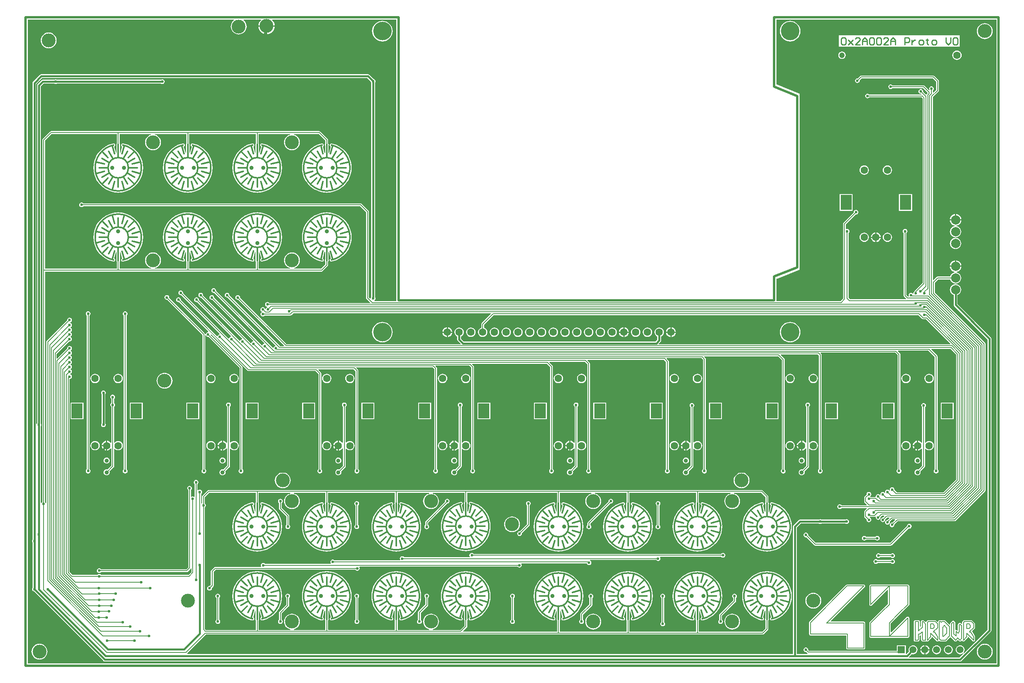
<source format=gtl>
%FSLAX25Y25*%
%MOIN*%
G70*
G01*
G75*
G04 Layer_Physical_Order=1*
G04 Layer_Color=255*
%ADD10C,0.01181*%
%ADD11C,0.00787*%
%ADD12C,0.01575*%
%ADD13C,0.01000*%
%ADD14C,0.01969*%
%ADD15C,0.03543*%
%ADD16C,0.01575*%
%ADD17C,0.11811*%
%ADD18C,0.15748*%
%ADD19C,0.06299*%
%ADD20C,0.04724*%
%ADD21R,0.09449X0.12598*%
%ADD22C,0.05906*%
%ADD23R,0.05906X0.05906*%
%ADD24C,0.07874*%
%ADD25C,0.02362*%
%ADD26C,0.03150*%
%ADD27C,0.05000*%
G36*
X824803Y1969D02*
X1969D01*
Y549213D01*
X176960D01*
X177139Y548713D01*
X176347Y548063D01*
X175511Y547044D01*
X174889Y545881D01*
X174506Y544619D01*
X174377Y543307D01*
X174506Y541995D01*
X174889Y540733D01*
X175511Y539571D01*
X176347Y538552D01*
X177366Y537715D01*
X178529Y537094D01*
X179790Y536711D01*
X181102Y536582D01*
X182414Y536711D01*
X183676Y537094D01*
X184839Y537715D01*
X185858Y538552D01*
X186694Y539571D01*
X187316Y540733D01*
X187698Y541995D01*
X187828Y543307D01*
X187698Y544619D01*
X187316Y545881D01*
X186694Y547044D01*
X185858Y548063D01*
X185066Y548713D01*
X185245Y549213D01*
X199813D01*
X199982Y548742D01*
X199818Y548607D01*
X198955Y547556D01*
X198314Y546356D01*
X197919Y545054D01*
X197835Y544201D01*
X211614D01*
X211530Y545054D01*
X211135Y546356D01*
X210494Y547556D01*
X209631Y548607D01*
X209467Y548742D01*
X209636Y549213D01*
X314961D01*
Y309877D01*
X296396D01*
X296341Y309958D01*
X296472Y310637D01*
X296695Y310786D01*
X297130Y311437D01*
X297283Y312205D01*
X297130Y312973D01*
X296881Y313345D01*
Y495710D01*
X297130Y496082D01*
X297283Y496851D01*
X297130Y497619D01*
X296695Y498270D01*
X296044Y498705D01*
X295605Y498792D01*
X292080Y502317D01*
X291559Y502665D01*
X291458Y502685D01*
X290945Y502787D01*
X290945Y502787D01*
X13386D01*
X12771Y502665D01*
X12251Y502317D01*
X12251Y502317D01*
X6345Y496411D01*
X5997Y495890D01*
X5977Y495788D01*
X5875Y495276D01*
X5875Y495276D01*
Y107046D01*
X5626Y106674D01*
X5473Y105906D01*
X5626Y105138D01*
X5875Y104765D01*
Y66101D01*
X5626Y65729D01*
X5473Y64961D01*
X5626Y64193D01*
X6061Y63542D01*
X6712Y63107D01*
X7151Y63019D01*
X66188Y3983D01*
X66188Y3983D01*
X66708Y3635D01*
X67323Y3513D01*
X794095D01*
X794095Y3513D01*
X794607Y3615D01*
X794709Y3635D01*
X795230Y3983D01*
X820033Y28786D01*
X820381Y29307D01*
X820401Y29409D01*
X820503Y29921D01*
X820503Y29921D01*
Y277953D01*
X820503Y277953D01*
X820401Y278466D01*
X820381Y278568D01*
X820033Y279088D01*
X820033Y279088D01*
X791763Y307358D01*
Y315079D01*
X792540Y315401D01*
X793527Y316158D01*
X794284Y317145D01*
X794760Y318295D01*
X794923Y319528D01*
X794760Y320761D01*
X794284Y321910D01*
X793527Y322897D01*
X792540Y323655D01*
X791391Y324131D01*
X790289Y324276D01*
Y324780D01*
X791391Y324925D01*
X792540Y325401D01*
X793527Y326158D01*
X794284Y327145D01*
X794760Y328294D01*
X794923Y329528D01*
X794760Y330761D01*
X794284Y331910D01*
X793527Y332897D01*
X792540Y333654D01*
X791391Y334131D01*
X791104Y334168D01*
Y334673D01*
X791446Y334718D01*
X792647Y335215D01*
X793679Y336007D01*
X794470Y337038D01*
X794967Y338239D01*
X795071Y339028D01*
X785244D01*
X785348Y338239D01*
X785845Y337038D01*
X786636Y336007D01*
X787668Y335215D01*
X788869Y334718D01*
X789211Y334673D01*
Y334168D01*
X788924Y334131D01*
X787775Y333654D01*
X786788Y332897D01*
X786031Y331910D01*
X785555Y330761D01*
X785551Y330732D01*
X774803D01*
X774803Y330732D01*
X774342Y330640D01*
X773952Y330379D01*
X773952Y330379D01*
X771351Y327779D01*
X770889Y327970D01*
Y483360D01*
X775655Y488125D01*
X775916Y488516D01*
X776008Y488977D01*
Y496851D01*
X775916Y497311D01*
X775655Y497702D01*
X775655Y497702D01*
X772111Y501245D01*
X771721Y501507D01*
X771260Y501598D01*
X771260Y501598D01*
X709843D01*
X709382Y501507D01*
X708991Y501245D01*
X706947Y499201D01*
X706693Y499251D01*
X705925Y499099D01*
X705274Y498664D01*
X704839Y498012D01*
X704686Y497244D01*
X704839Y496476D01*
X705274Y495825D01*
X705925Y495390D01*
X706693Y495237D01*
X707461Y495390D01*
X708112Y495825D01*
X708547Y496476D01*
X708700Y497244D01*
X708650Y497498D01*
X710341Y499190D01*
X770761D01*
X773599Y496352D01*
Y489475D01*
X771351Y487228D01*
X770889Y487419D01*
Y488988D01*
X771104Y489132D01*
X771539Y489783D01*
X771692Y490551D01*
X771539Y491319D01*
X771104Y491971D01*
X770453Y492406D01*
X769685Y492558D01*
X768917Y492406D01*
X768266Y491971D01*
X767831Y491319D01*
X767678Y490551D01*
X767831Y489783D01*
X768003Y489525D01*
X767615Y489207D01*
X763844Y492978D01*
X763453Y493239D01*
X762992Y493330D01*
X762992Y493330D01*
X736602D01*
X736459Y493545D01*
X735808Y493981D01*
X735039Y494133D01*
X734271Y493981D01*
X733620Y493545D01*
X733185Y492894D01*
X733032Y492126D01*
X733185Y491358D01*
X733620Y490707D01*
X734271Y490272D01*
X735039Y490119D01*
X735808Y490272D01*
X736459Y490707D01*
X736602Y490922D01*
X762493D01*
X766201Y487214D01*
Y486532D01*
X765684Y486015D01*
X765496Y485733D01*
X764943Y485579D01*
X762587Y487936D01*
X762637Y488189D01*
X762484Y488957D01*
X762049Y489608D01*
X761398Y490043D01*
X760630Y490196D01*
X759862Y490043D01*
X759211Y489608D01*
X758776Y488957D01*
X758623Y488189D01*
X758776Y487421D01*
X759211Y486770D01*
X759862Y486335D01*
X760630Y486182D01*
X760852Y486226D01*
X761165Y485891D01*
X760984Y485456D01*
X716917D01*
X716774Y485671D01*
X716122Y486106D01*
X715354Y486259D01*
X714586Y486106D01*
X713935Y485671D01*
X713500Y485020D01*
X713347Y484252D01*
X713500Y483484D01*
X713935Y482833D01*
X714586Y482398D01*
X715354Y482245D01*
X716122Y482398D01*
X716774Y482833D01*
X716917Y483048D01*
X761312D01*
X762182Y482178D01*
Y325302D01*
X755448Y318568D01*
X755187Y318178D01*
X755183Y318157D01*
X754880Y317955D01*
X754445Y317304D01*
X754292Y316536D01*
X754298Y316507D01*
X753827Y316312D01*
X753782Y316380D01*
X753130Y316815D01*
X752362Y316968D01*
X751594Y316815D01*
X750943Y316380D01*
X750508Y315729D01*
X750355Y314961D01*
X750486Y314303D01*
X750213Y313803D01*
X749712D01*
X748448Y315066D01*
Y367728D01*
X748663Y367872D01*
X749098Y368523D01*
X749251Y369291D01*
X749098Y370059D01*
X748663Y370711D01*
X748012Y371146D01*
X747244Y371298D01*
X746476Y371146D01*
X745825Y370711D01*
X745390Y370059D01*
X745237Y369291D01*
X745390Y368523D01*
X745825Y367872D01*
X746040Y367728D01*
Y314567D01*
X746040Y314567D01*
X746132Y314106D01*
X746393Y313716D01*
X748168Y311941D01*
X747961Y311441D01*
X700499D01*
X699236Y312704D01*
Y367728D01*
X699451Y367872D01*
X699886Y368523D01*
X700039Y369291D01*
X699886Y370059D01*
X699451Y370711D01*
X698800Y371146D01*
X698032Y371298D01*
X697374Y371167D01*
X696874Y371441D01*
Y375092D01*
X705258Y383476D01*
X705512Y383426D01*
X706280Y383579D01*
X706931Y384014D01*
X707366Y384665D01*
X707519Y385433D01*
X707366Y386201D01*
X706931Y386852D01*
X706280Y387287D01*
X705512Y387440D01*
X704744Y387287D01*
X704093Y386852D01*
X703657Y386201D01*
X703505Y385433D01*
X703555Y385180D01*
X694818Y376442D01*
X694557Y376052D01*
X694465Y375591D01*
X694465Y375591D01*
Y311916D01*
X692426Y309877D01*
X637795D01*
Y328740D01*
X638471D01*
X657480Y336614D01*
X657480Y486221D01*
X637990Y494294D01*
X637795Y494488D01*
X637795Y549213D01*
X824803D01*
Y1969D01*
D02*
G37*
G36*
X293334Y496521D02*
X293421Y496082D01*
X293670Y495710D01*
Y313345D01*
X293421Y312973D01*
X293283Y312277D01*
X293049Y312142D01*
X292786Y312067D01*
X291756Y313097D01*
Y385827D01*
X291664Y386288D01*
X291559Y386444D01*
X291403Y386679D01*
X291403Y386679D01*
X285497Y392584D01*
X285107Y392845D01*
X284646Y392936D01*
X284646Y392936D01*
X49201D01*
X49057Y393151D01*
X48406Y393587D01*
X47638Y393739D01*
X46870Y393587D01*
X46219Y393151D01*
X45783Y392500D01*
X45631Y391732D01*
X45783Y390964D01*
X46219Y390313D01*
X46870Y389878D01*
X47638Y389725D01*
X48406Y389878D01*
X49057Y390313D01*
X49201Y390528D01*
X284147D01*
X289347Y385328D01*
Y312599D01*
X289347Y312599D01*
X289439Y312138D01*
X289700Y311747D01*
X292694Y308753D01*
X292502Y308291D01*
X207075D01*
X206931Y308506D01*
X206280Y308941D01*
X205512Y309094D01*
X204744Y308941D01*
X204093Y308506D01*
X203658Y307855D01*
X203505Y307087D01*
X203658Y306319D01*
X204093Y305668D01*
X204744Y305233D01*
X205223Y305137D01*
Y304627D01*
X205137Y304610D01*
X204486Y304175D01*
X204051Y303524D01*
X203995Y303242D01*
X203485D01*
X203429Y303524D01*
X202994Y304175D01*
X202343Y304610D01*
X201575Y304763D01*
X200807Y304610D01*
X200156Y304175D01*
X199721Y303524D01*
X199568Y302756D01*
X199721Y301988D01*
X200156Y301337D01*
X200528Y301088D01*
Y300487D01*
X200156Y300238D01*
X199721Y299587D01*
X199568Y298819D01*
X199721Y298051D01*
X200156Y297400D01*
X200807Y296965D01*
X201575Y296812D01*
X202343Y296965D01*
X202994Y297400D01*
X203138Y297615D01*
X224994D01*
X224994Y297615D01*
X225455Y297707D01*
X225846Y297968D01*
X227462Y299583D01*
X395258D01*
X395450Y299121D01*
X387527Y291198D01*
X387265Y290808D01*
X387174Y290347D01*
X387174Y290347D01*
Y287180D01*
X386392Y286856D01*
X385570Y286225D01*
X384939Y285403D01*
X384542Y284445D01*
X384407Y283417D01*
X384542Y282390D01*
X384939Y281432D01*
X385570Y280609D01*
X386392Y279978D01*
X387350Y279582D01*
X388378Y279446D01*
X389406Y279582D01*
X390363Y279978D01*
X391186Y280609D01*
X391817Y281432D01*
X392214Y282390D01*
X392349Y283417D01*
X392214Y284445D01*
X391817Y285403D01*
X391186Y286225D01*
X390363Y286856D01*
X389582Y287180D01*
Y289848D01*
X397743Y298009D01*
X758556D01*
X761747Y294818D01*
X761747Y294818D01*
X762138Y294557D01*
X762599Y294465D01*
X765002D01*
X785754Y273714D01*
X785563Y273252D01*
X537987D01*
X537795Y273714D01*
X539513Y275432D01*
X539861Y275953D01*
X539882Y276055D01*
X539984Y276567D01*
X539984Y276567D01*
Y279821D01*
X540363Y279978D01*
X541186Y280609D01*
X541817Y281432D01*
X542214Y282390D01*
X542349Y283417D01*
X542214Y284445D01*
X541817Y285403D01*
X541186Y286225D01*
X540363Y286856D01*
X539406Y287253D01*
X538378Y287388D01*
X537350Y287253D01*
X536392Y286856D01*
X535570Y286225D01*
X534939Y285403D01*
X534542Y284445D01*
X534407Y283417D01*
X534542Y282390D01*
X534939Y281432D01*
X535570Y280609D01*
X536392Y279978D01*
X536772Y279821D01*
Y277232D01*
X535162Y275621D01*
X372319D01*
X369984Y277957D01*
Y279821D01*
X370363Y279978D01*
X371186Y280609D01*
X371817Y281432D01*
X372214Y282390D01*
X372349Y283417D01*
X372214Y284445D01*
X371817Y285403D01*
X371186Y286225D01*
X370363Y286856D01*
X369406Y287253D01*
X368378Y287388D01*
X367350Y287253D01*
X366392Y286856D01*
X365570Y286225D01*
X364939Y285403D01*
X364542Y284445D01*
X364407Y283417D01*
X364542Y282390D01*
X364939Y281432D01*
X365570Y280609D01*
X366392Y279978D01*
X366773Y279821D01*
Y277291D01*
X366773Y277291D01*
X366874Y276779D01*
X366895Y276677D01*
X367243Y276156D01*
X369685Y273714D01*
X369494Y273252D01*
X221759D01*
X182272Y312739D01*
X182322Y312992D01*
X182169Y313760D01*
X181734Y314411D01*
X181083Y314847D01*
X180315Y314999D01*
X179547Y314847D01*
X178896Y314411D01*
X178461Y313760D01*
X178308Y312992D01*
X178461Y312224D01*
X178896Y311573D01*
X179547Y311138D01*
X180315Y310985D01*
X180569Y311036D01*
X219465Y272139D01*
X219274Y271677D01*
X216247D01*
X173216Y314707D01*
X173267Y314961D01*
X173114Y315729D01*
X172679Y316380D01*
X172028Y316815D01*
X171260Y316968D01*
X170492Y316815D01*
X169841Y316380D01*
X169406Y315729D01*
X169253Y314961D01*
X169406Y314193D01*
X169841Y313542D01*
X170492Y313106D01*
X171260Y312954D01*
X171513Y313004D01*
X212363Y272155D01*
X212198Y271613D01*
X211830Y271539D01*
X211179Y271104D01*
X210744Y270453D01*
X210723Y270344D01*
X210244Y270199D01*
X161799Y318644D01*
X161850Y318898D01*
X161697Y319666D01*
X161262Y320317D01*
X160611Y320752D01*
X159843Y320905D01*
X159074Y320752D01*
X158423Y320317D01*
X157988Y319666D01*
X157835Y318898D01*
X157988Y318130D01*
X158423Y317479D01*
X159074Y317043D01*
X159843Y316891D01*
X160096Y316941D01*
X202914Y274124D01*
X202749Y273581D01*
X202382Y273508D01*
X201730Y273073D01*
X201295Y272422D01*
X201274Y272313D01*
X200795Y272168D01*
X160224Y312739D01*
X160275Y312992D01*
X160122Y313760D01*
X159687Y314411D01*
X159036Y314847D01*
X158268Y314999D01*
X157500Y314847D01*
X156849Y314411D01*
X156413Y313760D01*
X156261Y312992D01*
X156413Y312224D01*
X156849Y311573D01*
X157500Y311138D01*
X158268Y310985D01*
X158521Y311036D01*
X193465Y276092D01*
X193300Y275550D01*
X192933Y275477D01*
X192282Y275041D01*
X191847Y274390D01*
X191825Y274282D01*
X191347Y274136D01*
X150776Y314707D01*
X150826Y314961D01*
X150673Y315729D01*
X150238Y316380D01*
X149587Y316815D01*
X148819Y316968D01*
X148051Y316815D01*
X147400Y316380D01*
X146965Y315729D01*
X146812Y314961D01*
X146965Y314193D01*
X147400Y313542D01*
X148051Y313106D01*
X148819Y312954D01*
X149073Y313004D01*
X184016Y278061D01*
X183852Y277518D01*
X183484Y277445D01*
X182833Y277010D01*
X182398Y276359D01*
X182376Y276250D01*
X181898Y276105D01*
X147232Y310770D01*
X147283Y311024D01*
X147130Y311792D01*
X146695Y312443D01*
X146044Y312878D01*
X145276Y313031D01*
X144508Y312878D01*
X143857Y312443D01*
X143421Y311792D01*
X143269Y311024D01*
X143421Y310256D01*
X143857Y309605D01*
X144508Y309170D01*
X145276Y309017D01*
X145529Y309067D01*
X174567Y280029D01*
X174403Y279487D01*
X174035Y279414D01*
X173384Y278978D01*
X172949Y278327D01*
X172927Y278219D01*
X172449Y278073D01*
X133846Y316676D01*
X133897Y316929D01*
X133744Y317697D01*
X133309Y318349D01*
X132658Y318784D01*
X131890Y318936D01*
X131122Y318784D01*
X130471Y318349D01*
X130035Y317697D01*
X129883Y316929D01*
X130035Y316161D01*
X130471Y315510D01*
X131122Y315075D01*
X131890Y314922D01*
X132143Y314973D01*
X165099Y282017D01*
X165024Y281754D01*
X164889Y281521D01*
X164193Y281382D01*
X163541Y280947D01*
X163106Y280296D01*
X163085Y280187D01*
X162606Y280042D01*
X131878Y310770D01*
X131928Y311024D01*
X131776Y311792D01*
X131341Y312443D01*
X130689Y312878D01*
X129921Y313031D01*
X129153Y312878D01*
X128502Y312443D01*
X128067Y311792D01*
X127914Y311024D01*
X128067Y310256D01*
X128502Y309605D01*
X129153Y309170D01*
X129921Y309017D01*
X130175Y309067D01*
X155256Y283986D01*
X155181Y283723D01*
X155046Y283489D01*
X154350Y283350D01*
X153699Y282915D01*
X153264Y282264D01*
X153200Y281943D01*
X152690D01*
X152688Y281957D01*
X152426Y282348D01*
X152426Y282348D01*
X122035Y312739D01*
X122086Y312992D01*
X121933Y313760D01*
X121498Y314411D01*
X120847Y314847D01*
X120079Y314999D01*
X119311Y314847D01*
X118660Y314411D01*
X118225Y313760D01*
X118072Y312992D01*
X118225Y312224D01*
X118660Y311573D01*
X119311Y311138D01*
X120079Y310985D01*
X120332Y311036D01*
X150371Y280997D01*
Y279393D01*
X150387Y279311D01*
X150371Y279230D01*
Y166918D01*
X150156Y166774D01*
X149721Y166123D01*
X149568Y165355D01*
X149721Y164586D01*
X150156Y163935D01*
X150807Y163500D01*
X151575Y163347D01*
X152343Y163500D01*
X152994Y163935D01*
X153429Y164586D01*
X153582Y165355D01*
X153429Y166123D01*
X152994Y166774D01*
X152779Y166918D01*
Y279230D01*
X152763Y279311D01*
X152779Y279393D01*
Y280542D01*
X153242Y280712D01*
X153279Y280705D01*
X153699Y280077D01*
X154350Y279642D01*
X155118Y279489D01*
X155372Y279540D01*
X181867Y253045D01*
Y248032D01*
X181867Y248032D01*
Y166918D01*
X181652Y166774D01*
X181217Y166123D01*
X181064Y165355D01*
X181217Y164586D01*
X181652Y163935D01*
X182303Y163500D01*
X183071Y163347D01*
X183839Y163500D01*
X184490Y163935D01*
X184925Y164586D01*
X185078Y165355D01*
X184925Y166123D01*
X184490Y166774D01*
X184275Y166918D01*
Y248032D01*
X184275Y248032D01*
Y253543D01*
X184275Y253543D01*
X184184Y254004D01*
X183923Y254395D01*
X183922Y254395D01*
X157330Y280987D01*
X157336Y281199D01*
X157703Y281367D01*
X157884Y281358D01*
X188519Y250724D01*
X188519Y250724D01*
X188909Y250462D01*
X189370Y250371D01*
X189370Y250371D01*
X246352D01*
X248796Y247926D01*
Y166918D01*
X248581Y166774D01*
X248146Y166123D01*
X247993Y165355D01*
X248146Y164586D01*
X248581Y163935D01*
X249232Y163500D01*
X250000Y163347D01*
X250768Y163500D01*
X251419Y163935D01*
X251854Y164586D01*
X252007Y165355D01*
X251854Y166123D01*
X251419Y166774D01*
X251204Y166918D01*
Y248425D01*
X251204Y248425D01*
X251113Y248886D01*
X250852Y249277D01*
X250852Y249277D01*
X248645Y251484D01*
X248836Y251946D01*
X278635D01*
X280292Y250289D01*
Y166918D01*
X280077Y166774D01*
X279642Y166123D01*
X279489Y165355D01*
X279642Y164586D01*
X280077Y163935D01*
X280728Y163500D01*
X281496Y163347D01*
X282264Y163500D01*
X282915Y163935D01*
X283350Y164586D01*
X283503Y165355D01*
X283350Y166123D01*
X282915Y166774D01*
X282700Y166918D01*
Y250788D01*
X282609Y251249D01*
X282348Y251639D01*
X280928Y253058D01*
X281120Y253520D01*
X345958D01*
X347221Y252257D01*
Y166918D01*
X347006Y166774D01*
X346571Y166123D01*
X346418Y165355D01*
X346571Y164586D01*
X347006Y163935D01*
X347657Y163500D01*
X348425Y163347D01*
X349193Y163500D01*
X349845Y163935D01*
X350280Y164586D01*
X350432Y165355D01*
X350280Y166123D01*
X349845Y166774D01*
X349630Y166918D01*
Y252756D01*
X349630Y252756D01*
X349538Y253217D01*
X349277Y253608D01*
X348251Y254633D01*
X348443Y255095D01*
X364315D01*
X364315Y255095D01*
X364316Y255095D01*
X377061D01*
X378717Y253438D01*
Y166918D01*
X378502Y166774D01*
X378067Y166123D01*
X377914Y165355D01*
X378067Y164586D01*
X378502Y163935D01*
X379153Y163500D01*
X379921Y163347D01*
X380689Y163500D01*
X381341Y163935D01*
X381776Y164586D01*
X381928Y165355D01*
X381776Y166123D01*
X381341Y166774D01*
X381126Y166918D01*
Y253937D01*
X381034Y254398D01*
X380929Y254555D01*
X380773Y254789D01*
X380773Y254789D01*
X379354Y256208D01*
X379545Y256670D01*
X442808D01*
X445646Y253832D01*
Y166918D01*
X445431Y166774D01*
X444996Y166123D01*
X444843Y165355D01*
X444996Y164586D01*
X445431Y163935D01*
X446082Y163500D01*
X446850Y163347D01*
X447619Y163500D01*
X448270Y163935D01*
X448705Y164586D01*
X448858Y165355D01*
X448705Y166123D01*
X448270Y166774D01*
X448055Y166918D01*
Y254331D01*
X447963Y254792D01*
X447702Y255182D01*
X445102Y257783D01*
X445293Y258245D01*
X475092D01*
X477142Y256194D01*
Y166918D01*
X476927Y166774D01*
X476492Y166123D01*
X476339Y165355D01*
X476492Y164586D01*
X476927Y163935D01*
X477578Y163500D01*
X478346Y163347D01*
X479115Y163500D01*
X479766Y163935D01*
X480201Y164586D01*
X480354Y165355D01*
X480201Y166123D01*
X479766Y166774D01*
X479551Y166918D01*
Y256693D01*
X479459Y257154D01*
X479354Y257310D01*
X479198Y257545D01*
X479198Y257545D01*
X477385Y259358D01*
X477577Y259819D01*
X541208D01*
X541208Y259819D01*
X541209Y259820D01*
X542415D01*
X544071Y258163D01*
Y166918D01*
X543856Y166774D01*
X543421Y166123D01*
X543269Y165355D01*
X543421Y164586D01*
X543856Y163935D01*
X544508Y163500D01*
X545276Y163347D01*
X546044Y163500D01*
X546695Y163935D01*
X547130Y164586D01*
X547283Y165355D01*
X547130Y166123D01*
X546695Y166774D01*
X546480Y166918D01*
Y258662D01*
X546388Y259122D01*
X546284Y259279D01*
X546127Y259513D01*
X546127Y259513D01*
X544708Y260932D01*
X544899Y261394D01*
X574304D01*
X575567Y260131D01*
Y166918D01*
X575352Y166774D01*
X574917Y166123D01*
X574765Y165355D01*
X574917Y164586D01*
X575352Y163935D01*
X576004Y163500D01*
X576772Y163347D01*
X577540Y163500D01*
X578191Y163935D01*
X578626Y164586D01*
X578779Y165355D01*
X578626Y166123D01*
X578191Y166774D01*
X577976Y166918D01*
Y260630D01*
X577884Y261091D01*
X577780Y261247D01*
X577623Y261482D01*
X577623Y261482D01*
X576598Y262507D01*
X576789Y262969D01*
X639265D01*
X642497Y259737D01*
Y166918D01*
X642282Y166774D01*
X641847Y166123D01*
X641694Y165355D01*
X641847Y164586D01*
X642282Y163935D01*
X642933Y163500D01*
X643701Y163347D01*
X644469Y163500D01*
X645120Y163935D01*
X645555Y164586D01*
X645708Y165355D01*
X645555Y166123D01*
X645120Y166774D01*
X644905Y166918D01*
Y260236D01*
X644905Y260236D01*
X644813Y260697D01*
X644553Y261088D01*
X644552Y261088D01*
X641558Y264082D01*
X641750Y264544D01*
X673123D01*
X673993Y263675D01*
Y166918D01*
X673778Y166774D01*
X673343Y166123D01*
X673190Y165355D01*
X673343Y164586D01*
X673778Y163935D01*
X674429Y163500D01*
X675197Y163347D01*
X675965Y163500D01*
X676616Y163935D01*
X677051Y164586D01*
X677204Y165355D01*
X677051Y166123D01*
X676616Y166774D01*
X676401Y166918D01*
Y264173D01*
X676309Y264634D01*
X676205Y264791D01*
X676048Y265025D01*
X676048Y265025D01*
X675417Y265657D01*
X675608Y266119D01*
X738871D01*
X740922Y264068D01*
Y166918D01*
X740707Y166774D01*
X740272Y166123D01*
X740119Y165355D01*
X740272Y164586D01*
X740707Y163935D01*
X741358Y163500D01*
X742126Y163347D01*
X742894Y163500D01*
X743545Y163935D01*
X743980Y164586D01*
X744133Y165355D01*
X743980Y166123D01*
X743545Y166774D01*
X743330Y166918D01*
Y264567D01*
X743330Y264567D01*
X743239Y265028D01*
X742978Y265419D01*
X741165Y267232D01*
X741356Y267694D01*
X767094D01*
X772418Y262370D01*
Y166918D01*
X772203Y166774D01*
X771768Y166123D01*
X771615Y165355D01*
X771768Y164586D01*
X772203Y163935D01*
X772854Y163500D01*
X773622Y163347D01*
X774390Y163500D01*
X775041Y163935D01*
X775476Y164586D01*
X775629Y165355D01*
X775476Y166123D01*
X775041Y166774D01*
X774826Y166918D01*
Y262869D01*
X774735Y263330D01*
X774630Y263486D01*
X774474Y263720D01*
X774474Y263720D01*
X769388Y268806D01*
X769579Y269268D01*
X785745D01*
X790528Y264485D01*
Y158056D01*
X779739Y147267D01*
X740263D01*
X738177Y149353D01*
X738228Y149607D01*
X738075Y150374D01*
X737640Y151026D01*
X736989Y151461D01*
X736221Y151614D01*
X735453Y151461D01*
X734801Y151026D01*
X734366Y150374D01*
X734213Y149607D01*
X734331Y149018D01*
X733860Y148822D01*
X733703Y149057D01*
X733052Y149492D01*
X732283Y149645D01*
X731515Y149492D01*
X730864Y149057D01*
X730429Y148406D01*
X730276Y147638D01*
X730394Y147049D01*
X729923Y146854D01*
X729766Y147089D01*
X729115Y147524D01*
X728346Y147677D01*
X727578Y147524D01*
X726927Y147089D01*
X726492Y146438D01*
X726339Y145669D01*
X726457Y145080D01*
X725986Y144885D01*
X725829Y145120D01*
X725178Y145555D01*
X724409Y145708D01*
X723641Y145555D01*
X722990Y145120D01*
X722555Y144469D01*
X722402Y143701D01*
X721966Y143330D01*
X717687D01*
X717583Y143400D01*
Y144002D01*
X717955Y144250D01*
X718390Y144901D01*
X718543Y145669D01*
X718390Y146438D01*
X717955Y147089D01*
X717304Y147524D01*
X716536Y147677D01*
X715767Y147524D01*
X715116Y147089D01*
X714681Y146438D01*
X714528Y145669D01*
X714579Y145416D01*
X712928Y143765D01*
X712667Y143374D01*
X712575Y142914D01*
X712575Y142913D01*
Y139370D01*
X712575Y139370D01*
X712667Y138909D01*
X712928Y138519D01*
X714741Y136706D01*
X714550Y136244D01*
X703341D01*
X703340Y136244D01*
X693295D01*
X693152Y136459D01*
X692500Y136894D01*
X691732Y137046D01*
X690964Y136894D01*
X690313Y136459D01*
X689878Y135807D01*
X689725Y135039D01*
X689878Y134271D01*
X690313Y133620D01*
X690964Y133185D01*
X691732Y133032D01*
X692500Y133185D01*
X693152Y133620D01*
X693295Y133835D01*
X703340D01*
X703340Y133835D01*
X703342Y133835D01*
X714550D01*
X714741Y133373D01*
X712928Y131560D01*
X712667Y131170D01*
X712575Y130709D01*
X712575Y130709D01*
Y126772D01*
X712575Y126772D01*
X712667Y126311D01*
X712928Y125920D01*
X714579Y124269D01*
X714528Y124016D01*
X714681Y123248D01*
X715116Y122597D01*
X715767Y122162D01*
X716536Y122009D01*
X717304Y122162D01*
X717955Y122597D01*
X718390Y123248D01*
X718543Y124016D01*
X718390Y124784D01*
X717955Y125435D01*
X717304Y125870D01*
X717410Y126355D01*
X721260D01*
X721260Y126355D01*
X721721Y126447D01*
X722025Y126650D01*
X722300Y126533D01*
X722479Y126368D01*
X722402Y125984D01*
X722555Y125216D01*
X722990Y124565D01*
X723641Y124130D01*
X724409Y123977D01*
X725178Y124130D01*
X725829Y124565D01*
X726264Y125216D01*
X726417Y125984D01*
X726366Y126238D01*
X727664Y127536D01*
X729510D01*
X729702Y127074D01*
X728491Y125863D01*
X728346Y125892D01*
X727578Y125739D01*
X726927Y125304D01*
X726492Y124653D01*
X726339Y123885D01*
X726492Y123117D01*
X726927Y122466D01*
X727578Y122030D01*
X728346Y121878D01*
X729115Y122030D01*
X729766Y122466D01*
X730201Y123117D01*
X730354Y123885D01*
X730281Y124248D01*
X731995Y125961D01*
X733841D01*
X734032Y125499D01*
X732318Y123785D01*
X732283Y123792D01*
X731515Y123639D01*
X730864Y123204D01*
X730429Y122553D01*
X730276Y121785D01*
X730429Y121017D01*
X730864Y120366D01*
X731515Y119931D01*
X732283Y119778D01*
X733052Y119931D01*
X733703Y120366D01*
X734138Y121017D01*
X734291Y121785D01*
X734197Y122257D01*
X736326Y124387D01*
X738565D01*
X738757Y123925D01*
X736474Y121642D01*
X736221Y121692D01*
X735453Y121539D01*
X734801Y121104D01*
X734366Y120453D01*
X734213Y119685D01*
X734366Y118917D01*
X734801Y118266D01*
X735453Y117831D01*
X736221Y117678D01*
X736989Y117831D01*
X737640Y118266D01*
X738075Y118917D01*
X738228Y119685D01*
X738177Y119939D01*
X741050Y122812D01*
X789370D01*
X789370Y122812D01*
X789831Y122903D01*
X790222Y123164D01*
X815188Y148131D01*
X815449Y148521D01*
X815541Y148982D01*
X815541Y148982D01*
Y273594D01*
X815541Y273594D01*
X815449Y274055D01*
X815188Y274446D01*
X815188Y274446D01*
X772464Y317169D01*
Y325486D01*
X775302Y328324D01*
X785551D01*
X785555Y328294D01*
X786031Y327145D01*
X786788Y326158D01*
X787775Y325401D01*
X788924Y324925D01*
X790026Y324780D01*
Y324276D01*
X788924Y324131D01*
X787775Y323655D01*
X786788Y322897D01*
X786031Y321910D01*
X785555Y320761D01*
X785392Y319528D01*
X785555Y318295D01*
X786031Y317145D01*
X786788Y316158D01*
X787775Y315401D01*
X788552Y315079D01*
Y306693D01*
X788552Y306693D01*
X788654Y306181D01*
X788674Y306079D01*
X789022Y305558D01*
X817292Y277288D01*
Y30586D01*
X797287Y10582D01*
X797012Y10823D01*
X797012Y10823D01*
X796941Y10885D01*
Y10885D01*
X796940Y10886D01*
X796932Y10893D01*
X796930Y10895D01*
X796927Y10898D01*
X796910Y10912D01*
X796913Y10915D01*
X797362Y11500D01*
X797738Y12410D01*
X797867Y13386D01*
X797738Y14362D01*
X797362Y15272D01*
X796762Y16053D01*
X795981Y16653D01*
X795071Y17030D01*
X794095Y17158D01*
X793118Y17030D01*
X792208Y16653D01*
X791427Y16053D01*
X790828Y15272D01*
X790451Y14362D01*
X790322Y13386D01*
X790451Y12410D01*
X790828Y11500D01*
X791427Y10718D01*
X792208Y10119D01*
X793118Y9742D01*
X794095Y9614D01*
X795071Y9742D01*
X795981Y10119D01*
X796565Y10567D01*
X796569Y10570D01*
X796583Y10554D01*
X796585Y10551D01*
X796587Y10549D01*
X796594Y10541D01*
X796596Y10539D01*
D01*
X796658Y10469D01*
X796658Y10468D01*
X796899Y10193D01*
X793430Y6724D01*
X750394D01*
X750295Y6867D01*
X750203Y7224D01*
X752838Y9858D01*
X753118Y9742D01*
X754095Y9614D01*
X755071Y9742D01*
X755981Y10119D01*
X756762Y10718D01*
X757362Y11500D01*
X757738Y12410D01*
X757867Y13386D01*
X757738Y14362D01*
X757362Y15272D01*
X756762Y16053D01*
X755981Y16653D01*
X755071Y17030D01*
X754095Y17158D01*
X753118Y17030D01*
X752208Y16653D01*
X751427Y16053D01*
X750828Y15272D01*
X750451Y14362D01*
X750322Y13386D01*
X750451Y12410D01*
X750567Y12129D01*
X748335Y9897D01*
X747835Y9930D01*
Y17126D01*
X740354D01*
Y12622D01*
X665459D01*
X664949Y13132D01*
X664999Y13386D01*
X664847Y14154D01*
X664411Y14805D01*
X663760Y15240D01*
X662992Y15393D01*
X662224Y15240D01*
X661573Y14805D01*
X661138Y14154D01*
X660985Y13386D01*
X661138Y12618D01*
X661573Y11967D01*
X662224Y11532D01*
X662992Y11379D01*
X663246Y11429D01*
X664109Y10566D01*
X664109Y10566D01*
X664343Y10409D01*
X664397Y10374D01*
X664301Y9874D01*
X655149D01*
Y117445D01*
X658539Y120835D01*
X674057D01*
X674429Y120587D01*
X675197Y120434D01*
X675965Y120587D01*
X676337Y120835D01*
X696498D01*
X696870Y120587D01*
X697638Y120434D01*
X698406Y120587D01*
X699057Y121022D01*
X699492Y121673D01*
X699645Y122441D01*
X699492Y123209D01*
X699057Y123860D01*
X698406Y124295D01*
X697638Y124448D01*
X696870Y124295D01*
X696498Y124047D01*
X676337D01*
X675965Y124295D01*
X675197Y124448D01*
X674429Y124295D01*
X674056Y124047D01*
X657874D01*
X657260Y123924D01*
X656739Y123576D01*
X656739Y123576D01*
X652408Y119246D01*
X652060Y118725D01*
X652040Y118623D01*
X651938Y118110D01*
X651938Y118110D01*
Y9874D01*
X137481D01*
X137274Y10374D01*
X153255Y26355D01*
X626378D01*
X626378Y26355D01*
X626746Y26428D01*
X626839Y26447D01*
X626839Y26447D01*
X626839D01*
X627074Y26604D01*
X627229Y26708D01*
X627229Y26708D01*
X627229Y26708D01*
X630773Y30251D01*
X630946Y30510D01*
X631034Y30642D01*
Y30642D01*
X631034Y30642D01*
X631126Y31103D01*
X631126Y31103D01*
Y38338D01*
X631405Y38756D01*
X631527Y39370D01*
X631405Y39985D01*
X631326Y40102D01*
Y46392D01*
X631826Y46458D01*
X633278Y41038D01*
X632864Y40761D01*
X632560Y40305D01*
X632453Y39768D01*
X632560Y39230D01*
X632864Y38774D01*
X633213Y38541D01*
X633320Y38470D01*
X633525Y38429D01*
X633655Y38403D01*
X633655D01*
X633659Y38402D01*
X633858Y38363D01*
X634133Y38417D01*
Y38417D01*
Y38417D01*
X635385Y38666D01*
X637999Y39554D01*
X640475Y40775D01*
X642771Y42309D01*
X644847Y44129D01*
X646667Y46205D01*
X648202Y48501D01*
X649423Y50977D01*
X650310Y53592D01*
X650849Y56300D01*
X651029Y59055D01*
X650849Y61810D01*
X650310Y64518D01*
X649423Y67133D01*
X648202Y69609D01*
X646667Y71905D01*
X644847Y73981D01*
X642771Y75801D01*
X640475Y77335D01*
X637999Y78557D01*
X635385Y79444D01*
X632676Y79983D01*
X630703Y80112D01*
X630536Y80224D01*
X629921Y80346D01*
X629307Y80224D01*
X629140Y80112D01*
X627166Y79983D01*
X624458Y79444D01*
X621843Y78557D01*
X619367Y77335D01*
X617071Y75801D01*
X614995Y73981D01*
X613175Y71905D01*
X611641Y69609D01*
X610420Y67133D01*
X609532Y64518D01*
X608994Y61810D01*
X608813Y59055D01*
X608994Y56300D01*
X609532Y53592D01*
X610420Y50977D01*
X611641Y48501D01*
X613175Y46205D01*
X614995Y44129D01*
X617071Y42309D01*
X619367Y40775D01*
X621843Y39554D01*
X624458Y38666D01*
X625709Y38417D01*
Y38417D01*
D01*
X625985Y38363D01*
X626131Y38392D01*
X626188Y38403D01*
X626317Y38429D01*
X626523Y38470D01*
X626629Y38541D01*
X626978Y38774D01*
X627283Y39230D01*
X627390Y39768D01*
X627283Y40305D01*
X626978Y40761D01*
X626537Y41056D01*
X628016Y46577D01*
X628516Y46511D01*
Y40102D01*
X628438Y39985D01*
X628316Y39370D01*
X628438Y38756D01*
X628717Y38338D01*
Y31601D01*
X625879Y28763D01*
X572071D01*
Y38338D01*
X572350Y38756D01*
X572472Y39370D01*
X572350Y39985D01*
X572271Y40102D01*
Y46392D01*
X572771Y46458D01*
X574223Y41038D01*
X573809Y40761D01*
X573504Y40305D01*
X573397Y39768D01*
X573504Y39230D01*
X573809Y38774D01*
X574158Y38541D01*
X574265Y38470D01*
X574470Y38429D01*
X574600Y38403D01*
X574600D01*
X574603Y38402D01*
X574802Y38363D01*
X575078Y38417D01*
Y38417D01*
Y38417D01*
X576329Y38666D01*
X578944Y39554D01*
X581420Y40775D01*
X583716Y42309D01*
X585792Y44129D01*
X587612Y46205D01*
X589146Y48501D01*
X590368Y50977D01*
X591255Y53592D01*
X591794Y56300D01*
X591974Y59055D01*
X591794Y61810D01*
X591255Y64518D01*
X590368Y67133D01*
X589146Y69609D01*
X587612Y71905D01*
X585792Y73981D01*
X583716Y75801D01*
X581420Y77335D01*
X578944Y78557D01*
X576329Y79444D01*
X573621Y79983D01*
X571648Y80112D01*
X571481Y80224D01*
X570866Y80346D01*
X570252Y80224D01*
X570085Y80112D01*
X568111Y79983D01*
X565403Y79444D01*
X562788Y78557D01*
X560312Y77335D01*
X558016Y75801D01*
X555940Y73981D01*
X554120Y71905D01*
X552586Y69609D01*
X551365Y67133D01*
X550477Y64518D01*
X549938Y61810D01*
X549758Y59055D01*
X549938Y56300D01*
X550477Y53592D01*
X551365Y50977D01*
X552586Y48501D01*
X554120Y46205D01*
X555940Y44129D01*
X558016Y42309D01*
X560312Y40775D01*
X562788Y39554D01*
X565403Y38666D01*
X566654Y38417D01*
Y38417D01*
D01*
X566930Y38363D01*
X567076Y38392D01*
X567132Y38403D01*
X567262Y38429D01*
X567467Y38470D01*
X567574Y38541D01*
X567923Y38774D01*
X568228Y39230D01*
X568335Y39768D01*
X568228Y40305D01*
X567923Y40761D01*
X567482Y41056D01*
X568961Y46577D01*
X569461Y46511D01*
Y40102D01*
X569383Y39985D01*
X569261Y39370D01*
X569383Y38756D01*
X569662Y38338D01*
Y28763D01*
X513015D01*
Y38338D01*
X513294Y38756D01*
X513417Y39370D01*
X513294Y39985D01*
X513216Y40102D01*
Y46392D01*
X513716Y46458D01*
X515168Y41038D01*
X514754Y40761D01*
X514449Y40305D01*
X514342Y39768D01*
X514449Y39230D01*
X514754Y38774D01*
X515103Y38541D01*
X515210Y38470D01*
X515415Y38429D01*
X515545Y38403D01*
X515545D01*
X515548Y38402D01*
X515747Y38363D01*
X516023Y38417D01*
Y38417D01*
Y38417D01*
X517274Y38666D01*
X519889Y39554D01*
X522365Y40775D01*
X524661Y42309D01*
X526737Y44129D01*
X528557Y46205D01*
X530091Y48501D01*
X531312Y50977D01*
X532200Y53592D01*
X532739Y56300D01*
X532919Y59055D01*
X532739Y61810D01*
X532200Y64518D01*
X531312Y67133D01*
X530091Y69609D01*
X528557Y71905D01*
X526737Y73981D01*
X524661Y75801D01*
X522365Y77335D01*
X519889Y78557D01*
X517274Y79444D01*
X514566Y79983D01*
X512592Y80112D01*
X512426Y80224D01*
X511811Y80346D01*
X511197Y80224D01*
X511030Y80112D01*
X509056Y79983D01*
X506348Y79444D01*
X503733Y78557D01*
X501257Y77335D01*
X498961Y75801D01*
X496885Y73981D01*
X495065Y71905D01*
X493531Y69609D01*
X492310Y67133D01*
X491422Y64518D01*
X490883Y61810D01*
X490703Y59055D01*
X490883Y56300D01*
X491422Y53592D01*
X492310Y50977D01*
X493531Y48501D01*
X495065Y46205D01*
X496885Y44129D01*
X498961Y42309D01*
X501257Y40775D01*
X503733Y39554D01*
X506348Y38666D01*
X507599Y38417D01*
Y38417D01*
D01*
X507875Y38363D01*
X508020Y38392D01*
X508077Y38403D01*
X508207Y38429D01*
X508412Y38470D01*
X508519Y38541D01*
X508868Y38774D01*
X509173Y39230D01*
X509280Y39768D01*
X509173Y40305D01*
X508868Y40761D01*
X508427Y41056D01*
X509906Y46577D01*
X510406Y46511D01*
Y40102D01*
X510328Y39985D01*
X510205Y39370D01*
X510328Y38756D01*
X510607Y38338D01*
Y28763D01*
X453960D01*
Y38338D01*
X454239Y38756D01*
X454362Y39370D01*
X454239Y39985D01*
X454161Y40102D01*
Y46392D01*
X454661Y46458D01*
X456113Y41038D01*
X455699Y40761D01*
X455394Y40305D01*
X455287Y39768D01*
X455394Y39230D01*
X455699Y38774D01*
X456048Y38541D01*
X456155Y38470D01*
X456360Y38429D01*
X456490Y38403D01*
X456490D01*
X456493Y38402D01*
X456692Y38363D01*
X456968Y38417D01*
Y38417D01*
Y38417D01*
X458219Y38666D01*
X460834Y39554D01*
X463310Y40775D01*
X465606Y42309D01*
X467682Y44129D01*
X469502Y46205D01*
X471036Y48501D01*
X472257Y50977D01*
X473145Y53592D01*
X473684Y56300D01*
X473864Y59055D01*
X473684Y61810D01*
X473145Y64518D01*
X472257Y67133D01*
X471036Y69609D01*
X469502Y71905D01*
X467682Y73981D01*
X465606Y75801D01*
X463310Y77335D01*
X460834Y78557D01*
X458219Y79444D01*
X455511Y79983D01*
X453537Y80112D01*
X453370Y80224D01*
X452756Y80346D01*
X452141Y80224D01*
X451975Y80112D01*
X450001Y79983D01*
X447293Y79444D01*
X444678Y78557D01*
X442202Y77335D01*
X439906Y75801D01*
X437830Y73981D01*
X436010Y71905D01*
X434476Y69609D01*
X433254Y67133D01*
X432367Y64518D01*
X431828Y61810D01*
X431648Y59055D01*
X431828Y56300D01*
X432367Y53592D01*
X433254Y50977D01*
X434476Y48501D01*
X436010Y46205D01*
X437830Y44129D01*
X439906Y42309D01*
X442202Y40775D01*
X444678Y39554D01*
X447293Y38666D01*
X448544Y38417D01*
Y38417D01*
D01*
X448820Y38363D01*
X448965Y38392D01*
X449022Y38403D01*
X449152Y38429D01*
X449357Y38470D01*
X449464Y38541D01*
X449813Y38774D01*
X450118Y39230D01*
X450224Y39768D01*
X450118Y40305D01*
X449813Y40761D01*
X449372Y41056D01*
X450851Y46577D01*
X451351Y46511D01*
Y40102D01*
X451272Y39985D01*
X451150Y39370D01*
X451272Y38756D01*
X451552Y38337D01*
Y28763D01*
X371671D01*
X371479Y29225D01*
X374867Y32613D01*
X374867Y32613D01*
X375128Y33004D01*
X375220Y33465D01*
X375220Y33465D01*
Y38338D01*
X375499Y38756D01*
X375621Y39370D01*
X375499Y39985D01*
X375421Y40102D01*
Y46392D01*
X375921Y46458D01*
X377373Y41038D01*
X376959Y40761D01*
X376654Y40305D01*
X376547Y39768D01*
X376654Y39230D01*
X376959Y38774D01*
X377308Y38541D01*
X377414Y38470D01*
X377620Y38429D01*
X377749Y38403D01*
X377749D01*
X377753Y38402D01*
X377952Y38363D01*
X378228Y38417D01*
Y38417D01*
Y38417D01*
X379479Y38666D01*
X382094Y39554D01*
X384570Y40775D01*
X386866Y42309D01*
X388942Y44129D01*
X390762Y46205D01*
X392296Y48501D01*
X393517Y50977D01*
X394405Y53592D01*
X394943Y56300D01*
X395124Y59055D01*
X394943Y61810D01*
X394405Y64518D01*
X393517Y67133D01*
X392296Y69609D01*
X390762Y71905D01*
X388942Y73981D01*
X386866Y75801D01*
X384570Y77335D01*
X382094Y78557D01*
X379479Y79444D01*
X376771Y79983D01*
X374797Y80112D01*
X374630Y80224D01*
X374016Y80346D01*
X373401Y80224D01*
X373234Y80112D01*
X371261Y79983D01*
X368553Y79444D01*
X365938Y78557D01*
X363462Y77335D01*
X361166Y75801D01*
X359090Y73981D01*
X357270Y71905D01*
X355735Y69609D01*
X354514Y67133D01*
X353627Y64518D01*
X353088Y61810D01*
X352908Y59055D01*
X353088Y56300D01*
X353627Y53592D01*
X354514Y50977D01*
X355735Y48501D01*
X357270Y46205D01*
X359090Y44129D01*
X361166Y42309D01*
X363462Y40775D01*
X365938Y39554D01*
X368553Y38666D01*
X369804Y38417D01*
Y38417D01*
D01*
X370079Y38363D01*
X370225Y38392D01*
X370282Y38403D01*
X370412Y38429D01*
X370617Y38470D01*
X370724Y38541D01*
X371073Y38774D01*
X371377Y39230D01*
X371484Y39768D01*
X371377Y40305D01*
X371073Y40761D01*
X370631Y41056D01*
X372111Y46577D01*
X372611Y46511D01*
Y40102D01*
X372532Y39985D01*
X372410Y39370D01*
X372532Y38756D01*
X372812Y38338D01*
Y33964D01*
X369186Y30338D01*
X345982D01*
X345908Y30838D01*
X347062Y31188D01*
X348225Y31810D01*
X349244Y32646D01*
X350080Y33665D01*
X350701Y34828D01*
X351084Y36090D01*
X351214Y37402D01*
X351084Y38714D01*
X350701Y39975D01*
X350080Y41138D01*
X349244Y42157D01*
X348225Y42993D01*
X347062Y43615D01*
X345800Y43998D01*
X344488Y44127D01*
X343176Y43998D01*
X341915Y43615D01*
X340752Y42993D01*
X339733Y42157D01*
X338896Y41138D01*
X338275Y39975D01*
X337892Y38714D01*
X337763Y37402D01*
X337892Y36090D01*
X338275Y34828D01*
X338896Y33665D01*
X339733Y32646D01*
X340752Y31810D01*
X341915Y31188D01*
X343069Y30838D01*
X342994Y30338D01*
X316165D01*
Y38338D01*
X316444Y38756D01*
X316566Y39370D01*
X316444Y39985D01*
X316366Y40102D01*
Y46392D01*
X316866Y46458D01*
X318318Y41038D01*
X317903Y40761D01*
X317599Y40305D01*
X317492Y39768D01*
X317599Y39230D01*
X317903Y38774D01*
X318253Y38541D01*
X318359Y38470D01*
X318565Y38429D01*
X318694Y38403D01*
X318694D01*
X318698Y38402D01*
X318897Y38363D01*
X319173Y38417D01*
Y38417D01*
Y38417D01*
X320424Y38666D01*
X323038Y39554D01*
X325515Y40775D01*
X327811Y42309D01*
X329886Y44129D01*
X331707Y46205D01*
X333241Y48501D01*
X334462Y50977D01*
X335350Y53592D01*
X335888Y56300D01*
X336069Y59055D01*
X335888Y61810D01*
X335350Y64518D01*
X334462Y67133D01*
X333241Y69609D01*
X331707Y71905D01*
X329886Y73981D01*
X327811Y75801D01*
X325515Y77335D01*
X323038Y78557D01*
X320424Y79444D01*
X317716Y79983D01*
X315742Y80112D01*
X315575Y80224D01*
X314961Y80346D01*
X314346Y80224D01*
X314179Y80112D01*
X312206Y79983D01*
X309497Y79444D01*
X306883Y78557D01*
X304406Y77335D01*
X302111Y75801D01*
X300035Y73981D01*
X298214Y71905D01*
X296680Y69609D01*
X295459Y67133D01*
X294572Y64518D01*
X294033Y61810D01*
X293852Y59055D01*
X294033Y56300D01*
X294572Y53592D01*
X295459Y50977D01*
X296680Y48501D01*
X298214Y46205D01*
X300035Y44129D01*
X302111Y42309D01*
X304406Y40775D01*
X306883Y39554D01*
X309497Y38666D01*
X310749Y38417D01*
Y38417D01*
D01*
X311024Y38363D01*
X311170Y38392D01*
X311227Y38403D01*
X311357Y38429D01*
X311562Y38470D01*
X311669Y38541D01*
X312018Y38774D01*
X312322Y39230D01*
X312429Y39768D01*
X312322Y40305D01*
X312018Y40761D01*
X311576Y41056D01*
X313056Y46577D01*
X313556Y46511D01*
Y40102D01*
X313477Y39985D01*
X313355Y39370D01*
X313477Y38756D01*
X313756Y38338D01*
Y30338D01*
X257464D01*
X257110Y30692D01*
X257110Y38338D01*
X257389Y38756D01*
X257511Y39370D01*
X257389Y39985D01*
X257311Y40102D01*
Y46392D01*
X257810Y46458D01*
X259263Y41038D01*
X258848Y40761D01*
X258544Y40305D01*
X258437Y39768D01*
X258544Y39230D01*
X258848Y38774D01*
X259197Y38541D01*
X259304Y38470D01*
X259509Y38429D01*
X259639Y38403D01*
X259639D01*
X259643Y38402D01*
X259842Y38363D01*
X260118Y38417D01*
Y38417D01*
Y38417D01*
X261369Y38666D01*
X263983Y39554D01*
X266460Y40775D01*
X268755Y42309D01*
X270831Y44129D01*
X272652Y46205D01*
X274186Y48501D01*
X275407Y50977D01*
X276294Y53592D01*
X276833Y56300D01*
X277014Y59055D01*
X276833Y61810D01*
X276294Y64518D01*
X275407Y67133D01*
X274186Y69609D01*
X272652Y71905D01*
X270831Y73981D01*
X268755Y75801D01*
X266460Y77335D01*
X263983Y78557D01*
X261369Y79444D01*
X258661Y79983D01*
X256687Y80112D01*
X256520Y80224D01*
X255906Y80346D01*
X255291Y80224D01*
X255124Y80112D01*
X253150Y79983D01*
X250442Y79444D01*
X247828Y78557D01*
X245351Y77335D01*
X243056Y75801D01*
X240980Y73981D01*
X239159Y71905D01*
X237625Y69609D01*
X236404Y67133D01*
X235517Y64518D01*
X234978Y61810D01*
X234797Y59055D01*
X234978Y56300D01*
X235517Y53592D01*
X236404Y50977D01*
X237625Y48501D01*
X239159Y46205D01*
X240980Y44129D01*
X243056Y42309D01*
X245351Y40775D01*
X247828Y39554D01*
X250442Y38666D01*
X251694Y38417D01*
Y38417D01*
D01*
X251969Y38363D01*
X252115Y38392D01*
X252172Y38403D01*
X252302Y38429D01*
X252507Y38470D01*
X252613Y38541D01*
X252963Y38774D01*
X253267Y39230D01*
X253374Y39768D01*
X253267Y40305D01*
X252963Y40761D01*
X252521Y41056D01*
X254001Y46577D01*
X254501Y46511D01*
Y40102D01*
X254422Y39985D01*
X254300Y39370D01*
X254422Y38756D01*
X254701Y38337D01*
X254701Y30338D01*
X227872D01*
X227798Y30838D01*
X228952Y31188D01*
X230114Y31810D01*
X231133Y32646D01*
X231970Y33665D01*
X232591Y34828D01*
X232974Y36090D01*
X233103Y37402D01*
X232974Y38714D01*
X232591Y39975D01*
X231970Y41138D01*
X231133Y42157D01*
X230114Y42993D01*
X228952Y43615D01*
X227690Y43998D01*
X226378Y44127D01*
X225066Y43998D01*
X223804Y43615D01*
X222642Y42993D01*
X221622Y42157D01*
X220786Y41138D01*
X220165Y39975D01*
X219782Y38714D01*
X219653Y37402D01*
X219782Y36090D01*
X220165Y34828D01*
X220786Y33665D01*
X221622Y32646D01*
X222642Y31810D01*
X223804Y31188D01*
X224958Y30838D01*
X224884Y30338D01*
X198055D01*
Y36221D01*
X198055Y36222D01*
Y38338D01*
X198334Y38756D01*
X198456Y39370D01*
X198334Y39985D01*
X198255Y40102D01*
Y46392D01*
X198755Y46458D01*
X200208Y41038D01*
X199793Y40761D01*
X199489Y40305D01*
X199382Y39768D01*
X199489Y39230D01*
X199793Y38774D01*
X200142Y38541D01*
X200249Y38470D01*
X200454Y38429D01*
X200584Y38403D01*
X200584D01*
X200588Y38402D01*
X200787Y38363D01*
X201062Y38417D01*
Y38417D01*
Y38417D01*
X202314Y38666D01*
X204928Y39554D01*
X207404Y40775D01*
X209700Y42309D01*
X211776Y44129D01*
X213597Y46205D01*
X215131Y48501D01*
X216352Y50977D01*
X217239Y53592D01*
X217778Y56300D01*
X217959Y59055D01*
X217778Y61810D01*
X217239Y64518D01*
X216352Y67133D01*
X215131Y69609D01*
X213597Y71905D01*
X211776Y73981D01*
X209700Y75801D01*
X207404Y77335D01*
X204928Y78557D01*
X202314Y79444D01*
X199606Y79983D01*
X197632Y80112D01*
X197465Y80224D01*
X196850Y80346D01*
X196236Y80224D01*
X196069Y80112D01*
X194095Y79983D01*
X191387Y79444D01*
X188773Y78557D01*
X186296Y77335D01*
X184001Y75801D01*
X181925Y73981D01*
X180104Y71905D01*
X178570Y69609D01*
X177349Y67133D01*
X176461Y64518D01*
X175923Y61810D01*
X175742Y59055D01*
X175923Y56300D01*
X176461Y53592D01*
X177349Y50977D01*
X178570Y48501D01*
X180104Y46205D01*
X181925Y44129D01*
X184001Y42309D01*
X186296Y40775D01*
X188773Y39554D01*
X191387Y38666D01*
X192638Y38417D01*
Y38417D01*
D01*
X192914Y38363D01*
X193060Y38392D01*
X193117Y38403D01*
X193246Y38429D01*
X193452Y38470D01*
X193558Y38541D01*
X193907Y38774D01*
X194212Y39230D01*
X194319Y39768D01*
X194212Y40305D01*
X193907Y40761D01*
X193466Y41056D01*
X194945Y46577D01*
X195445Y46511D01*
Y40102D01*
X195367Y39985D01*
X195245Y39370D01*
X195367Y38756D01*
X195646Y38338D01*
Y36221D01*
X195646Y36221D01*
X195646Y36220D01*
Y30338D01*
X153255D01*
X152385Y31207D01*
Y134658D01*
X152600Y134801D01*
X153035Y135453D01*
X153188Y136221D01*
X153035Y136989D01*
X152600Y137640D01*
X152385Y137784D01*
Y143202D01*
X156010Y146827D01*
X195646D01*
Y138828D01*
X195367Y138410D01*
X195245Y137795D01*
X195367Y137181D01*
X195445Y137063D01*
Y130773D01*
X194945Y130708D01*
X193493Y136127D01*
X193907Y136404D01*
X194212Y136860D01*
X194319Y137398D01*
X194212Y137935D01*
X193907Y138391D01*
X193558Y138624D01*
X193452Y138696D01*
X193246Y138736D01*
X193117Y138762D01*
X193089Y138768D01*
X192914Y138803D01*
X192638Y138748D01*
Y138748D01*
Y138748D01*
X191387Y138499D01*
X188773Y137612D01*
X186296Y136390D01*
X184001Y134856D01*
X181925Y133036D01*
X180104Y130960D01*
X178570Y128664D01*
X177349Y126188D01*
X176461Y123573D01*
X175923Y120865D01*
X175742Y118110D01*
X175923Y115355D01*
X176461Y112647D01*
X177349Y110032D01*
X178570Y107556D01*
X180104Y105260D01*
X181925Y103184D01*
X184001Y101364D01*
X186296Y99830D01*
X188773Y98609D01*
X191387Y97721D01*
X194095Y97183D01*
X196069Y97053D01*
X196236Y96942D01*
X196850Y96820D01*
X197465Y96942D01*
X197632Y97053D01*
X199606Y97183D01*
X202314Y97721D01*
X204928Y98609D01*
X207404Y99830D01*
X209700Y101364D01*
X211776Y103184D01*
X213597Y105260D01*
X215131Y107556D01*
X216352Y110032D01*
X217239Y112647D01*
X217778Y115355D01*
X217959Y118110D01*
X217778Y120865D01*
X217239Y123573D01*
X216352Y126188D01*
X215131Y128664D01*
X213597Y130960D01*
X211776Y133036D01*
X209700Y134856D01*
X207404Y136390D01*
X204928Y137612D01*
X202314Y138499D01*
X201062Y138748D01*
Y138748D01*
D01*
X200787Y138803D01*
X200597Y138765D01*
X200584Y138762D01*
X200454Y138736D01*
X200249Y138696D01*
X200142Y138624D01*
X199793Y138391D01*
X199489Y137935D01*
X199382Y137398D01*
X199489Y136860D01*
X199793Y136404D01*
X200235Y136109D01*
X198755Y130588D01*
X198255Y130654D01*
Y137063D01*
X198334Y137181D01*
X198456Y137795D01*
X198334Y138410D01*
X198055Y138827D01*
Y146827D01*
X224884D01*
X224958Y146327D01*
X223804Y145977D01*
X222642Y145356D01*
X221622Y144519D01*
X220786Y143500D01*
X220165Y142337D01*
X219782Y141076D01*
X219653Y139764D01*
X219782Y138452D01*
X220165Y137190D01*
X220786Y136027D01*
X221622Y135008D01*
X222642Y134172D01*
X223804Y133550D01*
X225066Y133168D01*
X226378Y133038D01*
X227690Y133168D01*
X228952Y133550D01*
X230114Y134172D01*
X231133Y135008D01*
X231970Y136027D01*
X232591Y137190D01*
X232974Y138452D01*
X233103Y139764D01*
X232974Y141076D01*
X232591Y142337D01*
X231970Y143500D01*
X231133Y144519D01*
X230114Y145356D01*
X228952Y145977D01*
X227797Y146327D01*
X227872Y146827D01*
X254701D01*
Y138828D01*
X254422Y138410D01*
X254300Y137795D01*
X254422Y137181D01*
X254501Y137063D01*
Y130773D01*
X254001Y130708D01*
X252548Y136127D01*
X252963Y136404D01*
X253267Y136860D01*
X253374Y137398D01*
X253267Y137935D01*
X252963Y138391D01*
X252613Y138624D01*
X252507Y138696D01*
X252302Y138736D01*
X252172Y138762D01*
X252144Y138768D01*
X251969Y138803D01*
X251694Y138748D01*
Y138748D01*
Y138748D01*
X250442Y138499D01*
X247828Y137612D01*
X245351Y136390D01*
X243056Y134856D01*
X240980Y133036D01*
X239159Y130960D01*
X237625Y128664D01*
X236404Y126188D01*
X235517Y123573D01*
X234978Y120865D01*
X234797Y118110D01*
X234978Y115355D01*
X235517Y112647D01*
X236404Y110032D01*
X237625Y107556D01*
X239159Y105260D01*
X240980Y103184D01*
X243056Y101364D01*
X245351Y99830D01*
X247828Y98609D01*
X250442Y97721D01*
X253150Y97183D01*
X255124Y97053D01*
X255291Y96942D01*
X255906Y96820D01*
X256520Y96942D01*
X256687Y97053D01*
X258661Y97183D01*
X261369Y97721D01*
X263983Y98609D01*
X266460Y99830D01*
X268755Y101364D01*
X270831Y103184D01*
X272652Y105260D01*
X274186Y107556D01*
X275407Y110032D01*
X276294Y112647D01*
X276833Y115355D01*
X277014Y118110D01*
X276833Y120865D01*
X276294Y123573D01*
X275407Y126188D01*
X274186Y128664D01*
X272652Y130960D01*
X270831Y133036D01*
X268755Y134856D01*
X266460Y136390D01*
X263983Y137612D01*
X261369Y138499D01*
X260118Y138748D01*
Y138748D01*
D01*
X259842Y138803D01*
X259652Y138765D01*
X259639Y138762D01*
X259509Y138736D01*
X259304Y138696D01*
X259197Y138624D01*
X258848Y138391D01*
X258544Y137935D01*
X258437Y137398D01*
X258544Y136860D01*
X258848Y136404D01*
X259290Y136109D01*
X257810Y130588D01*
X257311Y130654D01*
Y137063D01*
X257389Y137181D01*
X257511Y137795D01*
X257389Y138410D01*
X257110Y138828D01*
Y146827D01*
X313756D01*
Y138828D01*
X313477Y138410D01*
X313355Y137795D01*
X313477Y137181D01*
X313556Y137063D01*
Y130773D01*
X313056Y130708D01*
X311603Y136127D01*
X312018Y136404D01*
X312322Y136860D01*
X312429Y137398D01*
X312322Y137935D01*
X312018Y138391D01*
X311669Y138624D01*
X311562Y138696D01*
X311357Y138736D01*
X311227Y138762D01*
X311199Y138768D01*
X311024Y138803D01*
X310749Y138748D01*
Y138748D01*
Y138748D01*
X309497Y138499D01*
X306883Y137612D01*
X304406Y136390D01*
X302111Y134856D01*
X300035Y133036D01*
X298214Y130960D01*
X296680Y128664D01*
X295459Y126188D01*
X294572Y123573D01*
X294033Y120865D01*
X293852Y118110D01*
X294033Y115355D01*
X294572Y112647D01*
X295459Y110032D01*
X296680Y107556D01*
X298214Y105260D01*
X300035Y103184D01*
X302111Y101364D01*
X304406Y99830D01*
X306883Y98609D01*
X309497Y97721D01*
X312206Y97183D01*
X314179Y97053D01*
X314346Y96942D01*
X314961Y96820D01*
X315575Y96942D01*
X315742Y97053D01*
X317716Y97183D01*
X320424Y97721D01*
X323038Y98609D01*
X325515Y99830D01*
X327811Y101364D01*
X329886Y103184D01*
X331707Y105260D01*
X333241Y107556D01*
X334462Y110032D01*
X335350Y112647D01*
X335888Y115355D01*
X336069Y118110D01*
X335888Y120865D01*
X335350Y123573D01*
X334462Y126188D01*
X333241Y128664D01*
X331707Y130960D01*
X329886Y133036D01*
X327811Y134856D01*
X325515Y136390D01*
X323038Y137612D01*
X320424Y138499D01*
X319173Y138748D01*
Y138748D01*
D01*
X318897Y138803D01*
X318707Y138765D01*
X318694Y138762D01*
X318565Y138736D01*
X318359Y138696D01*
X318253Y138624D01*
X317903Y138391D01*
X317599Y137935D01*
X317492Y137398D01*
X317599Y136860D01*
X317903Y136404D01*
X318345Y136109D01*
X316866Y130588D01*
X316366Y130654D01*
Y137063D01*
X316444Y137181D01*
X316566Y137795D01*
X316444Y138410D01*
X316165Y138827D01*
Y146827D01*
X342994D01*
X343069Y146327D01*
X341915Y145977D01*
X340752Y145356D01*
X339733Y144519D01*
X338896Y143500D01*
X338275Y142337D01*
X337892Y141076D01*
X337763Y139764D01*
X337892Y138452D01*
X338275Y137190D01*
X338896Y136027D01*
X339733Y135008D01*
X340752Y134172D01*
X341915Y133550D01*
X343176Y133168D01*
X344488Y133038D01*
X345800Y133168D01*
X347062Y133550D01*
X348225Y134172D01*
X349244Y135008D01*
X350080Y136027D01*
X350701Y137190D01*
X351084Y138452D01*
X351214Y139764D01*
X351084Y141076D01*
X350701Y142337D01*
X350080Y143500D01*
X349244Y144519D01*
X348225Y145356D01*
X347062Y145977D01*
X345908Y146327D01*
X345982Y146827D01*
X372812D01*
Y139222D01*
X372532Y138803D01*
X372410Y138189D01*
X372532Y137575D01*
X372611Y137457D01*
Y131167D01*
X372111Y131101D01*
X370659Y136521D01*
X371073Y136798D01*
X371377Y137254D01*
X371484Y137791D01*
X371377Y138329D01*
X371073Y138785D01*
X370724Y139018D01*
X370617Y139089D01*
X370412Y139130D01*
X370282Y139156D01*
X370254Y139162D01*
X370079Y139196D01*
X369804Y139142D01*
Y139142D01*
Y139142D01*
X368553Y138893D01*
X365938Y138005D01*
X363462Y136784D01*
X361166Y135250D01*
X359090Y133430D01*
X357270Y131354D01*
X355735Y129058D01*
X354514Y126582D01*
X353627Y123967D01*
X353088Y121259D01*
X352908Y118504D01*
X353088Y115749D01*
X353627Y113041D01*
X354514Y110426D01*
X355735Y107950D01*
X357270Y105654D01*
X359090Y103578D01*
X361166Y101758D01*
X363462Y100224D01*
X365938Y99002D01*
X368553Y98115D01*
X371261Y97576D01*
X373234Y97447D01*
X373401Y97335D01*
X374016Y97213D01*
X374630Y97335D01*
X374797Y97447D01*
X376771Y97576D01*
X379479Y98115D01*
X382094Y99002D01*
X384570Y100224D01*
X386866Y101758D01*
X388942Y103578D01*
X390762Y105654D01*
X392296Y107950D01*
X393517Y110426D01*
X394405Y113041D01*
X394943Y115749D01*
X395124Y118504D01*
X394943Y121259D01*
X394405Y123967D01*
X393517Y126582D01*
X392296Y129058D01*
X390762Y131354D01*
X388942Y133430D01*
X386866Y135250D01*
X384570Y136784D01*
X382094Y138005D01*
X379479Y138893D01*
X378228Y139142D01*
Y139142D01*
D01*
X377952Y139196D01*
X377762Y139159D01*
X377749Y139156D01*
X377620Y139130D01*
X377414Y139089D01*
X377308Y139018D01*
X376959Y138785D01*
X376654Y138329D01*
X376547Y137791D01*
X376654Y137254D01*
X376959Y136798D01*
X377400Y136503D01*
X375921Y130982D01*
X375421Y131048D01*
Y137457D01*
X375499Y137575D01*
X375621Y138189D01*
X375499Y138803D01*
X375220Y139221D01*
Y146827D01*
X451552D01*
Y138828D01*
X451272Y138410D01*
X451150Y137795D01*
X451272Y137181D01*
X451351Y137063D01*
Y130773D01*
X450851Y130708D01*
X449399Y136127D01*
X449813Y136404D01*
X450118Y136860D01*
X450224Y137398D01*
X450118Y137935D01*
X449813Y138391D01*
X449464Y138624D01*
X449357Y138696D01*
X449152Y138736D01*
X449022Y138762D01*
X448994Y138768D01*
X448820Y138803D01*
X448544Y138748D01*
Y138748D01*
Y138748D01*
X447293Y138499D01*
X444678Y137612D01*
X442202Y136390D01*
X439906Y134856D01*
X437830Y133036D01*
X436010Y130960D01*
X434476Y128664D01*
X433254Y126188D01*
X432367Y123573D01*
X431828Y120865D01*
X431648Y118110D01*
X431828Y115355D01*
X432367Y112647D01*
X433254Y110032D01*
X434476Y107556D01*
X436010Y105260D01*
X437830Y103184D01*
X439906Y101364D01*
X442202Y99830D01*
X444678Y98609D01*
X447293Y97721D01*
X450001Y97183D01*
X451975Y97053D01*
X452141Y96942D01*
X452756Y96820D01*
X453370Y96942D01*
X453537Y97053D01*
X455511Y97183D01*
X458219Y97721D01*
X460834Y98609D01*
X463310Y99830D01*
X465606Y101364D01*
X467682Y103184D01*
X469502Y105260D01*
X471036Y107556D01*
X472257Y110032D01*
X473145Y112647D01*
X473684Y115355D01*
X473864Y118110D01*
X473684Y120865D01*
X473145Y123573D01*
X472257Y126188D01*
X471036Y128664D01*
X469502Y130960D01*
X467682Y133036D01*
X465606Y134856D01*
X463310Y136390D01*
X460834Y137612D01*
X458219Y138499D01*
X456968Y138748D01*
Y138748D01*
D01*
X456692Y138803D01*
X456502Y138765D01*
X456490Y138762D01*
X456360Y138736D01*
X456155Y138696D01*
X456048Y138624D01*
X455699Y138391D01*
X455394Y137935D01*
X455287Y137398D01*
X455394Y136860D01*
X455699Y136404D01*
X456140Y136109D01*
X454661Y130588D01*
X454161Y130654D01*
Y137063D01*
X454239Y137181D01*
X454362Y137795D01*
X454239Y138410D01*
X453960Y138828D01*
Y146827D01*
X480790D01*
X480864Y146327D01*
X479710Y145977D01*
X478547Y145356D01*
X477528Y144519D01*
X476692Y143500D01*
X476070Y142337D01*
X475687Y141076D01*
X475558Y139764D01*
X475687Y138452D01*
X476070Y137190D01*
X476692Y136027D01*
X477528Y135008D01*
X478547Y134172D01*
X479710Y133550D01*
X480971Y133168D01*
X482283Y133038D01*
X483596Y133168D01*
X484857Y133550D01*
X486020Y134172D01*
X487039Y135008D01*
X487875Y136027D01*
X488497Y137190D01*
X488879Y138452D01*
X489009Y139764D01*
X488879Y141076D01*
X488497Y142337D01*
X487875Y143500D01*
X487039Y144519D01*
X486020Y145356D01*
X484857Y145977D01*
X483703Y146327D01*
X483777Y146827D01*
X510607D01*
Y138828D01*
X510328Y138410D01*
X510205Y137795D01*
X510328Y137181D01*
X510406Y137063D01*
Y130773D01*
X509906Y130708D01*
X508454Y136127D01*
X508868Y136404D01*
X509173Y136860D01*
X509280Y137398D01*
X509173Y137935D01*
X508868Y138391D01*
X508519Y138624D01*
X508412Y138696D01*
X508207Y138736D01*
X508077Y138762D01*
X508049Y138768D01*
X507875Y138803D01*
X507599Y138748D01*
Y138748D01*
Y138748D01*
X506348Y138499D01*
X503733Y137612D01*
X501257Y136390D01*
X498961Y134856D01*
X496885Y133036D01*
X495065Y130960D01*
X493531Y128664D01*
X492310Y126188D01*
X491422Y123573D01*
X490883Y120865D01*
X490703Y118110D01*
X490883Y115355D01*
X491422Y112647D01*
X492310Y110032D01*
X493531Y107556D01*
X495065Y105260D01*
X496885Y103184D01*
X498961Y101364D01*
X501257Y99830D01*
X503733Y98609D01*
X506348Y97721D01*
X509056Y97183D01*
X511030Y97053D01*
X511197Y96942D01*
X511811Y96820D01*
X512426Y96942D01*
X512592Y97053D01*
X514566Y97183D01*
X517274Y97721D01*
X519889Y98609D01*
X522365Y99830D01*
X524661Y101364D01*
X526737Y103184D01*
X528557Y105260D01*
X530091Y107556D01*
X531312Y110032D01*
X532200Y112647D01*
X532739Y115355D01*
X532919Y118110D01*
X532739Y120865D01*
X532200Y123573D01*
X531312Y126188D01*
X530091Y128664D01*
X528557Y130960D01*
X526737Y133036D01*
X524661Y134856D01*
X522365Y136390D01*
X519889Y137612D01*
X517274Y138499D01*
X516023Y138748D01*
Y138748D01*
D01*
X515747Y138803D01*
X515557Y138765D01*
X515545Y138762D01*
X515415Y138736D01*
X515210Y138696D01*
X515103Y138624D01*
X514754Y138391D01*
X514449Y137935D01*
X514342Y137398D01*
X514449Y136860D01*
X514754Y136404D01*
X515195Y136109D01*
X513716Y130588D01*
X513216Y130654D01*
Y137063D01*
X513294Y137181D01*
X513417Y137795D01*
X513294Y138410D01*
X513015Y138827D01*
Y146827D01*
X569662D01*
Y138828D01*
X569383Y138410D01*
X569261Y137795D01*
X569383Y137181D01*
X569461Y137063D01*
Y130773D01*
X568961Y130708D01*
X567509Y136127D01*
X567923Y136404D01*
X568228Y136860D01*
X568335Y137398D01*
X568228Y137935D01*
X567923Y138391D01*
X567574Y138624D01*
X567467Y138696D01*
X567262Y138736D01*
X567132Y138762D01*
X567105Y138768D01*
X566930Y138803D01*
X566654Y138748D01*
Y138748D01*
Y138748D01*
X565403Y138499D01*
X562788Y137612D01*
X560312Y136390D01*
X558016Y134856D01*
X555940Y133036D01*
X554120Y130960D01*
X552586Y128664D01*
X551365Y126188D01*
X550477Y123573D01*
X549938Y120865D01*
X549758Y118110D01*
X549938Y115355D01*
X550477Y112647D01*
X551365Y110032D01*
X552586Y107556D01*
X554120Y105260D01*
X555940Y103184D01*
X558016Y101364D01*
X560312Y99830D01*
X562788Y98609D01*
X565403Y97721D01*
X568111Y97183D01*
X570085Y97053D01*
X570252Y96942D01*
X570866Y96820D01*
X571481Y96942D01*
X571648Y97053D01*
X573621Y97183D01*
X576329Y97721D01*
X578944Y98609D01*
X581420Y99830D01*
X583716Y101364D01*
X585792Y103184D01*
X587612Y105260D01*
X589146Y107556D01*
X590368Y110032D01*
X591255Y112647D01*
X591794Y115355D01*
X591974Y118110D01*
X591794Y120865D01*
X591255Y123573D01*
X590368Y126188D01*
X589146Y128664D01*
X587612Y130960D01*
X585792Y133036D01*
X583716Y134856D01*
X581420Y136390D01*
X578944Y137612D01*
X576329Y138499D01*
X575078Y138748D01*
Y138748D01*
D01*
X574802Y138803D01*
X574613Y138765D01*
X574600Y138762D01*
X574470Y138736D01*
X574265Y138696D01*
X574158Y138624D01*
X573809Y138391D01*
X573504Y137935D01*
X573397Y137398D01*
X573504Y136860D01*
X573809Y136404D01*
X574251Y136109D01*
X572771Y130588D01*
X572271Y130654D01*
Y137063D01*
X572350Y137181D01*
X572472Y137795D01*
X572350Y138410D01*
X572070Y138828D01*
Y146827D01*
X598900D01*
X598974Y146327D01*
X597820Y145977D01*
X596657Y145356D01*
X595638Y144519D01*
X594802Y143500D01*
X594180Y142337D01*
X593798Y141076D01*
X593668Y139764D01*
X593798Y138452D01*
X594180Y137190D01*
X594802Y136027D01*
X595638Y135008D01*
X596657Y134172D01*
X597820Y133550D01*
X599082Y133168D01*
X600394Y133038D01*
X601706Y133168D01*
X602967Y133550D01*
X604130Y134172D01*
X605149Y135008D01*
X605986Y136027D01*
X606607Y137190D01*
X606990Y138452D01*
X607119Y139764D01*
X606990Y141076D01*
X606607Y142337D01*
X605986Y143500D01*
X605149Y144519D01*
X604130Y145356D01*
X602967Y145977D01*
X601813Y146327D01*
X601887Y146827D01*
X625092D01*
X628717Y143202D01*
Y138828D01*
X628438Y138410D01*
X628316Y137795D01*
X628438Y137181D01*
X628516Y137063D01*
Y130773D01*
X628016Y130708D01*
X626564Y136127D01*
X626978Y136404D01*
X627283Y136860D01*
X627390Y137398D01*
X627283Y137935D01*
X626978Y138391D01*
X626629Y138624D01*
X626523Y138696D01*
X626317Y138736D01*
X626188Y138762D01*
X626160Y138768D01*
X625985Y138803D01*
X625709Y138748D01*
Y138748D01*
Y138748D01*
X624458Y138499D01*
X621843Y137612D01*
X619367Y136390D01*
X617071Y134856D01*
X614995Y133036D01*
X613175Y130960D01*
X611641Y128664D01*
X610420Y126188D01*
X609532Y123573D01*
X608994Y120865D01*
X608813Y118110D01*
X608994Y115355D01*
X609532Y112647D01*
X610420Y110032D01*
X611641Y107556D01*
X613175Y105260D01*
X614995Y103184D01*
X617071Y101364D01*
X619367Y99830D01*
X621843Y98609D01*
X624458Y97721D01*
X627166Y97183D01*
X629140Y97053D01*
X629307Y96942D01*
X629921Y96820D01*
X630536Y96942D01*
X630703Y97053D01*
X632676Y97183D01*
X635385Y97721D01*
X637999Y98609D01*
X640475Y99830D01*
X642771Y101364D01*
X644847Y103184D01*
X646667Y105260D01*
X648202Y107556D01*
X649423Y110032D01*
X650310Y112647D01*
X650849Y115355D01*
X651029Y118110D01*
X650849Y120865D01*
X650310Y123573D01*
X649423Y126188D01*
X648202Y128664D01*
X646667Y130960D01*
X644847Y133036D01*
X642771Y134856D01*
X640475Y136390D01*
X637999Y137612D01*
X635385Y138499D01*
X634133Y138748D01*
Y138748D01*
D01*
X633858Y138803D01*
X633668Y138765D01*
X633655Y138762D01*
X633525Y138736D01*
X633320Y138696D01*
X633213Y138624D01*
X632864Y138391D01*
X632560Y137935D01*
X632453Y137398D01*
X632560Y136860D01*
X632864Y136404D01*
X633306Y136109D01*
X631826Y130588D01*
X631326Y130654D01*
Y137063D01*
X631405Y137181D01*
X631527Y137795D01*
X631405Y138410D01*
X631126Y138828D01*
Y143701D01*
X631126Y143701D01*
X631034Y144162D01*
X630773Y144553D01*
X630773Y144553D01*
X626442Y148883D01*
X626052Y149144D01*
X625591Y149236D01*
X625591Y149236D01*
X155512D01*
X155512Y149236D01*
X155051Y149144D01*
X154660Y148883D01*
X150330Y144553D01*
X150330Y144553D01*
X150069Y144162D01*
X149977Y143701D01*
Y138001D01*
X149736Y137821D01*
X149236Y138072D01*
Y146075D01*
X149451Y146219D01*
X149886Y146870D01*
X150039Y147638D01*
X149886Y148406D01*
X149451Y149057D01*
X148800Y149492D01*
X148032Y149645D01*
X147264Y149492D01*
X146612Y149057D01*
X146586Y149018D01*
X146086Y149170D01*
Y154343D01*
X146301Y154487D01*
X146736Y155138D01*
X146889Y155906D01*
X146736Y156674D01*
X146301Y157325D01*
X145650Y157760D01*
X144882Y157913D01*
X144114Y157760D01*
X143463Y157325D01*
X143028Y156674D01*
X142875Y155906D01*
X143028Y155138D01*
X143463Y154487D01*
X143678Y154343D01*
Y143665D01*
X143178Y143397D01*
X142894Y143587D01*
X142126Y143739D01*
X141358Y143587D01*
X141074Y143397D01*
X140574Y143665D01*
Y149225D01*
X140789Y149368D01*
X141224Y150020D01*
X141377Y150788D01*
X141224Y151556D01*
X140789Y152207D01*
X140138Y152642D01*
X139370Y152795D01*
X138602Y152642D01*
X137951Y152207D01*
X137516Y151556D01*
X137363Y150788D01*
X137516Y150020D01*
X137951Y149368D01*
X138166Y149225D01*
Y84252D01*
Y83570D01*
X136509Y81913D01*
X64161D01*
X64018Y82128D01*
X63367Y82563D01*
X62599Y82716D01*
X61830Y82563D01*
X61179Y82128D01*
X60744Y81477D01*
X60591Y80709D01*
X60744Y79941D01*
X61179Y79290D01*
X61830Y78855D01*
X62599Y78702D01*
X63367Y78855D01*
X64018Y79290D01*
X64161Y79505D01*
X137008D01*
X137008Y79505D01*
X137469Y79596D01*
X137859Y79857D01*
X140222Y82219D01*
X140222Y82219D01*
X140422Y82519D01*
X140868Y82457D01*
X140922Y82436D01*
Y79633D01*
X138478Y77189D01*
X64161D01*
X64018Y77404D01*
X63367Y77839D01*
X62599Y77991D01*
X61830Y77839D01*
X61179Y77404D01*
X61036Y77189D01*
X39958D01*
X37425Y79721D01*
Y243667D01*
X38170Y243815D01*
X38821Y244250D01*
X39256Y244901D01*
X39409Y245670D01*
X39256Y246438D01*
X38821Y247089D01*
X38170Y247524D01*
X37887Y247580D01*
Y248090D01*
X38170Y248146D01*
X38821Y248581D01*
X39256Y249232D01*
X39409Y250000D01*
X39256Y250768D01*
X38821Y251419D01*
X38449Y251668D01*
Y252269D01*
X38821Y252518D01*
X39256Y253169D01*
X39409Y253937D01*
X39256Y254705D01*
X38821Y255356D01*
X38449Y255605D01*
Y256206D01*
X38821Y256455D01*
X39256Y257106D01*
X39409Y257874D01*
X39256Y258642D01*
X38821Y259293D01*
X38449Y259542D01*
Y260143D01*
X38821Y260392D01*
X39256Y261043D01*
X39409Y261811D01*
X39256Y262579D01*
X38821Y263230D01*
X38449Y263479D01*
Y264080D01*
X38821Y264329D01*
X39256Y264980D01*
X39409Y265748D01*
X39256Y266516D01*
X38821Y267167D01*
X38449Y267416D01*
Y268017D01*
X38821Y268266D01*
X39256Y268917D01*
X39409Y269685D01*
X39256Y270453D01*
X38821Y271104D01*
X38170Y271539D01*
X37402Y271692D01*
X36634Y271539D01*
X35982Y271104D01*
X35547Y270453D01*
X35395Y269685D01*
X35445Y269432D01*
X26863Y260850D01*
X26401Y261041D01*
Y264856D01*
X37148Y275603D01*
X37402Y275552D01*
X38170Y275705D01*
X38821Y276140D01*
X39256Y276791D01*
X39409Y277559D01*
X39256Y278327D01*
X38821Y278978D01*
X38449Y279227D01*
Y279828D01*
X38821Y280077D01*
X39256Y280728D01*
X39409Y281496D01*
X39256Y282264D01*
X38821Y282915D01*
X38449Y283164D01*
Y283765D01*
X38821Y284014D01*
X39256Y284665D01*
X39409Y285433D01*
X39256Y286201D01*
X38821Y286853D01*
X38449Y287101D01*
Y287702D01*
X38821Y287951D01*
X39256Y288602D01*
X39409Y289370D01*
X39256Y290138D01*
X38821Y290790D01*
X38170Y291225D01*
X37887Y291281D01*
Y291791D01*
X38170Y291847D01*
X38821Y292282D01*
X39256Y292933D01*
X39409Y293701D01*
X39256Y294469D01*
X38821Y295120D01*
X38170Y295555D01*
X37402Y295708D01*
X36634Y295555D01*
X35982Y295120D01*
X35547Y294469D01*
X35395Y293701D01*
X35445Y293447D01*
X18046Y276049D01*
X17785Y275658D01*
X17694Y275197D01*
X17694Y275197D01*
Y138353D01*
X17231Y138185D01*
X17194Y138192D01*
X16774Y138821D01*
X16559Y138964D01*
Y335016D01*
X251574D01*
X251574Y335016D01*
X252035Y335108D01*
X252035Y335108D01*
X252035D01*
X252298Y335283D01*
X252426Y335369D01*
X252426Y335369D01*
X252426Y335369D01*
X252426Y335369D01*
X256757Y339700D01*
Y339700D01*
X256757Y339700D01*
X256913Y339933D01*
X257018Y340090D01*
X257018Y340090D01*
X257018Y340090D01*
X257049Y340245D01*
X257110Y340551D01*
X257110Y340551D01*
Y343456D01*
X257389Y343874D01*
X257511Y344488D01*
X257389Y345103D01*
X257311Y345220D01*
Y351510D01*
X257810Y351576D01*
X259263Y346156D01*
X258848Y345879D01*
X258544Y345423D01*
X258437Y344886D01*
X258544Y344348D01*
X258848Y343892D01*
X259197Y343659D01*
X259304Y343588D01*
X259509Y343547D01*
X259639Y343521D01*
X259639D01*
X259643Y343520D01*
X259842Y343481D01*
X260118Y343535D01*
Y343535D01*
Y343535D01*
X261369Y343784D01*
X263983Y344672D01*
X266460Y345893D01*
X268755Y347427D01*
X270831Y349248D01*
X272652Y351323D01*
X274186Y353619D01*
X275407Y356096D01*
X276294Y358710D01*
X276833Y361418D01*
X277014Y364173D01*
X276833Y366928D01*
X276294Y369636D01*
X275407Y372251D01*
X274186Y374727D01*
X272652Y377023D01*
X270831Y379099D01*
X268755Y380920D01*
X266460Y382453D01*
X263983Y383675D01*
X261369Y384562D01*
X258661Y385101D01*
X256687Y385230D01*
X256520Y385342D01*
X255906Y385464D01*
X255291Y385342D01*
X255124Y385230D01*
X253150Y385101D01*
X250442Y384562D01*
X247828Y383675D01*
X245351Y382453D01*
X243056Y380920D01*
X240980Y379099D01*
X239159Y377023D01*
X237625Y374727D01*
X236404Y372251D01*
X235517Y369636D01*
X234978Y366928D01*
X234797Y364173D01*
X234978Y361418D01*
X235517Y358710D01*
X236404Y356096D01*
X237625Y353619D01*
X239159Y351323D01*
X240980Y349248D01*
X243056Y347427D01*
X245351Y345893D01*
X247828Y344672D01*
X250442Y343784D01*
X251694Y343535D01*
Y343535D01*
D01*
X251969Y343481D01*
X252115Y343510D01*
X252172Y343521D01*
X252302Y343547D01*
X252507Y343588D01*
X252613Y343659D01*
X252963Y343892D01*
X253267Y344348D01*
X253374Y344886D01*
X253267Y345423D01*
X252963Y345879D01*
X252521Y346174D01*
X254001Y351695D01*
X254501Y351629D01*
Y345220D01*
X254422Y345103D01*
X254300Y344488D01*
X254422Y343874D01*
X254701Y343456D01*
Y341050D01*
X251076Y337425D01*
X227872D01*
X227797Y337925D01*
X228952Y338275D01*
X230114Y338896D01*
X231133Y339733D01*
X231970Y340752D01*
X232591Y341915D01*
X232974Y343176D01*
X233103Y344488D01*
X232974Y345800D01*
X232591Y347062D01*
X231970Y348225D01*
X231133Y349244D01*
X230114Y350080D01*
X228952Y350701D01*
X227690Y351084D01*
X226378Y351214D01*
X225066Y351084D01*
X223804Y350701D01*
X222642Y350080D01*
X221622Y349244D01*
X220786Y348225D01*
X220165Y347062D01*
X219782Y345800D01*
X219653Y344488D01*
X219782Y343176D01*
X220165Y341915D01*
X220786Y340752D01*
X221622Y339733D01*
X222642Y338896D01*
X223804Y338275D01*
X224958Y337925D01*
X224884Y337425D01*
X198055D01*
Y343456D01*
X198334Y343874D01*
X198456Y344488D01*
X198334Y345103D01*
X198255Y345220D01*
Y351510D01*
X198755Y351576D01*
X200208Y346156D01*
X199793Y345879D01*
X199489Y345423D01*
X199382Y344886D01*
X199489Y344348D01*
X199793Y343892D01*
X200142Y343659D01*
X200249Y343588D01*
X200454Y343547D01*
X200584Y343521D01*
X200584D01*
X200588Y343520D01*
X200787Y343481D01*
X201062Y343535D01*
Y343535D01*
Y343535D01*
X202314Y343784D01*
X204928Y344672D01*
X207404Y345893D01*
X209700Y347427D01*
X211776Y349248D01*
X213597Y351323D01*
X215131Y353619D01*
X216352Y356096D01*
X217239Y358710D01*
X217778Y361418D01*
X217959Y364173D01*
X217778Y366928D01*
X217239Y369636D01*
X216352Y372251D01*
X215131Y374727D01*
X213597Y377023D01*
X211776Y379099D01*
X209700Y380920D01*
X207404Y382453D01*
X204928Y383675D01*
X202314Y384562D01*
X199606Y385101D01*
X197632Y385230D01*
X197465Y385342D01*
X196850Y385464D01*
X196236Y385342D01*
X196069Y385230D01*
X194095Y385101D01*
X191387Y384562D01*
X188773Y383675D01*
X186296Y382453D01*
X184001Y380920D01*
X181925Y379099D01*
X180104Y377023D01*
X178570Y374727D01*
X177349Y372251D01*
X176461Y369636D01*
X175923Y366928D01*
X175742Y364173D01*
X175923Y361418D01*
X176461Y358710D01*
X177349Y356096D01*
X178570Y353619D01*
X180104Y351323D01*
X181925Y349248D01*
X184001Y347427D01*
X186296Y345893D01*
X188773Y344672D01*
X191387Y343784D01*
X192638Y343535D01*
Y343535D01*
D01*
X192914Y343481D01*
X193060Y343510D01*
X193117Y343521D01*
X193246Y343547D01*
X193452Y343588D01*
X193558Y343659D01*
X193907Y343892D01*
X194212Y344348D01*
X194319Y344886D01*
X194212Y345423D01*
X193907Y345879D01*
X193466Y346174D01*
X194945Y351695D01*
X195445Y351629D01*
Y345220D01*
X195367Y345103D01*
X195245Y344488D01*
X195367Y343874D01*
X195646Y343456D01*
Y337425D01*
X139000D01*
Y343456D01*
X139279Y343874D01*
X139401Y344488D01*
X139279Y345103D01*
X139200Y345220D01*
Y351510D01*
X139700Y351576D01*
X141152Y346156D01*
X140738Y345879D01*
X140434Y345423D01*
X140327Y344886D01*
X140434Y344348D01*
X140738Y343892D01*
X141087Y343659D01*
X141194Y343588D01*
X141399Y343547D01*
X141529Y343521D01*
X141529D01*
X141533Y343520D01*
X141732Y343481D01*
X142007Y343535D01*
Y343535D01*
Y343535D01*
X143259Y343784D01*
X145873Y344672D01*
X148349Y345893D01*
X150645Y347427D01*
X152721Y349248D01*
X154542Y351323D01*
X156076Y353619D01*
X157297Y356096D01*
X158184Y358710D01*
X158723Y361418D01*
X158904Y364173D01*
X158723Y366928D01*
X158184Y369636D01*
X157297Y372251D01*
X156076Y374727D01*
X154542Y377023D01*
X152721Y379099D01*
X150645Y380920D01*
X148349Y382453D01*
X145873Y383675D01*
X143259Y384562D01*
X140550Y385101D01*
X138577Y385230D01*
X138410Y385342D01*
X137795Y385464D01*
X137181Y385342D01*
X137014Y385230D01*
X135040Y385101D01*
X132332Y384562D01*
X129718Y383675D01*
X127241Y382453D01*
X124945Y380920D01*
X122870Y379099D01*
X121049Y377023D01*
X119515Y374727D01*
X118294Y372251D01*
X117406Y369636D01*
X116868Y366928D01*
X116687Y364173D01*
X116868Y361418D01*
X117406Y358710D01*
X118294Y356096D01*
X119515Y353619D01*
X121049Y351323D01*
X122870Y349248D01*
X124945Y347427D01*
X127241Y345893D01*
X129718Y344672D01*
X132332Y343784D01*
X133583Y343535D01*
Y343535D01*
D01*
X133859Y343481D01*
X134005Y343510D01*
X134062Y343521D01*
X134191Y343547D01*
X134397Y343588D01*
X134503Y343659D01*
X134852Y343892D01*
X135157Y344348D01*
X135264Y344886D01*
X135157Y345423D01*
X134852Y345879D01*
X134411Y346174D01*
X135890Y351695D01*
X136390Y351629D01*
Y345220D01*
X136312Y345103D01*
X136190Y344488D01*
X136312Y343874D01*
X136591Y343456D01*
Y337425D01*
X109761D01*
X109687Y337925D01*
X110841Y338275D01*
X112004Y338896D01*
X113023Y339733D01*
X113860Y340752D01*
X114481Y341915D01*
X114864Y343176D01*
X114993Y344488D01*
X114864Y345800D01*
X114481Y347062D01*
X113860Y348225D01*
X113023Y349244D01*
X112004Y350080D01*
X110841Y350701D01*
X109580Y351084D01*
X108268Y351214D01*
X106956Y351084D01*
X105694Y350701D01*
X104531Y350080D01*
X103512Y349244D01*
X102676Y348225D01*
X102054Y347062D01*
X101672Y345800D01*
X101542Y344488D01*
X101672Y343176D01*
X102054Y341915D01*
X102676Y340752D01*
X103512Y339733D01*
X104531Y338896D01*
X105694Y338275D01*
X106848Y337925D01*
X106774Y337425D01*
X79944D01*
Y343456D01*
X80224Y343874D01*
X80346Y344488D01*
X80224Y345103D01*
X80145Y345220D01*
Y351510D01*
X80645Y351576D01*
X82097Y346156D01*
X81683Y345879D01*
X81379Y345423D01*
X81272Y344886D01*
X81379Y344348D01*
X81683Y343892D01*
X82032Y343659D01*
X82139Y343588D01*
X82344Y343547D01*
X82474Y343521D01*
X82474D01*
X82477Y343520D01*
X82677Y343481D01*
X82952Y343535D01*
Y343535D01*
Y343535D01*
X84203Y343784D01*
X86818Y344672D01*
X89294Y345893D01*
X91590Y347427D01*
X93666Y349248D01*
X95486Y351323D01*
X97020Y353619D01*
X98242Y356096D01*
X99129Y358710D01*
X99668Y361418D01*
X99848Y364173D01*
X99668Y366928D01*
X99129Y369636D01*
X98242Y372251D01*
X97020Y374727D01*
X95486Y377023D01*
X93666Y379099D01*
X91590Y380920D01*
X89294Y382453D01*
X86818Y383675D01*
X84203Y384562D01*
X81495Y385101D01*
X79522Y385230D01*
X79355Y385342D01*
X78740Y385464D01*
X78126Y385342D01*
X77959Y385230D01*
X75985Y385101D01*
X73277Y384562D01*
X70662Y383675D01*
X68186Y382453D01*
X65890Y380920D01*
X63814Y379099D01*
X61994Y377023D01*
X60460Y374727D01*
X59239Y372251D01*
X58351Y369636D01*
X57813Y366928D01*
X57632Y364173D01*
X57813Y361418D01*
X58351Y358710D01*
X59239Y356096D01*
X60460Y353619D01*
X61994Y351323D01*
X63814Y349248D01*
X65890Y347427D01*
X68186Y345893D01*
X70662Y344672D01*
X73277Y343784D01*
X74528Y343535D01*
Y343535D01*
D01*
X74804Y343481D01*
X74950Y343510D01*
X75006Y343521D01*
X75136Y343547D01*
X75341Y343588D01*
X75448Y343659D01*
X75797Y343892D01*
X76102Y344348D01*
X76209Y344886D01*
X76102Y345423D01*
X75797Y345879D01*
X75356Y346174D01*
X76835Y351695D01*
X77335Y351629D01*
Y345220D01*
X77257Y345103D01*
X77135Y344488D01*
X77257Y343874D01*
X77536Y343456D01*
Y337425D01*
X16559D01*
Y446352D01*
X22152Y451945D01*
X77536D01*
Y443946D01*
X77257Y443528D01*
X77135Y442913D01*
X77257Y442299D01*
X77335Y442181D01*
Y435892D01*
X76835Y435826D01*
X75383Y441246D01*
X75797Y441522D01*
X76102Y441978D01*
X76209Y442516D01*
X76102Y443053D01*
X75797Y443509D01*
X75448Y443743D01*
X75341Y443814D01*
X75136Y443855D01*
X75006Y443881D01*
X74979Y443886D01*
X74804Y443921D01*
X74528Y443866D01*
Y443866D01*
Y443866D01*
X73277Y443617D01*
X70662Y442730D01*
X68186Y441509D01*
X65890Y439975D01*
X63814Y438154D01*
X61994Y436078D01*
X60460Y433782D01*
X59239Y431306D01*
X58351Y428692D01*
X57813Y425983D01*
X57632Y423228D01*
X57813Y420473D01*
X58351Y417765D01*
X59239Y415151D01*
X60460Y412674D01*
X61994Y410379D01*
X63814Y408303D01*
X65890Y406482D01*
X68186Y404948D01*
X70662Y403727D01*
X73277Y402839D01*
X75985Y402301D01*
X77959Y402171D01*
X78126Y402060D01*
X78740Y401938D01*
X79355Y402060D01*
X79522Y402171D01*
X81495Y402301D01*
X84203Y402839D01*
X86818Y403727D01*
X89294Y404948D01*
X91590Y406482D01*
X93666Y408303D01*
X95486Y410379D01*
X97020Y412674D01*
X98242Y415151D01*
X99129Y417765D01*
X99668Y420473D01*
X99848Y423228D01*
X99668Y425983D01*
X99129Y428692D01*
X98242Y431306D01*
X97020Y433782D01*
X95486Y436078D01*
X93666Y438154D01*
X91590Y439975D01*
X89294Y441509D01*
X86818Y442730D01*
X84203Y443617D01*
X82952Y443866D01*
Y443866D01*
D01*
X82677Y443921D01*
X82487Y443883D01*
X82474Y443881D01*
X82344Y443855D01*
X82139Y443814D01*
X82032Y443743D01*
X81683Y443509D01*
X81379Y443053D01*
X81272Y442516D01*
X81379Y441978D01*
X81683Y441522D01*
X82125Y441227D01*
X80645Y435706D01*
X80145Y435772D01*
Y442181D01*
X80224Y442299D01*
X80346Y442913D01*
X80224Y443528D01*
X79945Y443945D01*
Y451945D01*
X106774D01*
X106848Y451445D01*
X105694Y451095D01*
X104531Y450474D01*
X103512Y449637D01*
X102676Y448618D01*
X102054Y447456D01*
X101672Y446194D01*
X101542Y444882D01*
X101672Y443570D01*
X102054Y442308D01*
X102676Y441146D01*
X103512Y440126D01*
X104531Y439290D01*
X105694Y438668D01*
X106956Y438286D01*
X108268Y438157D01*
X109580Y438286D01*
X110841Y438668D01*
X112004Y439290D01*
X113023Y440126D01*
X113860Y441146D01*
X114481Y442308D01*
X114864Y443570D01*
X114993Y444882D01*
X114864Y446194D01*
X114481Y447456D01*
X113860Y448618D01*
X113023Y449637D01*
X112004Y450474D01*
X110841Y451095D01*
X109687Y451445D01*
X109761Y451945D01*
X136591D01*
Y443946D01*
X136312Y443528D01*
X136190Y442913D01*
X136312Y442299D01*
X136390Y442181D01*
Y435892D01*
X135890Y435826D01*
X134438Y441246D01*
X134852Y441522D01*
X135157Y441978D01*
X135264Y442516D01*
X135157Y443053D01*
X134852Y443509D01*
X134503Y443743D01*
X134397Y443814D01*
X134191Y443855D01*
X134062Y443881D01*
X134034Y443886D01*
X133859Y443921D01*
X133583Y443866D01*
Y443866D01*
Y443866D01*
X132332Y443617D01*
X129718Y442730D01*
X127241Y441509D01*
X124945Y439975D01*
X122870Y438154D01*
X121049Y436078D01*
X119515Y433782D01*
X118294Y431306D01*
X117406Y428692D01*
X116868Y425983D01*
X116687Y423228D01*
X116868Y420473D01*
X117406Y417765D01*
X118294Y415151D01*
X119515Y412674D01*
X121049Y410379D01*
X122870Y408303D01*
X124945Y406482D01*
X127241Y404948D01*
X129718Y403727D01*
X132332Y402839D01*
X135040Y402301D01*
X137014Y402171D01*
X137181Y402060D01*
X137795Y401938D01*
X138410Y402060D01*
X138577Y402171D01*
X140550Y402301D01*
X143259Y402839D01*
X145873Y403727D01*
X148349Y404948D01*
X150645Y406482D01*
X152721Y408303D01*
X154542Y410379D01*
X156076Y412674D01*
X157297Y415151D01*
X158184Y417765D01*
X158723Y420473D01*
X158904Y423228D01*
X158723Y425983D01*
X158184Y428692D01*
X157297Y431306D01*
X156076Y433782D01*
X154542Y436078D01*
X152721Y438154D01*
X150645Y439975D01*
X148349Y441509D01*
X145873Y442730D01*
X143259Y443617D01*
X142007Y443866D01*
Y443866D01*
D01*
X141732Y443921D01*
X141542Y443883D01*
X141529Y443881D01*
X141399Y443855D01*
X141194Y443814D01*
X141087Y443743D01*
X140738Y443509D01*
X140434Y443053D01*
X140327Y442516D01*
X140434Y441978D01*
X140738Y441522D01*
X141180Y441227D01*
X139700Y435706D01*
X139200Y435772D01*
Y442181D01*
X139279Y442299D01*
X139401Y442913D01*
X139279Y443528D01*
X139000Y443946D01*
Y451945D01*
X195646D01*
Y443946D01*
X195367Y443528D01*
X195245Y442913D01*
X195367Y442299D01*
X195445Y442181D01*
Y435892D01*
X194945Y435826D01*
X193493Y441246D01*
X193907Y441522D01*
X194212Y441978D01*
X194319Y442516D01*
X194212Y443053D01*
X193907Y443509D01*
X193558Y443743D01*
X193452Y443814D01*
X193246Y443855D01*
X193117Y443881D01*
X193089Y443886D01*
X192914Y443921D01*
X192638Y443866D01*
Y443866D01*
Y443866D01*
X191387Y443617D01*
X188773Y442730D01*
X186296Y441509D01*
X184001Y439975D01*
X181925Y438154D01*
X180104Y436078D01*
X178570Y433782D01*
X177349Y431306D01*
X176461Y428692D01*
X175923Y425983D01*
X175742Y423228D01*
X175923Y420473D01*
X176461Y417765D01*
X177349Y415151D01*
X178570Y412674D01*
X180104Y410379D01*
X181925Y408303D01*
X184001Y406482D01*
X186296Y404948D01*
X188773Y403727D01*
X191387Y402839D01*
X194095Y402301D01*
X196069Y402171D01*
X196236Y402060D01*
X196850Y401938D01*
X197465Y402060D01*
X197632Y402171D01*
X199606Y402301D01*
X202314Y402839D01*
X204928Y403727D01*
X207404Y404948D01*
X209700Y406482D01*
X211776Y408303D01*
X213597Y410379D01*
X215131Y412674D01*
X216352Y415151D01*
X217239Y417765D01*
X217778Y420473D01*
X217959Y423228D01*
X217778Y425983D01*
X217239Y428692D01*
X216352Y431306D01*
X215131Y433782D01*
X213597Y436078D01*
X211776Y438154D01*
X209700Y439975D01*
X207404Y441509D01*
X204928Y442730D01*
X202314Y443617D01*
X201062Y443866D01*
Y443866D01*
D01*
X200787Y443921D01*
X200597Y443883D01*
X200584Y443881D01*
X200454Y443855D01*
X200249Y443814D01*
X200142Y443743D01*
X199793Y443509D01*
X199489Y443053D01*
X199382Y442516D01*
X199489Y441978D01*
X199793Y441522D01*
X200235Y441227D01*
X198755Y435706D01*
X198255Y435772D01*
Y442181D01*
X198334Y442299D01*
X198456Y442913D01*
X198334Y443528D01*
X198055Y443946D01*
Y451945D01*
X224884D01*
X224958Y451445D01*
X223804Y451095D01*
X222642Y450474D01*
X221622Y449637D01*
X220786Y448618D01*
X220165Y447456D01*
X219782Y446194D01*
X219653Y444882D01*
X219782Y443570D01*
X220165Y442308D01*
X220786Y441146D01*
X221622Y440126D01*
X222642Y439290D01*
X223804Y438668D01*
X225066Y438286D01*
X226378Y438157D01*
X227690Y438286D01*
X228952Y438668D01*
X230114Y439290D01*
X231133Y440126D01*
X231970Y441146D01*
X232591Y442308D01*
X232974Y443570D01*
X233103Y444882D01*
X232974Y446194D01*
X232591Y447456D01*
X231970Y448618D01*
X231133Y449637D01*
X230114Y450474D01*
X228952Y451095D01*
X227797Y451445D01*
X227872Y451945D01*
X249108D01*
X254701Y446352D01*
Y443946D01*
X254422Y443528D01*
X254300Y442913D01*
X254422Y442299D01*
X254501Y442181D01*
Y435892D01*
X254001Y435826D01*
X252548Y441246D01*
X252963Y441522D01*
X253267Y441978D01*
X253374Y442516D01*
X253267Y443053D01*
X252963Y443509D01*
X252613Y443743D01*
X252507Y443814D01*
X252302Y443855D01*
X252172Y443881D01*
X252144Y443886D01*
X251969Y443921D01*
X251694Y443866D01*
Y443866D01*
Y443866D01*
X250442Y443617D01*
X247828Y442730D01*
X245351Y441509D01*
X243056Y439975D01*
X240980Y438154D01*
X239159Y436078D01*
X237625Y433782D01*
X236404Y431306D01*
X235517Y428692D01*
X234978Y425983D01*
X234797Y423228D01*
X234978Y420473D01*
X235517Y417765D01*
X236404Y415151D01*
X237625Y412674D01*
X239159Y410379D01*
X240980Y408303D01*
X243056Y406482D01*
X245351Y404948D01*
X247828Y403727D01*
X250442Y402839D01*
X253150Y402301D01*
X255124Y402171D01*
X255291Y402060D01*
X255906Y401938D01*
X256520Y402060D01*
X256687Y402171D01*
X258661Y402301D01*
X261369Y402839D01*
X263983Y403727D01*
X266460Y404948D01*
X268755Y406482D01*
X270831Y408303D01*
X272652Y410379D01*
X274186Y412674D01*
X275407Y415151D01*
X276294Y417765D01*
X276833Y420473D01*
X277014Y423228D01*
X276833Y425983D01*
X276294Y428692D01*
X275407Y431306D01*
X274186Y433782D01*
X272652Y436078D01*
X270831Y438154D01*
X268755Y439975D01*
X266460Y441509D01*
X263983Y442730D01*
X261369Y443617D01*
X260118Y443866D01*
Y443866D01*
D01*
X259842Y443921D01*
X259652Y443883D01*
X259639Y443881D01*
X259509Y443855D01*
X259304Y443814D01*
X259197Y443743D01*
X258848Y443509D01*
X258544Y443053D01*
X258437Y442516D01*
X258544Y441978D01*
X258848Y441522D01*
X259290Y441227D01*
X257810Y435706D01*
X257311Y435772D01*
Y442181D01*
X257389Y442299D01*
X257511Y442913D01*
X257389Y443528D01*
X257110Y443946D01*
Y446851D01*
X257018Y447311D01*
X256913Y447468D01*
X256757Y447702D01*
X256757Y447702D01*
X250458Y454001D01*
X250067Y454262D01*
X249607Y454354D01*
X249606Y454354D01*
X21654D01*
X21653Y454354D01*
X21193Y454262D01*
X20802Y454001D01*
X14503Y447702D01*
X14242Y447311D01*
X14150Y446851D01*
X14150Y446850D01*
Y138964D01*
X13935Y138821D01*
X13523Y138204D01*
X13487Y138199D01*
X13023Y138497D01*
Y203584D01*
X13272Y203957D01*
X13424Y204725D01*
X13272Y205493D01*
X13023Y205865D01*
Y492642D01*
X15232Y494851D01*
X24450D01*
X24823Y494603D01*
X25591Y494450D01*
X26359Y494603D01*
X26731Y494851D01*
X115001D01*
X115374Y494602D01*
X116142Y494450D01*
X116910Y494602D01*
X117561Y495038D01*
X117996Y495689D01*
X118149Y496457D01*
X117996Y497225D01*
X117561Y497876D01*
X116910Y498311D01*
X116142Y498464D01*
X115374Y498311D01*
X115002Y498063D01*
X26731D01*
X26359Y498311D01*
X25591Y498464D01*
X24823Y498311D01*
X24450Y498063D01*
X14567D01*
X14567Y498063D01*
X14054Y497961D01*
X13952Y497940D01*
X13432Y497592D01*
X13432Y497592D01*
X10282Y494443D01*
X9934Y493922D01*
X9914Y493820D01*
X9812Y493307D01*
X9812Y493307D01*
Y205948D01*
X9419Y205606D01*
X9086Y205820D01*
Y494611D01*
X14051Y499576D01*
X290280D01*
X293334Y496521D01*
D02*
G37*
%LPC*%
G36*
X157480Y190979D02*
X156453Y190844D01*
X155495Y190447D01*
X154672Y189816D01*
X154041Y188994D01*
X153645Y188036D01*
X153509Y187008D01*
X153645Y185980D01*
X154041Y185022D01*
X154672Y184200D01*
X155495Y183569D01*
X156453Y183172D01*
X157480Y183037D01*
X158508Y183172D01*
X159466Y183569D01*
X160288Y184200D01*
X160919Y185022D01*
X161316Y185980D01*
X161451Y187008D01*
X161316Y188036D01*
X160919Y188994D01*
X160288Y189816D01*
X159466Y190447D01*
X158508Y190844D01*
X157480Y190979D01*
D02*
G37*
G36*
X59055D02*
X58027Y190844D01*
X57070Y190447D01*
X56247Y189816D01*
X55616Y188994D01*
X55220Y188036D01*
X55084Y187008D01*
X55220Y185980D01*
X55616Y185022D01*
X56247Y184200D01*
X57070Y183569D01*
X58027Y183172D01*
X59055Y183037D01*
X60083Y183172D01*
X61041Y183569D01*
X61863Y184200D01*
X62494Y185022D01*
X62891Y185980D01*
X63026Y187008D01*
X62891Y188036D01*
X62494Y188994D01*
X61863Y189816D01*
X61041Y190447D01*
X60083Y190844D01*
X59055Y190979D01*
D02*
G37*
G36*
X658949Y186508D02*
X655329D01*
X655406Y185925D01*
X655824Y184915D01*
X656489Y184048D01*
X657356Y183383D01*
X658366Y182965D01*
X658949Y182888D01*
Y186508D01*
D02*
G37*
G36*
X757374D02*
X753755D01*
X753831Y185925D01*
X754249Y184915D01*
X754915Y184048D01*
X755781Y183383D01*
X756791Y182965D01*
X757374Y182888D01*
Y186508D01*
D02*
G37*
G36*
X551181Y190979D02*
X550153Y190844D01*
X549196Y190447D01*
X548373Y189816D01*
X547742Y188994D01*
X547345Y188036D01*
X547210Y187008D01*
X547345Y185980D01*
X547742Y185022D01*
X548373Y184200D01*
X549196Y183569D01*
X550153Y183172D01*
X551181Y183037D01*
X552209Y183172D01*
X553167Y183569D01*
X553989Y184200D01*
X554620Y185022D01*
X555017Y185980D01*
X555152Y187008D01*
X555017Y188036D01*
X554620Y188994D01*
X553989Y189816D01*
X553167Y190447D01*
X552209Y190844D01*
X551181Y190979D01*
D02*
G37*
G36*
X649606D02*
X648579Y190844D01*
X647621Y190447D01*
X646798Y189816D01*
X646167Y188994D01*
X645771Y188036D01*
X645635Y187008D01*
X645771Y185980D01*
X646167Y185022D01*
X646798Y184200D01*
X647621Y183569D01*
X648579Y183172D01*
X649606Y183037D01*
X650634Y183172D01*
X651592Y183569D01*
X652414Y184200D01*
X653045Y185022D01*
X653442Y185980D01*
X653577Y187008D01*
X653442Y188036D01*
X653045Y188994D01*
X652414Y189816D01*
X651592Y190447D01*
X650634Y190844D01*
X649606Y190979D01*
D02*
G37*
G36*
X452756D02*
X451728Y190844D01*
X450770Y190447D01*
X449948Y189816D01*
X449317Y188994D01*
X448920Y188036D01*
X448785Y187008D01*
X448920Y185980D01*
X449317Y185022D01*
X449948Y184200D01*
X450770Y183569D01*
X451728Y183172D01*
X452756Y183037D01*
X453784Y183172D01*
X454741Y183569D01*
X455564Y184200D01*
X456195Y185022D01*
X456592Y185980D01*
X456727Y187008D01*
X456592Y188036D01*
X456195Y188994D01*
X455564Y189816D01*
X454741Y190447D01*
X453784Y190844D01*
X452756Y190979D01*
D02*
G37*
G36*
X255906D02*
X254878Y190844D01*
X253920Y190447D01*
X253098Y189816D01*
X252467Y188994D01*
X252070Y188036D01*
X251935Y187008D01*
X252070Y185980D01*
X252467Y185022D01*
X253098Y184200D01*
X253920Y183569D01*
X254878Y183172D01*
X255906Y183037D01*
X256933Y183172D01*
X257891Y183569D01*
X258713Y184200D01*
X259345Y185022D01*
X259741Y185980D01*
X259876Y187008D01*
X259741Y188036D01*
X259345Y188994D01*
X258713Y189816D01*
X257891Y190447D01*
X256933Y190844D01*
X255906Y190979D01*
D02*
G37*
G36*
X354331D02*
X353303Y190844D01*
X352345Y190447D01*
X351523Y189816D01*
X350892Y188994D01*
X350495Y188036D01*
X350360Y187008D01*
X350495Y185980D01*
X350892Y185022D01*
X351523Y184200D01*
X352345Y183569D01*
X353303Y183172D01*
X354331Y183037D01*
X355359Y183172D01*
X356316Y183569D01*
X357139Y184200D01*
X357770Y185022D01*
X358166Y185980D01*
X358302Y187008D01*
X358166Y188036D01*
X357770Y188994D01*
X357139Y189816D01*
X356316Y190447D01*
X355359Y190844D01*
X354331Y190979D01*
D02*
G37*
G36*
X560524Y186508D02*
X556904D01*
X556981Y185925D01*
X557399Y184915D01*
X558064Y184048D01*
X558931Y183383D01*
X559940Y182965D01*
X560524Y182888D01*
Y186508D01*
D02*
G37*
G36*
X659449Y176873D02*
X658781Y176785D01*
X658158Y176527D01*
X657624Y176117D01*
X657214Y175582D01*
X656956Y174960D01*
X656868Y174292D01*
X656956Y173624D01*
X657214Y173001D01*
X657624Y172466D01*
X658158Y172056D01*
X658781Y171798D01*
X659449Y171710D01*
X660117Y171798D01*
X660740Y172056D01*
X661274Y172466D01*
X661684Y173001D01*
X661942Y173624D01*
X662030Y174292D01*
X661942Y174960D01*
X661684Y175582D01*
X661274Y176117D01*
X660740Y176527D01*
X660117Y176785D01*
X659449Y176873D01*
D02*
G37*
G36*
X757874D02*
X757206Y176785D01*
X756583Y176527D01*
X756049Y176117D01*
X755639Y175582D01*
X755381Y174960D01*
X755293Y174292D01*
X755381Y173624D01*
X755639Y173001D01*
X756049Y172466D01*
X756583Y172056D01*
X757206Y171798D01*
X757874Y171710D01*
X758542Y171798D01*
X759165Y172056D01*
X759699Y172466D01*
X760109Y173001D01*
X760367Y173624D01*
X760455Y174292D01*
X760367Y174960D01*
X760109Y175582D01*
X759699Y176117D01*
X759165Y176527D01*
X758542Y176785D01*
X757874Y176873D01*
D02*
G37*
G36*
X561024D02*
X560356Y176785D01*
X559733Y176527D01*
X559199Y176117D01*
X558788Y175582D01*
X558531Y174960D01*
X558443Y174292D01*
X558531Y173624D01*
X558788Y173001D01*
X559199Y172466D01*
X559733Y172056D01*
X560356Y171798D01*
X561024Y171710D01*
X561692Y171798D01*
X562314Y172056D01*
X562849Y172466D01*
X563259Y173001D01*
X563517Y173624D01*
X563605Y174292D01*
X563517Y174960D01*
X563259Y175582D01*
X562849Y176117D01*
X562314Y176527D01*
X561692Y176785D01*
X561024Y176873D01*
D02*
G37*
G36*
X364173D02*
X363505Y176785D01*
X362883Y176527D01*
X362348Y176117D01*
X361938Y175582D01*
X361680Y174960D01*
X361592Y174292D01*
X361680Y173624D01*
X361938Y173001D01*
X362348Y172466D01*
X362883Y172056D01*
X363505Y171798D01*
X364173Y171710D01*
X364841Y171798D01*
X365464Y172056D01*
X365998Y172466D01*
X366409Y173001D01*
X366667Y173624D01*
X366754Y174292D01*
X366667Y174960D01*
X366409Y175582D01*
X365998Y176117D01*
X365464Y176527D01*
X364841Y176785D01*
X364173Y176873D01*
D02*
G37*
G36*
X462599D02*
X461931Y176785D01*
X461308Y176527D01*
X460773Y176117D01*
X460363Y175582D01*
X460105Y174960D01*
X460017Y174292D01*
X460105Y173624D01*
X460363Y173001D01*
X460773Y172466D01*
X461308Y172056D01*
X461931Y171798D01*
X462599Y171710D01*
X463267Y171798D01*
X463889Y172056D01*
X464424Y172466D01*
X464834Y173001D01*
X465092Y173624D01*
X465180Y174292D01*
X465092Y174960D01*
X464834Y175582D01*
X464424Y176117D01*
X463889Y176527D01*
X463267Y176785D01*
X462599Y176873D01*
D02*
G37*
G36*
X363673Y186508D02*
X360054D01*
X360131Y185925D01*
X360549Y184915D01*
X361214Y184048D01*
X362081Y183383D01*
X363090Y182965D01*
X363673Y182888D01*
Y186508D01*
D02*
G37*
G36*
X462099D02*
X458479D01*
X458556Y185925D01*
X458974Y184915D01*
X459639Y184048D01*
X460506Y183383D01*
X461515Y182965D01*
X462099Y182888D01*
Y186508D01*
D02*
G37*
G36*
X265248D02*
X261629D01*
X261705Y185925D01*
X262123Y184915D01*
X262789Y184048D01*
X263655Y183383D01*
X264665Y182965D01*
X265248Y182888D01*
Y186508D01*
D02*
G37*
G36*
X68398D02*
X64778D01*
X64855Y185925D01*
X65273Y184915D01*
X65938Y184048D01*
X66805Y183383D01*
X67814Y182965D01*
X68398Y182888D01*
Y186508D01*
D02*
G37*
G36*
X166823D02*
X163203D01*
X163280Y185925D01*
X163698Y184915D01*
X164363Y184048D01*
X165230Y183383D01*
X166240Y182965D01*
X166823Y182888D01*
Y186508D01*
D02*
G37*
G36*
X566142Y223267D02*
X565374Y223114D01*
X564723Y222679D01*
X564288Y222028D01*
X564135Y221260D01*
X564288Y220492D01*
X564723Y219841D01*
X564937Y219697D01*
Y189545D01*
X564437Y189376D01*
X563983Y189968D01*
X563116Y190633D01*
X562107Y191051D01*
X561524Y191128D01*
Y187008D01*
Y182888D01*
X562107Y182965D01*
X563116Y183383D01*
X563983Y184048D01*
X564437Y184640D01*
X564937Y184471D01*
Y169908D01*
X561778Y166749D01*
X561692Y166785D01*
X561024Y166873D01*
X560356Y166785D01*
X559733Y166527D01*
X559199Y166117D01*
X558788Y165582D01*
X558531Y164960D01*
X558443Y164292D01*
X558531Y163623D01*
X558788Y163001D01*
X559199Y162466D01*
X559733Y162056D01*
X560356Y161798D01*
X561024Y161710D01*
X561692Y161798D01*
X562314Y162056D01*
X562849Y162466D01*
X563259Y163001D01*
X563517Y163623D01*
X563605Y164292D01*
X563517Y164960D01*
X563481Y165046D01*
X566993Y168558D01*
X566993Y168558D01*
X567254Y168949D01*
X567346Y169410D01*
X567346Y169410D01*
Y184307D01*
X567846Y184477D01*
X568058Y184200D01*
X568881Y183569D01*
X569838Y183172D01*
X570866Y183037D01*
X571894Y183172D01*
X572852Y183569D01*
X573674Y184200D01*
X574305Y185022D01*
X574702Y185980D01*
X574837Y187008D01*
X574702Y188036D01*
X574305Y188994D01*
X573674Y189816D01*
X572852Y190447D01*
X571894Y190844D01*
X570866Y190979D01*
X569838Y190844D01*
X568881Y190447D01*
X568058Y189816D01*
X567846Y189539D01*
X567346Y189709D01*
Y219697D01*
X567561Y219841D01*
X567996Y220492D01*
X568149Y221260D01*
X567996Y222028D01*
X567561Y222679D01*
X566910Y223114D01*
X566142Y223267D01*
D02*
G37*
G36*
X664567Y223661D02*
X663799Y223508D01*
X663148Y223073D01*
X662713Y222422D01*
X662560Y221654D01*
X662713Y220886D01*
X663148Y220234D01*
X663363Y220091D01*
Y189545D01*
X662863Y189376D01*
X662408Y189968D01*
X661542Y190633D01*
X660532Y191051D01*
X659949Y191128D01*
Y187008D01*
Y182888D01*
X660532Y182965D01*
X661542Y183383D01*
X662408Y184048D01*
X662863Y184640D01*
X663363Y184471D01*
Y169908D01*
X660203Y166749D01*
X660117Y166785D01*
X659449Y166873D01*
X658781Y166785D01*
X658158Y166527D01*
X657624Y166117D01*
X657214Y165582D01*
X656956Y164960D01*
X656868Y164292D01*
X656956Y163623D01*
X657214Y163001D01*
X657624Y162466D01*
X658158Y162056D01*
X658781Y161798D01*
X659449Y161710D01*
X660117Y161798D01*
X660740Y162056D01*
X661274Y162466D01*
X661684Y163001D01*
X661942Y163623D01*
X662030Y164292D01*
X661942Y164960D01*
X661906Y165046D01*
X665418Y168558D01*
X665418Y168558D01*
X665680Y168949D01*
X665771Y169410D01*
X665771Y169410D01*
Y184307D01*
X666271Y184477D01*
X666483Y184200D01*
X667306Y183569D01*
X668264Y183172D01*
X669291Y183037D01*
X670319Y183172D01*
X671277Y183569D01*
X672099Y184200D01*
X672730Y185022D01*
X673127Y185980D01*
X673262Y187008D01*
X673127Y188036D01*
X672730Y188994D01*
X672099Y189816D01*
X671277Y190447D01*
X670319Y190844D01*
X669291Y190979D01*
X668264Y190844D01*
X667306Y190447D01*
X666483Y189816D01*
X666271Y189539D01*
X665771Y189709D01*
Y220091D01*
X665986Y220234D01*
X666421Y220886D01*
X666574Y221654D01*
X666421Y222422D01*
X665986Y223073D01*
X665335Y223508D01*
X664567Y223661D01*
D02*
G37*
G36*
X467717D02*
X466949Y223508D01*
X466297Y223073D01*
X465862Y222422D01*
X465709Y221654D01*
X465862Y220886D01*
X466297Y220234D01*
X466512Y220091D01*
Y189545D01*
X466012Y189376D01*
X465558Y189968D01*
X464691Y190633D01*
X463682Y191051D01*
X463098Y191128D01*
Y187008D01*
Y182888D01*
X463682Y182965D01*
X464691Y183383D01*
X465558Y184048D01*
X466012Y184640D01*
X466512Y184471D01*
Y169908D01*
X463353Y166749D01*
X463267Y166785D01*
X462599Y166873D01*
X461931Y166785D01*
X461308Y166527D01*
X460773Y166117D01*
X460363Y165582D01*
X460105Y164960D01*
X460017Y164292D01*
X460105Y163623D01*
X460363Y163001D01*
X460773Y162466D01*
X461308Y162056D01*
X461931Y161798D01*
X462599Y161710D01*
X463267Y161798D01*
X463889Y162056D01*
X464424Y162466D01*
X464834Y163001D01*
X465092Y163623D01*
X465180Y164292D01*
X465092Y164960D01*
X465056Y165046D01*
X468568Y168558D01*
X468568Y168558D01*
X468829Y168949D01*
X468921Y169410D01*
X468921Y169410D01*
Y184307D01*
X469421Y184477D01*
X469633Y184200D01*
X470456Y183569D01*
X471413Y183172D01*
X472441Y183037D01*
X473469Y183172D01*
X474427Y183569D01*
X475249Y184200D01*
X475880Y185022D01*
X476277Y185980D01*
X476412Y187008D01*
X476277Y188036D01*
X475880Y188994D01*
X475249Y189816D01*
X474427Y190447D01*
X473469Y190844D01*
X472441Y190979D01*
X471413Y190844D01*
X470456Y190447D01*
X469633Y189816D01*
X469421Y189539D01*
X468921Y189709D01*
Y220091D01*
X469136Y220234D01*
X469571Y220886D01*
X469724Y221654D01*
X469571Y222422D01*
X469136Y223073D01*
X468485Y223508D01*
X467717Y223661D01*
D02*
G37*
G36*
X270866D02*
X270098Y223508D01*
X269447Y223073D01*
X269012Y222422D01*
X268859Y221654D01*
X269012Y220886D01*
X269447Y220234D01*
X269662Y220091D01*
Y189545D01*
X269162Y189376D01*
X268708Y189968D01*
X267841Y190633D01*
X266831Y191051D01*
X266248Y191128D01*
Y187008D01*
Y182888D01*
X266831Y182965D01*
X267841Y183383D01*
X268708Y184048D01*
X269162Y184640D01*
X269662Y184471D01*
Y169908D01*
X266502Y166749D01*
X266416Y166785D01*
X265748Y166873D01*
X265080Y166785D01*
X264458Y166527D01*
X263923Y166117D01*
X263513Y165582D01*
X263255Y164960D01*
X263167Y164292D01*
X263255Y163623D01*
X263513Y163001D01*
X263923Y162466D01*
X264458Y162056D01*
X265080Y161798D01*
X265748Y161710D01*
X266416Y161798D01*
X267039Y162056D01*
X267573Y162466D01*
X267983Y163001D01*
X268241Y163623D01*
X268329Y164292D01*
X268241Y164960D01*
X268205Y165046D01*
X271718Y168558D01*
X271718Y168558D01*
X271979Y168949D01*
X272070Y169410D01*
X272070Y169410D01*
Y184307D01*
X272570Y184477D01*
X272783Y184200D01*
X273605Y183569D01*
X274563Y183172D01*
X275591Y183037D01*
X276619Y183172D01*
X277576Y183569D01*
X278399Y184200D01*
X279030Y185022D01*
X279426Y185980D01*
X279562Y187008D01*
X279426Y188036D01*
X279030Y188994D01*
X278399Y189816D01*
X277576Y190447D01*
X276619Y190844D01*
X275591Y190979D01*
X274563Y190844D01*
X273605Y190447D01*
X272783Y189816D01*
X272570Y189539D01*
X272070Y189709D01*
Y220091D01*
X272285Y220234D01*
X272721Y220886D01*
X272873Y221654D01*
X272721Y222422D01*
X272285Y223073D01*
X271634Y223508D01*
X270866Y223661D01*
D02*
G37*
G36*
X369291D02*
X368523Y223508D01*
X367872Y223073D01*
X367437Y222422D01*
X367284Y221654D01*
X367437Y220886D01*
X367872Y220234D01*
X368087Y220091D01*
Y189545D01*
X367587Y189376D01*
X367133Y189968D01*
X366266Y190633D01*
X365257Y191051D01*
X364673Y191128D01*
Y187008D01*
Y182888D01*
X365257Y182965D01*
X366266Y183383D01*
X367133Y184048D01*
X367587Y184640D01*
X368087Y184471D01*
Y169908D01*
X364928Y166749D01*
X364841Y166785D01*
X364173Y166873D01*
X363505Y166785D01*
X362883Y166527D01*
X362348Y166117D01*
X361938Y165582D01*
X361680Y164960D01*
X361592Y164292D01*
X361680Y163623D01*
X361938Y163001D01*
X362348Y162466D01*
X362883Y162056D01*
X363505Y161798D01*
X364173Y161710D01*
X364841Y161798D01*
X365464Y162056D01*
X365998Y162466D01*
X366409Y163001D01*
X366667Y163623D01*
X366754Y164292D01*
X366667Y164960D01*
X366631Y165046D01*
X370143Y168558D01*
X370143Y168558D01*
X370404Y168949D01*
X370496Y169410D01*
X370496Y169410D01*
Y184307D01*
X370996Y184477D01*
X371208Y184200D01*
X372030Y183569D01*
X372988Y183172D01*
X374016Y183037D01*
X375044Y183172D01*
X376001Y183569D01*
X376824Y184200D01*
X377455Y185022D01*
X377852Y185980D01*
X377987Y187008D01*
X377852Y188036D01*
X377455Y188994D01*
X376824Y189816D01*
X376001Y190447D01*
X375044Y190844D01*
X374016Y190979D01*
X372988Y190844D01*
X372030Y190447D01*
X371208Y189816D01*
X370996Y189539D01*
X370496Y189709D01*
Y220091D01*
X370711Y220234D01*
X371146Y220886D01*
X371299Y221654D01*
X371146Y222422D01*
X370711Y223073D01*
X370059Y223508D01*
X369291Y223661D01*
D02*
G37*
G36*
X99606Y223622D02*
X88583D01*
Y209449D01*
X99606D01*
Y223622D01*
D02*
G37*
G36*
X147638D02*
X136614D01*
Y209449D01*
X147638D01*
Y223622D01*
D02*
G37*
G36*
X49213D02*
X38189D01*
Y209449D01*
X49213D01*
Y223622D01*
D02*
G37*
G36*
X762992Y223267D02*
X762224Y223114D01*
X761573Y222679D01*
X761138Y222028D01*
X760985Y221260D01*
X761138Y220492D01*
X761573Y219841D01*
X761788Y219697D01*
Y189545D01*
X761288Y189376D01*
X760834Y189968D01*
X759967Y190633D01*
X758957Y191051D01*
X758374Y191128D01*
Y187008D01*
Y182888D01*
X758957Y182965D01*
X759967Y183383D01*
X760834Y184048D01*
X761288Y184640D01*
X761788Y184471D01*
Y169908D01*
X758628Y166749D01*
X758542Y166785D01*
X757874Y166873D01*
X757206Y166785D01*
X756583Y166527D01*
X756049Y166117D01*
X755639Y165582D01*
X755381Y164960D01*
X755293Y164292D01*
X755381Y163623D01*
X755639Y163001D01*
X756049Y162466D01*
X756583Y162056D01*
X757206Y161798D01*
X757874Y161710D01*
X758542Y161798D01*
X759165Y162056D01*
X759699Y162466D01*
X760109Y163001D01*
X760367Y163623D01*
X760455Y164292D01*
X760367Y164960D01*
X760331Y165046D01*
X763844Y168558D01*
X763844Y168558D01*
X764105Y168949D01*
X764196Y169410D01*
X764196Y169410D01*
Y184307D01*
X764696Y184477D01*
X764909Y184200D01*
X765731Y183569D01*
X766689Y183172D01*
X767717Y183037D01*
X768744Y183172D01*
X769702Y183569D01*
X770524Y184200D01*
X771156Y185022D01*
X771552Y185980D01*
X771688Y187008D01*
X771552Y188036D01*
X771156Y188994D01*
X770524Y189816D01*
X769702Y190447D01*
X768744Y190844D01*
X767717Y190979D01*
X766689Y190844D01*
X765731Y190447D01*
X764909Y189816D01*
X764696Y189539D01*
X764196Y189709D01*
Y219697D01*
X764411Y219841D01*
X764847Y220492D01*
X764999Y221260D01*
X764847Y222028D01*
X764411Y222679D01*
X763760Y223114D01*
X762992Y223267D01*
D02*
G37*
G36*
X66142Y233897D02*
X65374Y233744D01*
X64723Y233309D01*
X64288Y232658D01*
X64135Y231890D01*
X64288Y231122D01*
X64536Y230750D01*
Y205865D01*
X64288Y205493D01*
X64135Y204725D01*
X64288Y203957D01*
X64723Y203305D01*
X65374Y202870D01*
X66142Y202717D01*
X66910Y202870D01*
X67561Y203305D01*
X67996Y203957D01*
X68149Y204725D01*
X67996Y205493D01*
X67747Y205865D01*
Y230750D01*
X67996Y231122D01*
X68149Y231890D01*
X67996Y232658D01*
X67561Y233309D01*
X66910Y233744D01*
X66142Y233897D01*
D02*
G37*
G36*
X74016Y230354D02*
X73248Y230201D01*
X72597Y229766D01*
X72162Y229115D01*
X72009Y228347D01*
X72162Y227579D01*
X72597Y226927D01*
X72812Y226784D01*
Y223217D01*
X72597Y223073D01*
X72162Y222422D01*
X72009Y221654D01*
X72162Y220886D01*
X72597Y220234D01*
X72812Y220091D01*
Y189545D01*
X72312Y189375D01*
X71857Y189968D01*
X70990Y190633D01*
X69981Y191051D01*
X69398Y191128D01*
Y187008D01*
Y182888D01*
X69981Y182965D01*
X70990Y183383D01*
X71857Y184048D01*
X72312Y184641D01*
X72812Y184471D01*
Y169908D01*
X69652Y166749D01*
X69566Y166785D01*
X68898Y166873D01*
X68230Y166785D01*
X67607Y166527D01*
X67073Y166117D01*
X66662Y165582D01*
X66404Y164960D01*
X66317Y164292D01*
X66404Y163623D01*
X66662Y163001D01*
X67073Y162466D01*
X67607Y162056D01*
X68230Y161798D01*
X68898Y161710D01*
X69566Y161798D01*
X70188Y162056D01*
X70723Y162466D01*
X71133Y163001D01*
X71391Y163623D01*
X71479Y164292D01*
X71391Y164960D01*
X71355Y165046D01*
X74867Y168558D01*
X74867Y168558D01*
X75128Y168949D01*
X75220Y169410D01*
X75220Y169410D01*
Y184307D01*
X75720Y184477D01*
X75932Y184200D01*
X76755Y183569D01*
X77713Y183172D01*
X78740Y183037D01*
X79768Y183172D01*
X80726Y183569D01*
X81548Y184200D01*
X82179Y185022D01*
X82576Y185980D01*
X82711Y187008D01*
X82576Y188036D01*
X82179Y188994D01*
X81548Y189816D01*
X80726Y190447D01*
X79768Y190844D01*
X78740Y190979D01*
X77713Y190844D01*
X76755Y190447D01*
X75932Y189816D01*
X75720Y189539D01*
X75220Y189709D01*
Y220091D01*
X75435Y220234D01*
X75870Y220886D01*
X76023Y221654D01*
X75870Y222422D01*
X75435Y223073D01*
X75220Y223217D01*
Y226784D01*
X75435Y226927D01*
X75870Y227579D01*
X76023Y228347D01*
X75870Y229115D01*
X75435Y229766D01*
X74784Y230201D01*
X74016Y230354D01*
D02*
G37*
G36*
X265248Y191128D02*
X264665Y191051D01*
X263655Y190633D01*
X262789Y189968D01*
X262123Y189101D01*
X261705Y188091D01*
X261629Y187508D01*
X265248D01*
Y191128D01*
D02*
G37*
G36*
X363673D02*
X363090Y191051D01*
X362081Y190633D01*
X361214Y189968D01*
X360549Y189101D01*
X360131Y188091D01*
X360054Y187508D01*
X363673D01*
Y191128D01*
D02*
G37*
G36*
X166823D02*
X166240Y191051D01*
X165230Y190633D01*
X164363Y189968D01*
X163698Y189101D01*
X163280Y188091D01*
X163203Y187508D01*
X166823D01*
Y191128D01*
D02*
G37*
G36*
X748032Y190979D02*
X747004Y190844D01*
X746046Y190447D01*
X745224Y189816D01*
X744593Y188994D01*
X744196Y188036D01*
X744061Y187008D01*
X744196Y185980D01*
X744593Y185022D01*
X745224Y184200D01*
X746046Y183569D01*
X747004Y183172D01*
X748032Y183037D01*
X749059Y183172D01*
X750017Y183569D01*
X750839Y184200D01*
X751471Y185022D01*
X751867Y185980D01*
X752002Y187008D01*
X751867Y188036D01*
X751471Y188994D01*
X750839Y189816D01*
X750017Y190447D01*
X749059Y190844D01*
X748032Y190979D01*
D02*
G37*
G36*
X68398Y191128D02*
X67814Y191051D01*
X66805Y190633D01*
X65938Y189968D01*
X65273Y189101D01*
X64855Y188091D01*
X64778Y187508D01*
X68398D01*
Y191128D01*
D02*
G37*
G36*
X757374D02*
X756791Y191051D01*
X755781Y190633D01*
X754915Y189968D01*
X754249Y189101D01*
X753831Y188091D01*
X753755Y187508D01*
X757374D01*
Y191128D01*
D02*
G37*
G36*
X172441Y223661D02*
X171673Y223508D01*
X171022Y223073D01*
X170587Y222422D01*
X170434Y221654D01*
X170587Y220886D01*
X171022Y220234D01*
X171237Y220091D01*
Y189545D01*
X170737Y189375D01*
X170282Y189968D01*
X169416Y190633D01*
X168406Y191051D01*
X167823Y191128D01*
Y187008D01*
Y182888D01*
X168406Y182965D01*
X169416Y183383D01*
X170282Y184048D01*
X170737Y184641D01*
X171237Y184471D01*
Y169909D01*
X168077Y166749D01*
X167991Y166785D01*
X167323Y166873D01*
X166655Y166785D01*
X166032Y166527D01*
X165498Y166117D01*
X165088Y165582D01*
X164830Y164960D01*
X164742Y164292D01*
X164830Y163623D01*
X165088Y163001D01*
X165498Y162466D01*
X166032Y162056D01*
X166655Y161798D01*
X167323Y161710D01*
X167991Y161798D01*
X168614Y162056D01*
X169148Y162466D01*
X169558Y163001D01*
X169816Y163623D01*
X169904Y164292D01*
X169816Y164960D01*
X169780Y165046D01*
X173293Y168558D01*
X173293Y168558D01*
X173554Y168949D01*
X173645Y169410D01*
X173645Y169410D01*
Y184307D01*
X174145Y184477D01*
X174358Y184200D01*
X175180Y183569D01*
X176138Y183172D01*
X177165Y183037D01*
X178193Y183172D01*
X179151Y183569D01*
X179973Y184200D01*
X180605Y185022D01*
X181001Y185980D01*
X181137Y187008D01*
X181001Y188036D01*
X180605Y188994D01*
X179973Y189816D01*
X179151Y190447D01*
X178193Y190844D01*
X177165Y190979D01*
X176138Y190844D01*
X175180Y190447D01*
X174358Y189816D01*
X174145Y189539D01*
X173645Y189709D01*
Y220091D01*
X173860Y220234D01*
X174295Y220886D01*
X174448Y221654D01*
X174295Y222422D01*
X173860Y223073D01*
X173209Y223508D01*
X172441Y223661D01*
D02*
G37*
G36*
X658949Y191128D02*
X658366Y191051D01*
X657356Y190633D01*
X656489Y189968D01*
X655824Y189101D01*
X655406Y188091D01*
X655329Y187508D01*
X658949D01*
Y191128D01*
D02*
G37*
G36*
X462099D02*
X461515Y191051D01*
X460506Y190633D01*
X459639Y189968D01*
X458974Y189101D01*
X458556Y188091D01*
X458479Y187508D01*
X462099D01*
Y191128D01*
D02*
G37*
G36*
X560524D02*
X559940Y191051D01*
X558931Y190633D01*
X558064Y189968D01*
X557399Y189101D01*
X556981Y188091D01*
X556904Y187508D01*
X560524D01*
Y191128D01*
D02*
G37*
G36*
X222736Y61161D02*
X221968Y61008D01*
X221317Y60573D01*
X220882Y59922D01*
X220729Y59154D01*
X220882Y58386D01*
X221317Y57735D01*
X221532Y57591D01*
Y51582D01*
X215684Y45733D01*
X215423Y45343D01*
X215331Y44882D01*
X215331Y44882D01*
Y38964D01*
X215116Y38821D01*
X214681Y38170D01*
X214528Y37402D01*
X214681Y36634D01*
X215116Y35982D01*
X215767Y35547D01*
X216535Y35394D01*
X217303Y35547D01*
X217955Y35982D01*
X218390Y36634D01*
X218543Y37402D01*
X218390Y38170D01*
X217955Y38821D01*
X217740Y38964D01*
Y44383D01*
X223588Y50231D01*
X223588Y50231D01*
X223849Y50622D01*
X223941Y51083D01*
Y57591D01*
X224155Y57735D01*
X224591Y58386D01*
X224743Y59154D01*
X224591Y59922D01*
X224155Y60573D01*
X223504Y61008D01*
X222736Y61161D01*
D02*
G37*
G36*
X281398Y61161D02*
X280630Y61008D01*
X279979Y60573D01*
X279543Y59922D01*
X279391Y59154D01*
X279543Y58386D01*
X279979Y57734D01*
X280292Y57525D01*
Y38964D01*
X280077Y38821D01*
X279642Y38170D01*
X279489Y37402D01*
X279642Y36634D01*
X280077Y35982D01*
X280728Y35547D01*
X281496Y35394D01*
X282264Y35547D01*
X282915Y35982D01*
X283350Y36634D01*
X283503Y37402D01*
X283350Y38170D01*
X282915Y38821D01*
X282700Y38964D01*
Y57656D01*
X282817Y57734D01*
X283252Y58386D01*
X283405Y59154D01*
X283252Y59922D01*
X282817Y60573D01*
X282166Y61008D01*
X281398Y61161D01*
D02*
G37*
G36*
X163287Y61161D02*
X162519Y61008D01*
X161868Y60573D01*
X161433Y59922D01*
X161280Y59154D01*
X161433Y58386D01*
X161868Y57735D01*
X162182Y57525D01*
Y38964D01*
X161967Y38821D01*
X161531Y38170D01*
X161379Y37402D01*
X161531Y36634D01*
X161967Y35982D01*
X162618Y35547D01*
X163386Y35394D01*
X164154Y35547D01*
X164805Y35982D01*
X165240Y36634D01*
X165393Y37402D01*
X165240Y38170D01*
X164805Y38821D01*
X164590Y38964D01*
Y57657D01*
X164707Y57735D01*
X165142Y58386D01*
X165295Y59154D01*
X165142Y59922D01*
X164707Y60573D01*
X164056Y61008D01*
X163287Y61161D01*
D02*
G37*
G36*
X600394Y44127D02*
X599082Y43998D01*
X597820Y43615D01*
X596657Y42993D01*
X595638Y42157D01*
X594802Y41138D01*
X594180Y39975D01*
X593798Y38714D01*
X593668Y37402D01*
X593798Y36090D01*
X594180Y34828D01*
X594802Y33665D01*
X595638Y32646D01*
X596657Y31810D01*
X597820Y31188D01*
X599082Y30806D01*
X600394Y30676D01*
X601706Y30806D01*
X602967Y31188D01*
X604130Y31810D01*
X605149Y32646D01*
X605986Y33665D01*
X606607Y34828D01*
X606990Y36090D01*
X607119Y37402D01*
X606990Y38714D01*
X606607Y39975D01*
X605986Y41138D01*
X605149Y42157D01*
X604130Y42993D01*
X602967Y43615D01*
X601706Y43998D01*
X600394Y44127D01*
D02*
G37*
G36*
X541339Y61063D02*
X540570Y60910D01*
X539919Y60475D01*
X539484Y59824D01*
X539331Y59055D01*
X539484Y58287D01*
X539919Y57636D01*
X540134Y57493D01*
Y36996D01*
X539919Y36853D01*
X539484Y36201D01*
X539331Y35433D01*
X539484Y34665D01*
X539919Y34014D01*
X540570Y33579D01*
X541339Y33426D01*
X542107Y33579D01*
X542758Y34014D01*
X543193Y34665D01*
X543346Y35433D01*
X543193Y36201D01*
X542758Y36853D01*
X542543Y36996D01*
Y57493D01*
X542758Y57636D01*
X543193Y58287D01*
X543346Y59055D01*
X543193Y59824D01*
X542758Y60475D01*
X542107Y60910D01*
X541339Y61063D01*
D02*
G37*
G36*
X602362D02*
X601594Y60910D01*
X600943Y60475D01*
X600508Y59824D01*
X600355Y59055D01*
X600508Y58287D01*
X600943Y57636D01*
X601158Y57493D01*
Y55223D01*
X589700Y43765D01*
X589439Y43374D01*
X589347Y42913D01*
X589347Y42913D01*
Y38964D01*
X589132Y38821D01*
X588697Y38170D01*
X588544Y37402D01*
X588697Y36634D01*
X589132Y35982D01*
X589783Y35547D01*
X590551Y35394D01*
X591319Y35547D01*
X591970Y35982D01*
X592406Y36634D01*
X592558Y37402D01*
X592406Y38170D01*
X591970Y38821D01*
X591755Y38964D01*
Y42415D01*
X603214Y53873D01*
X603475Y54264D01*
X603566Y54724D01*
Y57493D01*
X603781Y57636D01*
X604216Y58287D01*
X604369Y59055D01*
X604216Y59824D01*
X603781Y60475D01*
X603130Y60910D01*
X602362Y61063D01*
D02*
G37*
G36*
X803543Y38606D02*
X803543Y38606D01*
X797638D01*
X797638Y38606D01*
X797177Y38514D01*
X796786Y38253D01*
X795999Y37466D01*
X795738Y37075D01*
X795646Y36614D01*
X795646Y36614D01*
Y35844D01*
X795184Y35653D01*
X794749Y36088D01*
X794358Y36349D01*
X793898Y36441D01*
X793437Y36349D01*
X793046Y36088D01*
X792456Y35497D01*
X792195Y35107D01*
X792103Y34646D01*
X792103Y34646D01*
Y29939D01*
X791641Y29747D01*
X791403Y29985D01*
X791012Y30246D01*
X790551Y30338D01*
X790484Y30325D01*
X789984Y30731D01*
Y36220D01*
X789984Y36220D01*
X789892Y36681D01*
X789631Y37072D01*
X789631Y37072D01*
X788942Y37761D01*
X788551Y38022D01*
X788091Y38114D01*
X787630Y38022D01*
X787239Y37761D01*
X787239Y37761D01*
X785763Y36285D01*
X785502Y35894D01*
X785410Y35433D01*
X785410Y35433D01*
Y35057D01*
X784948Y34865D01*
X782348Y37466D01*
X781560Y38253D01*
X781170Y38514D01*
X780709Y38606D01*
X780709Y38606D01*
X778740D01*
X778279Y38514D01*
X778100Y38395D01*
X777921Y38514D01*
X777461Y38606D01*
X777461Y38606D01*
X776378D01*
X775917Y38514D01*
X775527Y38253D01*
X775265Y37862D01*
X775185Y37461D01*
X774893Y37285D01*
X774724Y37215D01*
X773686Y38253D01*
X773295Y38514D01*
X772835Y38606D01*
X772835Y38606D01*
X766929D01*
X766929Y38606D01*
X766468Y38514D01*
X766078Y38253D01*
X765290Y37466D01*
X765112Y37199D01*
X764553Y37051D01*
X764041Y37564D01*
X763351Y38253D01*
X762961Y38514D01*
X762500Y38606D01*
X762500Y38606D01*
X761811D01*
X761350Y38514D01*
X760959Y38253D01*
X760698Y37862D01*
X760607Y37402D01*
Y33271D01*
X760361Y33076D01*
X759866Y33297D01*
Y37402D01*
X759774Y37862D01*
X759513Y38253D01*
X759122Y38514D01*
X758661Y38606D01*
X755905D01*
X755445Y38514D01*
X755054Y38253D01*
X754793Y37862D01*
X754701Y37402D01*
Y21654D01*
X754793Y21193D01*
X755054Y20802D01*
X755445Y20541D01*
X755905Y20449D01*
X758071D01*
X758071Y20449D01*
X758532Y20541D01*
X758922Y20802D01*
X759414Y21294D01*
X759414Y21294D01*
X759676Y21685D01*
X759767Y22146D01*
X759767Y22146D01*
Y25390D01*
X760039Y25764D01*
X760205Y25797D01*
X760705Y25437D01*
Y22146D01*
X760705Y22146D01*
X760797Y21685D01*
X761058Y21294D01*
X761550Y20802D01*
X761550Y20802D01*
X761941Y20541D01*
X762402Y20449D01*
X762402Y20449D01*
X764567D01*
X765028Y20541D01*
X765354Y20759D01*
X765681Y20541D01*
X766142Y20449D01*
X766603Y20541D01*
X766993Y20802D01*
X769749Y23558D01*
X770010Y23949D01*
X770025Y24022D01*
X770567Y24186D01*
X773952Y20802D01*
X774342Y20541D01*
X774803Y20449D01*
X775264Y20541D01*
X775655Y20802D01*
X775793Y21009D01*
X776375Y21134D01*
X776708Y20802D01*
X777098Y20541D01*
X777559Y20449D01*
X781496D01*
X781496Y20449D01*
X781957Y20541D01*
X782348Y20802D01*
X785827Y24281D01*
X789306Y20802D01*
X789306Y20802D01*
X789540Y20646D01*
X789697Y20541D01*
X789773Y20526D01*
X790158Y20449D01*
X790618Y20541D01*
X791009Y20802D01*
X792126Y21919D01*
X793243Y20802D01*
X793315Y20754D01*
X793372Y20690D01*
X793508Y20625D01*
X793634Y20541D01*
X793718Y20524D01*
X793796Y20487D01*
X793946Y20479D01*
X794095Y20449D01*
X794179Y20466D01*
X794265Y20461D01*
X794407Y20512D01*
X794555Y20541D01*
X794627Y20589D01*
X794708Y20617D01*
X794820Y20718D01*
X794946Y20802D01*
X794994Y20874D01*
X795058Y20931D01*
X795233Y21165D01*
X795413Y21175D01*
X795804Y21093D01*
X795999Y20802D01*
X796390Y20541D01*
X796850Y20449D01*
X797311Y20541D01*
X797702Y20802D01*
X800458Y23558D01*
X800719Y23949D01*
X800733Y24022D01*
X801276Y24186D01*
X804660Y20802D01*
X805051Y20541D01*
X805512Y20449D01*
X805973Y20541D01*
X806363Y20802D01*
X806624Y21193D01*
X806716Y21654D01*
X806716Y21654D01*
Y24803D01*
X806716Y24803D01*
X806624Y25264D01*
X806363Y25655D01*
X806166Y25852D01*
X805889Y26129D01*
X804165Y29177D01*
X804139Y29207D01*
X806363Y31432D01*
X806363Y31432D01*
X806624Y31823D01*
X806716Y32283D01*
Y35433D01*
X806716Y35433D01*
X806624Y35894D01*
X806363Y36285D01*
X804395Y38253D01*
X804004Y38514D01*
X803543Y38606D01*
D02*
G37*
G36*
X480315Y61063D02*
X479547Y60910D01*
X478896Y60475D01*
X478461Y59824D01*
X478308Y59055D01*
X478461Y58287D01*
X478896Y57636D01*
X479111Y57493D01*
Y52074D01*
X471589Y44552D01*
X471328Y44162D01*
X471237Y43701D01*
X471237Y43701D01*
Y38964D01*
X471022Y38821D01*
X470587Y38170D01*
X470434Y37402D01*
X470587Y36634D01*
X471022Y35982D01*
X471673Y35547D01*
X472441Y35394D01*
X473209Y35547D01*
X473860Y35982D01*
X474295Y36634D01*
X474448Y37402D01*
X474295Y38170D01*
X473860Y38821D01*
X473645Y38964D01*
Y43202D01*
X481166Y50723D01*
X481167Y50723D01*
X481427Y51114D01*
X481519Y51575D01*
X481519Y51575D01*
Y57493D01*
X481734Y57636D01*
X482169Y58287D01*
X482322Y59055D01*
X482169Y59824D01*
X481734Y60475D01*
X481083Y60910D01*
X480315Y61063D01*
D02*
G37*
G36*
X340846Y61161D02*
X340078Y61008D01*
X339427Y60573D01*
X338992Y59922D01*
X338839Y59154D01*
X338992Y58386D01*
X339427Y57735D01*
X339642Y57591D01*
Y51975D01*
X333794Y46127D01*
X333533Y45736D01*
X333441Y45276D01*
X333441Y45276D01*
Y38964D01*
X333226Y38821D01*
X332791Y38170D01*
X332639Y37402D01*
X332791Y36634D01*
X333226Y35982D01*
X333878Y35547D01*
X334646Y35394D01*
X335414Y35547D01*
X336065Y35982D01*
X336500Y36634D01*
X336653Y37402D01*
X336500Y38170D01*
X336065Y38821D01*
X335850Y38964D01*
Y44777D01*
X341698Y50625D01*
X341698Y50625D01*
X341959Y51016D01*
X342051Y51476D01*
X342051Y51477D01*
Y57591D01*
X342266Y57735D01*
X342701Y58386D01*
X342854Y59154D01*
X342701Y59922D01*
X342266Y60573D01*
X341615Y61008D01*
X340846Y61161D01*
D02*
G37*
G36*
X413779Y61063D02*
X413011Y60910D01*
X412360Y60475D01*
X411925Y59824D01*
X411772Y59055D01*
X411925Y58287D01*
X412360Y57636D01*
X412575Y57493D01*
Y38964D01*
X412360Y38821D01*
X411925Y38170D01*
X411772Y37402D01*
X411925Y36634D01*
X412360Y35982D01*
X413012Y35547D01*
X413779Y35394D01*
X414548Y35547D01*
X415199Y35982D01*
X415634Y36634D01*
X415787Y37402D01*
X415634Y38170D01*
X415199Y38821D01*
X414984Y38964D01*
Y57493D01*
X415199Y57636D01*
X415634Y58287D01*
X415787Y59055D01*
X415634Y59824D01*
X415199Y60475D01*
X414548Y60910D01*
X413779Y61063D01*
D02*
G37*
G36*
X768015Y12886D02*
X764595D01*
Y9465D01*
X765126Y9535D01*
X766088Y9933D01*
X766914Y10567D01*
X767547Y11393D01*
X767945Y12354D01*
X768015Y12886D01*
D02*
G37*
G36*
X774094Y17158D02*
X773118Y17030D01*
X772208Y16653D01*
X771427Y16053D01*
X770827Y15272D01*
X770451Y14362D01*
X770322Y13386D01*
X770451Y12410D01*
X770827Y11500D01*
X771427Y10718D01*
X772208Y10119D01*
X773118Y9742D01*
X774094Y9614D01*
X775071Y9742D01*
X775981Y10119D01*
X776762Y10718D01*
X777361Y11500D01*
X777738Y12410D01*
X777867Y13386D01*
X777738Y14362D01*
X777361Y15272D01*
X776762Y16053D01*
X775981Y16653D01*
X775071Y17030D01*
X774094Y17158D01*
D02*
G37*
G36*
X763594Y12886D02*
X760174D01*
X760244Y12354D01*
X760642Y11393D01*
X761275Y10567D01*
X762101Y9933D01*
X763063Y9535D01*
X763594Y9465D01*
Y12886D01*
D02*
G37*
G36*
X11811Y18536D02*
X10499Y18407D01*
X9237Y18024D01*
X8075Y17403D01*
X7056Y16567D01*
X6219Y15547D01*
X5598Y14385D01*
X5215Y13123D01*
X5086Y11811D01*
X5215Y10499D01*
X5598Y9237D01*
X6219Y8075D01*
X7056Y7056D01*
X8075Y6219D01*
X9237Y5598D01*
X10499Y5215D01*
X11811Y5086D01*
X13123Y5215D01*
X14385Y5598D01*
X15547Y6219D01*
X16567Y7056D01*
X17403Y8075D01*
X18024Y9237D01*
X18407Y10499D01*
X18536Y11811D01*
X18407Y13123D01*
X18024Y14385D01*
X17403Y15547D01*
X16567Y16567D01*
X15547Y17403D01*
X14385Y18024D01*
X13123Y18407D01*
X11811Y18536D01*
D02*
G37*
G36*
X814961D02*
X813649Y18407D01*
X812387Y18024D01*
X811224Y17403D01*
X810205Y16567D01*
X809369Y15547D01*
X808747Y14385D01*
X808365Y13123D01*
X808235Y11811D01*
X808365Y10499D01*
X808747Y9237D01*
X809369Y8075D01*
X810205Y7056D01*
X811224Y6219D01*
X812387Y5598D01*
X813649Y5215D01*
X814961Y5086D01*
X816273Y5215D01*
X817534Y5598D01*
X818697Y6219D01*
X819716Y7056D01*
X820553Y8075D01*
X821174Y9237D01*
X821557Y10499D01*
X821686Y11811D01*
X821557Y13123D01*
X821174Y14385D01*
X820553Y15547D01*
X819716Y16567D01*
X818697Y17403D01*
X817534Y18024D01*
X816273Y18407D01*
X814961Y18536D01*
D02*
G37*
G36*
X733858Y68921D02*
X733858Y68921D01*
X718110D01*
X717649Y68829D01*
X717259Y68568D01*
X716998Y68177D01*
X716906Y67716D01*
Y51969D01*
X716906Y51968D01*
X716998Y51508D01*
X717259Y51117D01*
X717649Y50856D01*
X718110Y50764D01*
X718571Y50856D01*
X718962Y51117D01*
X732192Y64347D01*
X732654Y64156D01*
Y52467D01*
X726511Y46324D01*
X726511Y46324D01*
X717259Y37072D01*
X716998Y36681D01*
X716906Y36220D01*
X716906Y36220D01*
Y24803D01*
X716998Y24342D01*
X717259Y23952D01*
X717649Y23691D01*
X718110Y23599D01*
X733858D01*
X733858Y23599D01*
X733858Y23599D01*
X749606D01*
X750067Y23691D01*
X750458Y23952D01*
X750719Y24342D01*
X750811Y24803D01*
Y28746D01*
Y40551D01*
X750811Y40551D01*
X750719Y41012D01*
X750458Y41403D01*
X750067Y41664D01*
X749606Y41756D01*
X749146Y41664D01*
X748755Y41403D01*
X748755Y41403D01*
X735525Y28172D01*
X735063Y28364D01*
Y35722D01*
X742978Y43637D01*
X750458Y51117D01*
X750458Y51117D01*
X750719Y51508D01*
X750811Y51968D01*
X750811Y51969D01*
Y67716D01*
X750719Y68177D01*
X750458Y68568D01*
X750067Y68829D01*
X749606Y68921D01*
X733858D01*
X733858Y68921D01*
D02*
G37*
G36*
X482283Y44127D02*
X480971Y43998D01*
X479710Y43615D01*
X478547Y42993D01*
X477528Y42157D01*
X476692Y41138D01*
X476070Y39975D01*
X475687Y38714D01*
X475558Y37402D01*
X475687Y36090D01*
X476070Y34828D01*
X476692Y33665D01*
X477528Y32646D01*
X478547Y31810D01*
X479710Y31188D01*
X480971Y30806D01*
X482283Y30676D01*
X483596Y30806D01*
X484857Y31188D01*
X486020Y31810D01*
X487039Y32646D01*
X487875Y33665D01*
X488497Y34828D01*
X488879Y36090D01*
X489009Y37402D01*
X488879Y38714D01*
X488497Y39975D01*
X487875Y41138D01*
X487039Y42157D01*
X486020Y42993D01*
X484857Y43615D01*
X483596Y43998D01*
X482283Y44127D01*
D02*
G37*
G36*
X764595Y17307D02*
Y13886D01*
X768015D01*
X767945Y14418D01*
X767547Y15379D01*
X766914Y16205D01*
X766088Y16839D01*
X765126Y17237D01*
X764595Y17307D01*
D02*
G37*
G36*
X784094Y17158D02*
X783118Y17030D01*
X782208Y16653D01*
X781427Y16053D01*
X780828Y15272D01*
X780451Y14362D01*
X780322Y13386D01*
X780451Y12410D01*
X780828Y11500D01*
X781427Y10718D01*
X782208Y10119D01*
X783118Y9742D01*
X784094Y9614D01*
X785071Y9742D01*
X785981Y10119D01*
X786762Y10718D01*
X787361Y11500D01*
X787738Y12410D01*
X787867Y13386D01*
X787738Y14362D01*
X787361Y15272D01*
X786762Y16053D01*
X785981Y16653D01*
X785071Y17030D01*
X784094Y17158D01*
D02*
G37*
G36*
X763594Y17307D02*
X763063Y17237D01*
X762101Y16839D01*
X761275Y16205D01*
X760642Y15379D01*
X760244Y14418D01*
X760174Y13886D01*
X763594D01*
Y17307D01*
D02*
G37*
G36*
X669291Y61843D02*
X667979Y61714D01*
X666718Y61331D01*
X665555Y60710D01*
X664536Y59874D01*
X663699Y58855D01*
X663078Y57692D01*
X662695Y56430D01*
X662566Y55118D01*
X662695Y53806D01*
X663078Y52544D01*
X663699Y51382D01*
X664536Y50363D01*
X665555Y49526D01*
X666718Y48905D01*
X667979Y48522D01*
X669291Y48393D01*
X670603Y48522D01*
X671865Y48905D01*
X673028Y49526D01*
X674047Y50363D01*
X674883Y51382D01*
X675505Y52544D01*
X675887Y53806D01*
X676017Y55118D01*
X675887Y56430D01*
X675505Y57692D01*
X674883Y58855D01*
X674047Y59874D01*
X673028Y60710D01*
X671865Y61331D01*
X670603Y61714D01*
X669291Y61843D01*
D02*
G37*
G36*
X218504Y164206D02*
X217192Y164076D01*
X215930Y163694D01*
X214768Y163072D01*
X213748Y162236D01*
X212912Y161217D01*
X212291Y160054D01*
X211908Y158792D01*
X211779Y157480D01*
X211908Y156168D01*
X212291Y154907D01*
X212912Y153744D01*
X213748Y152725D01*
X214768Y151888D01*
X215930Y151267D01*
X217192Y150884D01*
X218504Y150755D01*
X219816Y150884D01*
X221078Y151267D01*
X222240Y151888D01*
X223259Y152725D01*
X224096Y153744D01*
X224717Y154907D01*
X225100Y156168D01*
X225229Y157480D01*
X225100Y158792D01*
X224717Y160054D01*
X224096Y161217D01*
X223259Y162236D01*
X222240Y163072D01*
X221078Y163694D01*
X219816Y164076D01*
X218504Y164206D01*
D02*
G37*
G36*
X608268D02*
X606956Y164076D01*
X605694Y163694D01*
X604531Y163072D01*
X603512Y162236D01*
X602676Y161217D01*
X602054Y160054D01*
X601672Y158792D01*
X601542Y157480D01*
X601672Y156168D01*
X602054Y154907D01*
X602676Y153744D01*
X603512Y152725D01*
X604531Y151888D01*
X605694Y151267D01*
X606956Y150884D01*
X608268Y150755D01*
X609580Y150884D01*
X610841Y151267D01*
X612004Y151888D01*
X613023Y152725D01*
X613860Y153744D01*
X614481Y154907D01*
X614864Y156168D01*
X614993Y157480D01*
X614864Y158792D01*
X614481Y160054D01*
X613860Y161217D01*
X613023Y162236D01*
X612004Y163072D01*
X610841Y163694D01*
X609580Y164076D01*
X608268Y164206D01*
D02*
G37*
G36*
X497244Y141771D02*
X496476Y141618D01*
X495825Y141183D01*
X495390Y140532D01*
X495237Y139764D01*
X495288Y139510D01*
X477790Y122013D01*
X477529Y121623D01*
X477438Y121162D01*
X477438Y121162D01*
Y119575D01*
X477223Y119431D01*
X476788Y118780D01*
X476635Y118012D01*
X476788Y117244D01*
X477223Y116593D01*
X477874Y116158D01*
X478642Y116005D01*
X479410Y116158D01*
X480061Y116593D01*
X480496Y117244D01*
X480649Y118012D01*
X480496Y118780D01*
X480061Y119431D01*
X479846Y119575D01*
Y120663D01*
X496990Y137807D01*
X497244Y137757D01*
X498012Y137909D01*
X498663Y138345D01*
X499098Y138996D01*
X499251Y139764D01*
X499098Y140532D01*
X498663Y141183D01*
X498012Y141618D01*
X497244Y141771D01*
D02*
G37*
G36*
X281398Y139704D02*
X280630Y139551D01*
X279978Y139116D01*
X279543Y138465D01*
X279391Y137697D01*
X279543Y136929D01*
X279978Y136278D01*
X280193Y136134D01*
Y119673D01*
X279978Y119530D01*
X279543Y118878D01*
X279391Y118110D01*
X279543Y117342D01*
X279978Y116691D01*
X280630Y116256D01*
X281398Y116103D01*
X282166Y116256D01*
X282817Y116691D01*
X283252Y117342D01*
X283405Y118110D01*
X283252Y118878D01*
X282817Y119530D01*
X282602Y119673D01*
Y136134D01*
X282817Y136278D01*
X283252Y136929D01*
X283405Y137697D01*
X283252Y138465D01*
X282817Y139116D01*
X282166Y139551D01*
X281398Y139704D01*
D02*
G37*
G36*
X750787Y120511D02*
X750019Y120358D01*
X749368Y119923D01*
X748933Y119272D01*
X748803Y118616D01*
X734540Y104354D01*
X671365D01*
X664949Y110770D01*
X664999Y111024D01*
X664847Y111792D01*
X664411Y112443D01*
X663760Y112878D01*
X662992Y113031D01*
X662224Y112878D01*
X661573Y112443D01*
X661138Y111792D01*
X660985Y111024D01*
X661138Y110256D01*
X661573Y109605D01*
X662224Y109169D01*
X662992Y109017D01*
X663246Y109067D01*
X670015Y102298D01*
X670406Y102037D01*
X670866Y101945D01*
X670866Y101945D01*
X735039D01*
X735039Y101945D01*
X735500Y102037D01*
X735891Y102298D01*
X750205Y116613D01*
X750787Y116497D01*
X751555Y116650D01*
X752207Y117085D01*
X752642Y117736D01*
X752795Y118504D01*
X752642Y119272D01*
X752207Y119923D01*
X751555Y120358D01*
X750787Y120511D01*
D02*
G37*
G36*
X167323Y176873D02*
X166655Y176785D01*
X166032Y176527D01*
X165498Y176117D01*
X165088Y175582D01*
X164830Y174960D01*
X164742Y174292D01*
X164830Y173624D01*
X165088Y173001D01*
X165498Y172466D01*
X166032Y172056D01*
X166655Y171798D01*
X167323Y171710D01*
X167991Y171798D01*
X168614Y172056D01*
X169148Y172466D01*
X169558Y173001D01*
X169816Y173624D01*
X169904Y174292D01*
X169816Y174960D01*
X169558Y175582D01*
X169148Y176117D01*
X168614Y176527D01*
X167991Y176785D01*
X167323Y176873D01*
D02*
G37*
G36*
X265748D02*
X265080Y176785D01*
X264458Y176527D01*
X263923Y176117D01*
X263513Y175582D01*
X263255Y174960D01*
X263167Y174292D01*
X263255Y173624D01*
X263513Y173001D01*
X263923Y172466D01*
X264458Y172056D01*
X265080Y171798D01*
X265748Y171710D01*
X266416Y171798D01*
X267039Y172056D01*
X267573Y172466D01*
X267983Y173001D01*
X268241Y173624D01*
X268329Y174292D01*
X268241Y174960D01*
X267983Y175582D01*
X267573Y176117D01*
X267039Y176527D01*
X266416Y176785D01*
X265748Y176873D01*
D02*
G37*
G36*
X68898D02*
X68230Y176785D01*
X67607Y176527D01*
X67073Y176117D01*
X66662Y175582D01*
X66404Y174960D01*
X66317Y174292D01*
X66404Y173624D01*
X66662Y173001D01*
X67073Y172466D01*
X67607Y172056D01*
X68230Y171798D01*
X68898Y171710D01*
X69566Y171798D01*
X70188Y172056D01*
X70723Y172466D01*
X71133Y173001D01*
X71391Y173624D01*
X71479Y174292D01*
X71391Y174960D01*
X71133Y175582D01*
X70723Y176117D01*
X70188Y176527D01*
X69566Y176785D01*
X68898Y176873D01*
D02*
G37*
G36*
X53150Y301220D02*
X52382Y301067D01*
X51731Y300632D01*
X51295Y299981D01*
X51143Y299213D01*
X51295Y298445D01*
X51731Y297794D01*
X51946Y297650D01*
Y166918D01*
X51731Y166774D01*
X51295Y166123D01*
X51143Y165355D01*
X51295Y164586D01*
X51731Y163935D01*
X52382Y163500D01*
X53150Y163347D01*
X53918Y163500D01*
X54569Y163935D01*
X55004Y164586D01*
X55157Y165355D01*
X55004Y166123D01*
X54569Y166774D01*
X54354Y166918D01*
Y297650D01*
X54569Y297794D01*
X55004Y298445D01*
X55157Y299213D01*
X55004Y299981D01*
X54569Y300632D01*
X53918Y301067D01*
X53150Y301220D01*
D02*
G37*
G36*
X84646D02*
X83878Y301067D01*
X83227Y300632D01*
X82791Y299981D01*
X82639Y299213D01*
X82791Y298445D01*
X83227Y297794D01*
X83442Y297650D01*
X83442Y166918D01*
X83227Y166774D01*
X82791Y166123D01*
X82639Y165355D01*
X82791Y164586D01*
X83227Y163935D01*
X83878Y163500D01*
X84646Y163347D01*
X85414Y163500D01*
X86065Y163935D01*
X86500Y164586D01*
X86653Y165355D01*
X86500Y166123D01*
X86065Y166774D01*
X85850Y166918D01*
X85850Y297650D01*
X86065Y297794D01*
X86500Y298445D01*
X86653Y299213D01*
X86500Y299981D01*
X86065Y300632D01*
X85414Y301067D01*
X84646Y301220D01*
D02*
G37*
G36*
X592520Y95708D02*
X591752Y95555D01*
X591101Y95120D01*
X590957Y94905D01*
X380697D01*
X380553Y95120D01*
X379902Y95555D01*
X379134Y95708D01*
X378366Y95555D01*
X377715Y95120D01*
X377280Y94469D01*
X377127Y93701D01*
X377280Y92933D01*
X377469Y92649D01*
X377202Y92149D01*
X321642D01*
X321498Y92364D01*
X320847Y92799D01*
X320079Y92952D01*
X319311Y92799D01*
X318660Y92364D01*
X318225Y91713D01*
X318072Y90945D01*
X318225Y90177D01*
X318414Y89893D01*
X318147Y89393D01*
X262586D01*
X262443Y89608D01*
X261792Y90043D01*
X261024Y90196D01*
X260256Y90043D01*
X259605Y89608D01*
X259169Y88957D01*
X259017Y88189D01*
X259169Y87421D01*
X259425Y87039D01*
X259157Y86539D01*
X203531D01*
X203388Y86754D01*
X202737Y87189D01*
X201969Y87342D01*
X201201Y87189D01*
X200549Y86754D01*
X200114Y86103D01*
X199961Y85335D01*
X200114Y84567D01*
X200238Y84382D01*
X199971Y83882D01*
X161024D01*
X161024Y83882D01*
X160563Y83790D01*
X160172Y83529D01*
X157810Y81167D01*
X157549Y80776D01*
X157457Y80315D01*
X157457Y80315D01*
Y68609D01*
X156553Y67705D01*
X156299Y67755D01*
X155531Y67602D01*
X154880Y67167D01*
X154445Y66516D01*
X154292Y65748D01*
X154445Y64980D01*
X154880Y64329D01*
X155531Y63894D01*
X156299Y63741D01*
X157067Y63894D01*
X157719Y64329D01*
X158154Y64980D01*
X158306Y65748D01*
X158256Y66002D01*
X159513Y67259D01*
X159774Y67650D01*
X159866Y68110D01*
X159866Y68111D01*
Y79816D01*
X161522Y81473D01*
X280327D01*
X280471Y81258D01*
X281122Y80823D01*
X281890Y80670D01*
X282658Y80823D01*
X283309Y81258D01*
X283744Y81909D01*
X283897Y82677D01*
X283744Y83445D01*
X283620Y83631D01*
X283888Y84131D01*
X418024D01*
X418167Y83916D01*
X418819Y83481D01*
X419587Y83328D01*
X420355Y83481D01*
X421006Y83916D01*
X421441Y84567D01*
X421594Y85335D01*
X421441Y86103D01*
X421186Y86485D01*
X421453Y86985D01*
X476816D01*
X476886Y86634D01*
X477321Y85983D01*
X477972Y85548D01*
X478740Y85395D01*
X479508Y85548D01*
X480159Y85983D01*
X480594Y86634D01*
X480747Y87402D01*
X480594Y88170D01*
X480159Y88821D01*
X479531Y89241D01*
X479524Y89278D01*
X479693Y89741D01*
X535839D01*
X535982Y89526D01*
X536634Y89091D01*
X537402Y88938D01*
X538170Y89091D01*
X538821Y89526D01*
X539256Y90177D01*
X539409Y90945D01*
X539256Y91713D01*
X539066Y91997D01*
X539334Y92497D01*
X590957D01*
X591101Y92282D01*
X591752Y91847D01*
X592520Y91694D01*
X593288Y91847D01*
X593939Y92282D01*
X594374Y92933D01*
X594527Y93701D01*
X594374Y94469D01*
X593939Y95120D01*
X593288Y95555D01*
X592520Y95708D01*
D02*
G37*
G36*
X723622Y110275D02*
X722854Y110122D01*
X722203Y109687D01*
X722059Y109472D01*
X714161D01*
X714018Y109687D01*
X713367Y110122D01*
X712599Y110275D01*
X711830Y110122D01*
X711179Y109687D01*
X710744Y109036D01*
X710591Y108268D01*
X710744Y107500D01*
X711179Y106849D01*
X711830Y106414D01*
X712599Y106261D01*
X713367Y106414D01*
X714018Y106849D01*
X714161Y107064D01*
X722059D01*
X722203Y106849D01*
X722854Y106414D01*
X723622Y106261D01*
X724390Y106414D01*
X725041Y106849D01*
X725476Y107500D01*
X725629Y108268D01*
X725476Y109036D01*
X725041Y109687D01*
X724390Y110122D01*
X723622Y110275D01*
D02*
G37*
G36*
X736614Y95511D02*
X735846Y95359D01*
X735195Y94924D01*
X735051Y94709D01*
X726169D01*
X726026Y94924D01*
X725375Y95359D01*
X724607Y95511D01*
X723838Y95359D01*
X723187Y94924D01*
X722752Y94272D01*
X722599Y93504D01*
X722752Y92736D01*
X723187Y92085D01*
X723838Y91650D01*
X724607Y91497D01*
X725375Y91650D01*
X726026Y92085D01*
X726169Y92300D01*
X735051D01*
X735195Y92085D01*
X735846Y91650D01*
X736614Y91497D01*
X737382Y91650D01*
X738033Y92085D01*
X738469Y92736D01*
X738621Y93504D01*
X738469Y94272D01*
X738033Y94924D01*
X737382Y95359D01*
X736614Y95511D01*
D02*
G37*
G36*
X712205Y68921D02*
X712205Y68921D01*
X698032D01*
X698032Y68921D01*
X697571Y68829D01*
X697180Y68568D01*
X666078Y37466D01*
X665817Y37075D01*
X665725Y36614D01*
X665725Y36614D01*
Y26772D01*
X665817Y26311D01*
X666078Y25920D01*
X666468Y25659D01*
X666929Y25567D01*
X697221D01*
Y14961D01*
X697313Y14500D01*
X697574Y14109D01*
X697964Y13848D01*
X698425Y13756D01*
X712205D01*
X712666Y13848D01*
X713056Y14109D01*
X713317Y14500D01*
X713409Y14961D01*
Y36220D01*
X713317Y36681D01*
X713056Y37072D01*
X712666Y37333D01*
X712205Y37425D01*
X684269D01*
X684078Y37887D01*
X713056Y66865D01*
X713056Y66865D01*
X713317Y67256D01*
X713409Y67716D01*
X713317Y68177D01*
X713056Y68568D01*
X712666Y68829D01*
X712205Y68921D01*
D02*
G37*
G36*
X736614Y90511D02*
X735846Y90359D01*
X735195Y89924D01*
X735051Y89709D01*
X724004D01*
X723860Y89924D01*
X723209Y90359D01*
X722441Y90511D01*
X721673Y90359D01*
X721022Y89924D01*
X720587Y89272D01*
X720434Y88504D01*
X720587Y87736D01*
X721022Y87085D01*
X721673Y86650D01*
X722441Y86497D01*
X723209Y86650D01*
X723860Y87085D01*
X724004Y87300D01*
X735051D01*
X735195Y87085D01*
X735846Y86650D01*
X736614Y86497D01*
X737382Y86650D01*
X738033Y87085D01*
X738469Y87736D01*
X738621Y88504D01*
X738469Y89272D01*
X738033Y89924D01*
X737382Y90359D01*
X736614Y90511D01*
D02*
G37*
G36*
X537402Y139803D02*
X536634Y139650D01*
X535983Y139215D01*
X535547Y138564D01*
X535395Y137795D01*
X535547Y137027D01*
X535983Y136376D01*
X536198Y136232D01*
Y119641D01*
X535884Y119431D01*
X535449Y118780D01*
X535296Y118012D01*
X535449Y117244D01*
X535884Y116593D01*
X536535Y116158D01*
X537303Y116005D01*
X538071Y116158D01*
X538723Y116593D01*
X539158Y117244D01*
X539310Y118012D01*
X539158Y118780D01*
X538723Y119431D01*
X538606Y119509D01*
Y136232D01*
X538821Y136376D01*
X539256Y137027D01*
X539409Y137795D01*
X539256Y138564D01*
X538821Y139215D01*
X538170Y139650D01*
X537402Y139803D01*
D02*
G37*
G36*
X216535Y141771D02*
X215767Y141618D01*
X215116Y141183D01*
X214681Y140532D01*
X214528Y139764D01*
X214681Y138996D01*
X215116Y138345D01*
X215331Y138201D01*
Y133588D01*
X215331Y133588D01*
X215423Y133127D01*
X215684Y132737D01*
X221631Y126790D01*
Y119673D01*
X221415Y119530D01*
X220980Y118878D01*
X220828Y118110D01*
X220980Y117342D01*
X221415Y116691D01*
X222067Y116256D01*
X222835Y116103D01*
X223603Y116256D01*
X224254Y116691D01*
X224689Y117342D01*
X224842Y118110D01*
X224689Y118878D01*
X224254Y119530D01*
X224039Y119673D01*
Y127289D01*
X223947Y127750D01*
X223686Y128140D01*
X217740Y134087D01*
Y138201D01*
X217955Y138345D01*
X218390Y138996D01*
X218543Y139764D01*
X218390Y140532D01*
X217955Y141183D01*
X217303Y141618D01*
X216535Y141771D01*
D02*
G37*
G36*
X358268D02*
X357500Y141618D01*
X356849Y141183D01*
X356413Y140532D01*
X356261Y139764D01*
X356376Y139182D01*
X339995Y122800D01*
X339734Y122410D01*
X339642Y121949D01*
X339642Y121949D01*
Y119575D01*
X339427Y119431D01*
X338992Y118780D01*
X338839Y118012D01*
X338992Y117244D01*
X339427Y116593D01*
X340078Y116158D01*
X340846Y116005D01*
X341615Y116158D01*
X342266Y116593D01*
X342701Y117244D01*
X342854Y118012D01*
X342701Y118780D01*
X342266Y119431D01*
X342051Y119575D01*
Y121450D01*
X358380Y137779D01*
X359036Y137909D01*
X359687Y138345D01*
X360122Y138996D01*
X360275Y139764D01*
X360122Y140532D01*
X359687Y141183D01*
X359036Y141618D01*
X358268Y141771D01*
D02*
G37*
G36*
X413386Y126804D02*
X412074Y126675D01*
X410812Y126292D01*
X409650Y125671D01*
X408630Y124834D01*
X407794Y123815D01*
X407172Y122652D01*
X406790Y121391D01*
X406661Y120079D01*
X406790Y118767D01*
X407172Y117505D01*
X407794Y116342D01*
X408630Y115323D01*
X409650Y114487D01*
X410812Y113865D01*
X412074Y113483D01*
X413386Y113353D01*
X414698Y113483D01*
X415960Y113865D01*
X417122Y114487D01*
X418141Y115323D01*
X418978Y116342D01*
X419599Y117505D01*
X419982Y118767D01*
X420111Y120079D01*
X419982Y121391D01*
X419599Y122652D01*
X418978Y123815D01*
X418141Y124834D01*
X417122Y125671D01*
X415960Y126292D01*
X414698Y126675D01*
X413386Y126804D01*
D02*
G37*
G36*
X427165Y139802D02*
X426397Y139650D01*
X425746Y139215D01*
X425311Y138563D01*
X425158Y137795D01*
X425311Y137027D01*
X425746Y136376D01*
X425961Y136232D01*
Y120184D01*
X419939Y114161D01*
X419685Y114212D01*
X418917Y114059D01*
X418266Y113624D01*
X417831Y112973D01*
X417678Y112205D01*
X417831Y111437D01*
X418266Y110785D01*
X418917Y110350D01*
X419685Y110198D01*
X420453Y110350D01*
X421104Y110785D01*
X421539Y111437D01*
X421692Y112205D01*
X421642Y112458D01*
X428017Y118833D01*
X428017Y118833D01*
X428278Y119224D01*
X428370Y119685D01*
X428370Y119685D01*
Y136232D01*
X428585Y136376D01*
X429020Y137027D01*
X429172Y137795D01*
X429020Y138563D01*
X428585Y139215D01*
X427933Y139650D01*
X427165Y139802D01*
D02*
G37*
G36*
X507878Y287537D02*
X507295Y287460D01*
X506285Y287042D01*
X505418Y286377D01*
X504753Y285510D01*
X504335Y284501D01*
X504258Y283917D01*
X507878D01*
Y287537D01*
D02*
G37*
G36*
X508878D02*
Y283917D01*
X512498D01*
X512421Y284501D01*
X512003Y285510D01*
X511338Y286377D01*
X510471Y287042D01*
X509461Y287460D01*
X508878Y287537D01*
D02*
G37*
G36*
X358878D02*
Y283917D01*
X362497D01*
X362421Y284501D01*
X362003Y285510D01*
X361337Y286377D01*
X360471Y287042D01*
X359461Y287460D01*
X358878Y287537D01*
D02*
G37*
G36*
X528378Y287388D02*
X527350Y287253D01*
X526393Y286856D01*
X525570Y286225D01*
X524939Y285403D01*
X524542Y284445D01*
X524407Y283417D01*
X524542Y282390D01*
X524939Y281432D01*
X525570Y280609D01*
X526393Y279978D01*
X527350Y279582D01*
X528378Y279446D01*
X529406Y279582D01*
X530363Y279978D01*
X531186Y280609D01*
X531817Y281432D01*
X532214Y282390D01*
X532349Y283417D01*
X532214Y284445D01*
X531817Y285403D01*
X531186Y286225D01*
X530363Y286856D01*
X529406Y287253D01*
X528378Y287388D01*
D02*
G37*
G36*
X357878Y287537D02*
X357295Y287460D01*
X356285Y287042D01*
X355418Y286377D01*
X354753Y285510D01*
X354335Y284501D01*
X354258Y283917D01*
X357878D01*
Y287537D01*
D02*
G37*
G36*
X790658Y344442D02*
Y340028D01*
X795071D01*
X794967Y340817D01*
X794470Y342018D01*
X793679Y343049D01*
X792647Y343840D01*
X791446Y344338D01*
X790658Y344442D01*
D02*
G37*
G36*
X795071Y378398D02*
X785244D01*
X785348Y377609D01*
X785845Y376408D01*
X786636Y375377D01*
X787668Y374585D01*
X788869Y374088D01*
X789211Y374043D01*
Y373538D01*
X788924Y373501D01*
X787775Y373025D01*
X786788Y372267D01*
X786031Y371280D01*
X785555Y370131D01*
X785392Y368898D01*
X785555Y367664D01*
X786031Y366515D01*
X786788Y365528D01*
X787775Y364771D01*
X788924Y364295D01*
X789801Y364179D01*
X789801D01*
X790026Y364150D01*
Y364147D01*
Y364131D01*
Y364102D01*
Y363694D01*
Y363665D01*
Y363648D01*
Y363646D01*
X789801Y363616D01*
D01*
X788924Y363501D01*
X787775Y363024D01*
X786788Y362267D01*
X786031Y361280D01*
X785555Y360131D01*
X785392Y358898D01*
X785555Y357664D01*
X786031Y356515D01*
X786788Y355528D01*
X787775Y354771D01*
X788924Y354295D01*
X790158Y354133D01*
X791391Y354295D01*
X792540Y354771D01*
X793527Y355528D01*
X794284Y356515D01*
X794760Y357664D01*
X794923Y358898D01*
X794760Y360131D01*
X794284Y361280D01*
X793527Y362267D01*
X792540Y363024D01*
X791391Y363501D01*
X790514Y363616D01*
X790514D01*
X790289Y363646D01*
Y363648D01*
Y363665D01*
Y363694D01*
Y364102D01*
Y364131D01*
Y364147D01*
Y364150D01*
X790514Y364179D01*
D01*
X791391Y364295D01*
X792540Y364771D01*
X793527Y365528D01*
X794284Y366515D01*
X794760Y367664D01*
X794923Y368898D01*
X794760Y370131D01*
X794284Y371280D01*
X793527Y372267D01*
X792540Y373025D01*
X791391Y373501D01*
X791104Y373538D01*
Y374043D01*
X791446Y374088D01*
X792647Y374585D01*
X793679Y375377D01*
X794470Y376408D01*
X794967Y377609D01*
X795071Y378398D01*
D02*
G37*
G36*
X789657Y344442D02*
X788869Y344338D01*
X787668Y343840D01*
X786636Y343049D01*
X785845Y342018D01*
X785348Y340817D01*
X785244Y340028D01*
X789657D01*
Y344442D01*
D02*
G37*
G36*
X547878Y287537D02*
X547295Y287460D01*
X546285Y287042D01*
X545418Y286377D01*
X544753Y285510D01*
X544335Y284501D01*
X544258Y283917D01*
X547878D01*
Y287537D01*
D02*
G37*
G36*
X548878D02*
Y283917D01*
X552497D01*
X552421Y284501D01*
X552003Y285510D01*
X551337Y286377D01*
X550471Y287042D01*
X549461Y287460D01*
X548878Y287537D01*
D02*
G37*
G36*
X448378Y287388D02*
X447350Y287253D01*
X446392Y286856D01*
X445570Y286225D01*
X444939Y285403D01*
X444542Y284445D01*
X444407Y283417D01*
X444542Y282390D01*
X444939Y281432D01*
X445570Y280609D01*
X446392Y279978D01*
X447350Y279582D01*
X448378Y279446D01*
X449406Y279582D01*
X450363Y279978D01*
X451186Y280609D01*
X451817Y281432D01*
X452214Y282390D01*
X452349Y283417D01*
X452214Y284445D01*
X451817Y285403D01*
X451186Y286225D01*
X450363Y286856D01*
X449406Y287253D01*
X448378Y287388D01*
D02*
G37*
G36*
X458378D02*
X457350Y287253D01*
X456392Y286856D01*
X455570Y286225D01*
X454939Y285403D01*
X454542Y284445D01*
X454407Y283417D01*
X454542Y282390D01*
X454939Y281432D01*
X455570Y280609D01*
X456392Y279978D01*
X457350Y279582D01*
X458378Y279446D01*
X459406Y279582D01*
X460363Y279978D01*
X461186Y280609D01*
X461817Y281432D01*
X462214Y282390D01*
X462349Y283417D01*
X462214Y284445D01*
X461817Y285403D01*
X461186Y286225D01*
X460363Y286856D01*
X459406Y287253D01*
X458378Y287388D01*
D02*
G37*
G36*
X438378D02*
X437350Y287253D01*
X436392Y286856D01*
X435570Y286225D01*
X434939Y285403D01*
X434542Y284445D01*
X434407Y283417D01*
X434542Y282390D01*
X434939Y281432D01*
X435570Y280609D01*
X436392Y279978D01*
X437350Y279582D01*
X438378Y279446D01*
X439406Y279582D01*
X440363Y279978D01*
X441186Y280609D01*
X441817Y281432D01*
X442214Y282390D01*
X442349Y283417D01*
X442214Y284445D01*
X441817Y285403D01*
X441186Y286225D01*
X440363Y286856D01*
X439406Y287253D01*
X438378Y287388D01*
D02*
G37*
G36*
X418378D02*
X417350Y287253D01*
X416393Y286856D01*
X415570Y286225D01*
X414939Y285403D01*
X414542Y284445D01*
X414407Y283417D01*
X414542Y282390D01*
X414939Y281432D01*
X415570Y280609D01*
X416393Y279978D01*
X417350Y279582D01*
X418378Y279446D01*
X419406Y279582D01*
X420363Y279978D01*
X421186Y280609D01*
X421817Y281432D01*
X422214Y282390D01*
X422349Y283417D01*
X422214Y284445D01*
X421817Y285403D01*
X421186Y286225D01*
X420363Y286856D01*
X419406Y287253D01*
X418378Y287388D01*
D02*
G37*
G36*
X428378D02*
X427350Y287253D01*
X426393Y286856D01*
X425570Y286225D01*
X424939Y285403D01*
X424542Y284445D01*
X424407Y283417D01*
X424542Y282390D01*
X424939Y281432D01*
X425570Y280609D01*
X426393Y279978D01*
X427350Y279582D01*
X428378Y279446D01*
X429406Y279582D01*
X430363Y279978D01*
X431186Y280609D01*
X431817Y281432D01*
X432214Y282390D01*
X432349Y283417D01*
X432214Y284445D01*
X431817Y285403D01*
X431186Y286225D01*
X430363Y286856D01*
X429406Y287253D01*
X428378Y287388D01*
D02*
G37*
G36*
X498378D02*
X497350Y287253D01*
X496392Y286856D01*
X495570Y286225D01*
X494939Y285403D01*
X494542Y284445D01*
X494407Y283417D01*
X494542Y282390D01*
X494939Y281432D01*
X495570Y280609D01*
X496392Y279978D01*
X497350Y279582D01*
X498378Y279446D01*
X499406Y279582D01*
X500363Y279978D01*
X501186Y280609D01*
X501817Y281432D01*
X502214Y282390D01*
X502349Y283417D01*
X502214Y284445D01*
X501817Y285403D01*
X501186Y286225D01*
X500363Y286856D01*
X499406Y287253D01*
X498378Y287388D01*
D02*
G37*
G36*
X518378D02*
X517350Y287253D01*
X516393Y286856D01*
X515570Y286225D01*
X514939Y285403D01*
X514542Y284445D01*
X514407Y283417D01*
X514542Y282390D01*
X514939Y281432D01*
X515570Y280609D01*
X516393Y279978D01*
X517350Y279582D01*
X518378Y279446D01*
X519406Y279582D01*
X520363Y279978D01*
X521186Y280609D01*
X521817Y281432D01*
X522214Y282390D01*
X522349Y283417D01*
X522214Y284445D01*
X521817Y285403D01*
X521186Y286225D01*
X520363Y286856D01*
X519406Y287253D01*
X518378Y287388D01*
D02*
G37*
G36*
X488378D02*
X487350Y287253D01*
X486392Y286856D01*
X485570Y286225D01*
X484939Y285403D01*
X484542Y284445D01*
X484407Y283417D01*
X484542Y282390D01*
X484939Y281432D01*
X485570Y280609D01*
X486392Y279978D01*
X487350Y279582D01*
X488378Y279446D01*
X489406Y279582D01*
X490363Y279978D01*
X491186Y280609D01*
X491817Y281432D01*
X492214Y282390D01*
X492349Y283417D01*
X492214Y284445D01*
X491817Y285403D01*
X491186Y286225D01*
X490363Y286856D01*
X489406Y287253D01*
X488378Y287388D01*
D02*
G37*
G36*
X468378D02*
X467350Y287253D01*
X466393Y286856D01*
X465570Y286225D01*
X464939Y285403D01*
X464542Y284445D01*
X464407Y283417D01*
X464542Y282390D01*
X464939Y281432D01*
X465570Y280609D01*
X466393Y279978D01*
X467350Y279582D01*
X468378Y279446D01*
X469406Y279582D01*
X470363Y279978D01*
X471186Y280609D01*
X471817Y281432D01*
X472214Y282390D01*
X472349Y283417D01*
X472214Y284445D01*
X471817Y285403D01*
X471186Y286225D01*
X470363Y286856D01*
X469406Y287253D01*
X468378Y287388D01*
D02*
G37*
G36*
X478378D02*
X477350Y287253D01*
X476393Y286856D01*
X475570Y286225D01*
X474939Y285403D01*
X474542Y284445D01*
X474407Y283417D01*
X474542Y282390D01*
X474939Y281432D01*
X475570Y280609D01*
X476393Y279978D01*
X477350Y279582D01*
X478378Y279446D01*
X479406Y279582D01*
X480363Y279978D01*
X481186Y280609D01*
X481817Y281432D01*
X482214Y282390D01*
X482349Y283417D01*
X482214Y284445D01*
X481817Y285403D01*
X481186Y286225D01*
X480363Y286856D01*
X479406Y287253D01*
X478378Y287388D01*
D02*
G37*
G36*
X721941Y363673D02*
X718322D01*
X718398Y363090D01*
X718816Y362081D01*
X719482Y361214D01*
X720348Y360549D01*
X721358Y360131D01*
X721941Y360054D01*
Y363673D01*
D02*
G37*
G36*
X19685Y538221D02*
X18373Y538092D01*
X17111Y537709D01*
X15949Y537088D01*
X14930Y536252D01*
X14093Y535232D01*
X13472Y534070D01*
X13089Y532808D01*
X12960Y531496D01*
X13089Y530184D01*
X13472Y528922D01*
X14093Y527760D01*
X14930Y526741D01*
X15949Y525904D01*
X17111Y525283D01*
X18373Y524900D01*
X19685Y524771D01*
X20997Y524900D01*
X22259Y525283D01*
X23421Y525904D01*
X24441Y526741D01*
X25277Y527760D01*
X25898Y528922D01*
X26281Y530184D01*
X26410Y531496D01*
X26281Y532808D01*
X25898Y534070D01*
X25277Y535232D01*
X24441Y536252D01*
X23421Y537088D01*
X22259Y537709D01*
X20997Y538092D01*
X19685Y538221D01*
D02*
G37*
G36*
X793669Y535738D02*
X691126D01*
Y526165D01*
X793669D01*
Y535738D01*
D02*
G37*
G36*
X693701Y522075D02*
X692879Y521966D01*
X692112Y521649D01*
X691455Y521144D01*
X690950Y520486D01*
X690632Y519720D01*
X690524Y518898D01*
X690632Y518076D01*
X690950Y517309D01*
X691455Y516651D01*
X692112Y516147D01*
X692879Y515829D01*
X693701Y515721D01*
X694523Y515829D01*
X695289Y516147D01*
X695947Y516651D01*
X696452Y517309D01*
X696769Y518076D01*
X696878Y518898D01*
X696769Y519720D01*
X696452Y520486D01*
X695947Y521144D01*
X695289Y521649D01*
X694523Y521966D01*
X693701Y522075D01*
D02*
G37*
G36*
X732283Y425231D02*
X731256Y425096D01*
X730298Y424699D01*
X729476Y424068D01*
X728845Y423245D01*
X728448Y422288D01*
X728313Y421260D01*
X728448Y420232D01*
X728845Y419275D01*
X729476Y418452D01*
X730298Y417821D01*
X731256Y417424D01*
X732283Y417289D01*
X733311Y417424D01*
X734269Y417821D01*
X735091Y418452D01*
X735722Y419275D01*
X736119Y420232D01*
X736255Y421260D01*
X736119Y422288D01*
X735722Y423245D01*
X735091Y424068D01*
X734269Y424699D01*
X733311Y425096D01*
X732283Y425231D01*
D02*
G37*
G36*
X791339Y522869D02*
X790311Y522733D01*
X789353Y522337D01*
X788531Y521706D01*
X787900Y520883D01*
X787503Y519926D01*
X787368Y518898D01*
X787503Y517870D01*
X787900Y516912D01*
X788531Y516090D01*
X789353Y515459D01*
X790311Y515062D01*
X791339Y514927D01*
X792366Y515062D01*
X793324Y515459D01*
X794147Y516090D01*
X794778Y516912D01*
X795174Y517870D01*
X795310Y518898D01*
X795174Y519926D01*
X794778Y520883D01*
X794147Y521706D01*
X793324Y522337D01*
X792366Y522733D01*
X791339Y522869D01*
D02*
G37*
G36*
X204224Y543201D02*
X197835D01*
X197919Y542347D01*
X198314Y541045D01*
X198955Y539846D01*
X199818Y538794D01*
X200869Y537931D01*
X202069Y537290D01*
X203371Y536895D01*
X204224Y536811D01*
Y543201D01*
D02*
G37*
G36*
X211614D02*
X205224D01*
Y536811D01*
X206078Y536895D01*
X207380Y537290D01*
X208579Y537931D01*
X209631Y538794D01*
X210494Y539846D01*
X211135Y541045D01*
X211530Y542347D01*
X211614Y543201D01*
D02*
G37*
G36*
X814961Y546095D02*
X813649Y545966D01*
X812387Y545583D01*
X811224Y544962D01*
X810205Y544126D01*
X809369Y543107D01*
X808747Y541944D01*
X808365Y540682D01*
X808235Y539370D01*
X808365Y538058D01*
X808747Y536796D01*
X809369Y535634D01*
X810205Y534615D01*
X811224Y533778D01*
X812387Y533157D01*
X813649Y532774D01*
X814961Y532645D01*
X816273Y532774D01*
X817534Y533157D01*
X818697Y533778D01*
X819716Y534615D01*
X820553Y535634D01*
X821174Y536796D01*
X821557Y538058D01*
X821686Y539370D01*
X821557Y540682D01*
X821174Y541944D01*
X820553Y543107D01*
X819716Y544126D01*
X818697Y544962D01*
X817534Y545583D01*
X816273Y545966D01*
X814961Y546095D01*
D02*
G37*
G36*
X303150Y548073D02*
X301452Y547906D01*
X299819Y547411D01*
X298314Y546607D01*
X296995Y545524D01*
X295913Y544205D01*
X295109Y542701D01*
X294614Y541068D01*
X294446Y539370D01*
X294614Y537672D01*
X295109Y536039D01*
X295913Y534535D01*
X296995Y533216D01*
X298314Y532133D01*
X299819Y531329D01*
X301452Y530834D01*
X303150Y530667D01*
X304848Y530834D01*
X306480Y531329D01*
X307985Y532133D01*
X309304Y533216D01*
X310386Y534535D01*
X311190Y536039D01*
X311686Y537672D01*
X311853Y539370D01*
X311686Y541068D01*
X311190Y542701D01*
X310386Y544205D01*
X309304Y545524D01*
X307985Y546607D01*
X306480Y547411D01*
X304848Y547906D01*
X303150Y548073D01*
D02*
G37*
G36*
X649606D02*
X647908Y547906D01*
X646276Y547411D01*
X644771Y546607D01*
X643452Y545524D01*
X642370Y544205D01*
X641566Y542701D01*
X641070Y541068D01*
X640903Y539370D01*
X641070Y537672D01*
X641566Y536039D01*
X642370Y534535D01*
X643452Y533216D01*
X644771Y532133D01*
X646276Y531329D01*
X647908Y530834D01*
X649606Y530667D01*
X651304Y530834D01*
X652937Y531329D01*
X654442Y532133D01*
X655760Y533216D01*
X656843Y534535D01*
X657647Y536039D01*
X658142Y537672D01*
X658310Y539370D01*
X658142Y541068D01*
X657647Y542701D01*
X656843Y544205D01*
X655760Y545524D01*
X654442Y546607D01*
X652937Y547411D01*
X651304Y547906D01*
X649606Y548073D01*
D02*
G37*
G36*
X721941Y368293D02*
X721358Y368216D01*
X720348Y367798D01*
X719482Y367133D01*
X718816Y366266D01*
X718398Y365257D01*
X718322Y364673D01*
X721941D01*
Y368293D01*
D02*
G37*
G36*
X722941D02*
Y364673D01*
X726561D01*
X726484Y365257D01*
X726066Y366266D01*
X725401Y367133D01*
X724534Y367798D01*
X723524Y368216D01*
X722941Y368293D01*
D02*
G37*
G36*
X732283Y368144D02*
X731256Y368009D01*
X730298Y367612D01*
X729476Y366981D01*
X728845Y366159D01*
X728448Y365201D01*
X728313Y364173D01*
X728448Y363146D01*
X728845Y362188D01*
X729476Y361366D01*
X730298Y360734D01*
X731256Y360338D01*
X732283Y360202D01*
X733311Y360338D01*
X734269Y360734D01*
X735091Y361366D01*
X735722Y362188D01*
X736119Y363146D01*
X736255Y364173D01*
X736119Y365201D01*
X735722Y366159D01*
X735091Y366981D01*
X734269Y367612D01*
X733311Y368009D01*
X732283Y368144D01*
D02*
G37*
G36*
X726561Y363673D02*
X722941D01*
Y360054D01*
X723524Y360131D01*
X724534Y360549D01*
X725401Y361214D01*
X726066Y362081D01*
X726484Y363090D01*
X726561Y363673D01*
D02*
G37*
G36*
X712599Y368144D02*
X711571Y368009D01*
X710613Y367612D01*
X709791Y366981D01*
X709160Y366159D01*
X708763Y365201D01*
X708628Y364173D01*
X708763Y363146D01*
X709160Y362188D01*
X709791Y361366D01*
X710613Y360734D01*
X711571Y360338D01*
X712599Y360202D01*
X713626Y360338D01*
X714584Y360734D01*
X715406Y361366D01*
X716038Y362188D01*
X716434Y363146D01*
X716570Y364173D01*
X716434Y365201D01*
X716038Y366159D01*
X715406Y366981D01*
X714584Y367612D01*
X713626Y368009D01*
X712599Y368144D01*
D02*
G37*
G36*
X753150Y400788D02*
X742126D01*
Y386614D01*
X753150D01*
Y400788D01*
D02*
G37*
G36*
X712599Y425231D02*
X711571Y425096D01*
X710613Y424699D01*
X709791Y424068D01*
X709160Y423245D01*
X708763Y422288D01*
X708628Y421260D01*
X708763Y420232D01*
X709160Y419275D01*
X709791Y418452D01*
X710613Y417821D01*
X711571Y417424D01*
X712599Y417289D01*
X713626Y417424D01*
X714584Y417821D01*
X715406Y418452D01*
X716038Y419275D01*
X716434Y420232D01*
X716570Y421260D01*
X716434Y422288D01*
X716038Y423245D01*
X715406Y424068D01*
X714584Y424699D01*
X713626Y425096D01*
X712599Y425231D01*
D02*
G37*
G36*
X702756Y400788D02*
X691732D01*
Y386614D01*
X702756D01*
Y400788D01*
D02*
G37*
G36*
X789657Y383811D02*
X788869Y383708D01*
X787668Y383210D01*
X786636Y382419D01*
X785845Y381388D01*
X785348Y380187D01*
X785244Y379398D01*
X789657D01*
Y383811D01*
D02*
G37*
G36*
X790658D02*
Y379398D01*
X795071D01*
X794967Y380187D01*
X794470Y381388D01*
X793679Y382419D01*
X792647Y383210D01*
X791446Y383708D01*
X790658Y383811D01*
D02*
G37*
G36*
X118110Y248851D02*
X116798Y248722D01*
X115537Y248339D01*
X114374Y247718D01*
X113355Y246882D01*
X112518Y245862D01*
X111897Y244700D01*
X111514Y243438D01*
X111385Y242126D01*
X111514Y240814D01*
X111897Y239552D01*
X112518Y238390D01*
X113355Y237370D01*
X114374Y236534D01*
X115537Y235913D01*
X116798Y235530D01*
X118110Y235401D01*
X119422Y235530D01*
X120684Y235913D01*
X121847Y236534D01*
X122866Y237370D01*
X123702Y238390D01*
X124324Y239552D01*
X124706Y240814D01*
X124836Y242126D01*
X124706Y243438D01*
X124324Y244700D01*
X123702Y245862D01*
X122866Y246882D01*
X121847Y247718D01*
X120684Y248339D01*
X119422Y248722D01*
X118110Y248851D01*
D02*
G37*
G36*
X59055Y248066D02*
X58027Y247930D01*
X57070Y247534D01*
X56247Y246902D01*
X55616Y246080D01*
X55220Y245122D01*
X55084Y244095D01*
X55220Y243067D01*
X55616Y242109D01*
X56247Y241287D01*
X57070Y240656D01*
X58027Y240259D01*
X59055Y240124D01*
X60083Y240259D01*
X61041Y240656D01*
X61863Y241287D01*
X62494Y242109D01*
X62891Y243067D01*
X63026Y244095D01*
X62891Y245122D01*
X62494Y246080D01*
X61863Y246902D01*
X61041Y247534D01*
X60083Y247930D01*
X59055Y248066D01*
D02*
G37*
G36*
X788583Y223622D02*
X777559D01*
Y209449D01*
X788583D01*
Y223622D01*
D02*
G37*
G36*
X690158D02*
X679134D01*
Y209449D01*
X690158D01*
Y223622D01*
D02*
G37*
G36*
X738189D02*
X727166D01*
Y209449D01*
X738189D01*
Y223622D01*
D02*
G37*
G36*
X255906Y248066D02*
X254878Y247930D01*
X253920Y247534D01*
X253098Y246902D01*
X252467Y246080D01*
X252070Y245122D01*
X251935Y244095D01*
X252070Y243067D01*
X252467Y242109D01*
X253098Y241287D01*
X253920Y240656D01*
X254878Y240259D01*
X255906Y240124D01*
X256933Y240259D01*
X257891Y240656D01*
X258713Y241287D01*
X259345Y242109D01*
X259741Y243067D01*
X259876Y244095D01*
X259741Y245122D01*
X259345Y246080D01*
X258713Y246902D01*
X257891Y247534D01*
X256933Y247930D01*
X255906Y248066D01*
D02*
G37*
G36*
X275591D02*
X274563Y247930D01*
X273605Y247534D01*
X272783Y246902D01*
X272152Y246080D01*
X271755Y245122D01*
X271620Y244095D01*
X271755Y243067D01*
X272152Y242109D01*
X272783Y241287D01*
X273605Y240656D01*
X274563Y240259D01*
X275591Y240124D01*
X276619Y240259D01*
X277576Y240656D01*
X278399Y241287D01*
X279030Y242109D01*
X279426Y243067D01*
X279562Y244095D01*
X279426Y245122D01*
X279030Y246080D01*
X278399Y246902D01*
X277576Y247534D01*
X276619Y247930D01*
X275591Y248066D01*
D02*
G37*
G36*
X177165D02*
X176138Y247930D01*
X175180Y247534D01*
X174358Y246902D01*
X173727Y246080D01*
X173330Y245122D01*
X173195Y244095D01*
X173330Y243067D01*
X173727Y242109D01*
X174358Y241287D01*
X175180Y240656D01*
X176138Y240259D01*
X177165Y240124D01*
X178193Y240259D01*
X179151Y240656D01*
X179973Y241287D01*
X180605Y242109D01*
X181001Y243067D01*
X181137Y244095D01*
X181001Y245122D01*
X180605Y246080D01*
X179973Y246902D01*
X179151Y247534D01*
X178193Y247930D01*
X177165Y248066D01*
D02*
G37*
G36*
X78740D02*
X77713Y247930D01*
X76755Y247534D01*
X75932Y246902D01*
X75301Y246080D01*
X74905Y245122D01*
X74769Y244095D01*
X74905Y243067D01*
X75301Y242109D01*
X75932Y241287D01*
X76755Y240656D01*
X77713Y240259D01*
X78740Y240124D01*
X79768Y240259D01*
X80726Y240656D01*
X81548Y241287D01*
X82179Y242109D01*
X82576Y243067D01*
X82711Y244095D01*
X82576Y245122D01*
X82179Y246080D01*
X81548Y246902D01*
X80726Y247534D01*
X79768Y247930D01*
X78740Y248066D01*
D02*
G37*
G36*
X157480D02*
X156453Y247930D01*
X155495Y247534D01*
X154672Y246902D01*
X154041Y246080D01*
X153645Y245122D01*
X153509Y244095D01*
X153645Y243067D01*
X154041Y242109D01*
X154672Y241287D01*
X155495Y240656D01*
X156453Y240259D01*
X157480Y240124D01*
X158508Y240259D01*
X159466Y240656D01*
X160288Y241287D01*
X160919Y242109D01*
X161316Y243067D01*
X161451Y244095D01*
X161316Y245122D01*
X160919Y246080D01*
X160288Y246902D01*
X159466Y247534D01*
X158508Y247930D01*
X157480Y248066D01*
D02*
G37*
G36*
X344488Y223622D02*
X333465D01*
Y209449D01*
X344488D01*
Y223622D01*
D02*
G37*
G36*
X394882D02*
X383858D01*
Y209449D01*
X394882D01*
Y223622D01*
D02*
G37*
G36*
X296457D02*
X285433D01*
Y209449D01*
X296457D01*
Y223622D01*
D02*
G37*
G36*
X198031D02*
X187008D01*
Y209449D01*
X198031D01*
Y223622D01*
D02*
G37*
G36*
X246063D02*
X235039D01*
Y209449D01*
X246063D01*
Y223622D01*
D02*
G37*
G36*
X591732D02*
X580709D01*
Y209449D01*
X591732D01*
Y223622D01*
D02*
G37*
G36*
X639764D02*
X628740D01*
Y209449D01*
X639764D01*
Y223622D01*
D02*
G37*
G36*
X541339D02*
X530315D01*
Y209449D01*
X541339D01*
Y223622D01*
D02*
G37*
G36*
X442913D02*
X431890D01*
Y209449D01*
X442913D01*
Y223622D01*
D02*
G37*
G36*
X493307D02*
X482283D01*
Y209449D01*
X493307D01*
Y223622D01*
D02*
G37*
G36*
X354331Y248066D02*
X353303Y247930D01*
X352345Y247534D01*
X351523Y246902D01*
X350892Y246080D01*
X350495Y245122D01*
X350360Y244095D01*
X350495Y243067D01*
X350892Y242109D01*
X351523Y241287D01*
X352345Y240656D01*
X353303Y240259D01*
X354331Y240124D01*
X355359Y240259D01*
X356316Y240656D01*
X357139Y241287D01*
X357770Y242109D01*
X358166Y243067D01*
X358302Y244095D01*
X358166Y245122D01*
X357770Y246080D01*
X357139Y246902D01*
X356316Y247534D01*
X355359Y247930D01*
X354331Y248066D01*
D02*
G37*
G36*
X507878Y282917D02*
X504258D01*
X504335Y282334D01*
X504753Y281325D01*
X505418Y280458D01*
X506285Y279793D01*
X507295Y279375D01*
X507878Y279298D01*
Y282917D01*
D02*
G37*
G36*
X512498D02*
X508878D01*
Y279298D01*
X509461Y279375D01*
X510471Y279793D01*
X511338Y280458D01*
X512003Y281325D01*
X512421Y282334D01*
X512498Y282917D01*
D02*
G37*
G36*
X362497D02*
X358878D01*
Y279298D01*
X359461Y279375D01*
X360471Y279793D01*
X361337Y280458D01*
X362003Y281325D01*
X362421Y282334D01*
X362497Y282917D01*
D02*
G37*
G36*
X649606Y292168D02*
X647908Y292001D01*
X646276Y291505D01*
X644771Y290701D01*
X643452Y289619D01*
X642370Y288300D01*
X641566Y286795D01*
X641070Y285162D01*
X640903Y283465D01*
X641070Y281767D01*
X641566Y280134D01*
X642370Y278629D01*
X643452Y277310D01*
X644771Y276228D01*
X646276Y275424D01*
X647908Y274928D01*
X649606Y274761D01*
X651304Y274928D01*
X652937Y275424D01*
X654442Y276228D01*
X655760Y277310D01*
X656843Y278629D01*
X657647Y280134D01*
X658142Y281767D01*
X658310Y283465D01*
X658142Y285162D01*
X657647Y286795D01*
X656843Y288300D01*
X655760Y289619D01*
X654442Y290701D01*
X652937Y291505D01*
X651304Y292001D01*
X649606Y292168D01*
D02*
G37*
G36*
X357878Y282917D02*
X354258D01*
X354335Y282334D01*
X354753Y281325D01*
X355418Y280458D01*
X356285Y279793D01*
X357295Y279375D01*
X357878Y279298D01*
Y282917D01*
D02*
G37*
G36*
X398378Y287388D02*
X397350Y287253D01*
X396392Y286856D01*
X395570Y286225D01*
X394939Y285403D01*
X394542Y284445D01*
X394407Y283417D01*
X394542Y282390D01*
X394939Y281432D01*
X395570Y280609D01*
X396392Y279978D01*
X397350Y279582D01*
X398378Y279446D01*
X399406Y279582D01*
X400363Y279978D01*
X401186Y280609D01*
X401817Y281432D01*
X402214Y282390D01*
X402349Y283417D01*
X402214Y284445D01*
X401817Y285403D01*
X401186Y286225D01*
X400363Y286856D01*
X399406Y287253D01*
X398378Y287388D01*
D02*
G37*
G36*
X408378D02*
X407350Y287253D01*
X406392Y286856D01*
X405570Y286225D01*
X404939Y285403D01*
X404542Y284445D01*
X404407Y283417D01*
X404542Y282390D01*
X404939Y281432D01*
X405570Y280609D01*
X406392Y279978D01*
X407350Y279582D01*
X408378Y279446D01*
X409406Y279582D01*
X410363Y279978D01*
X411186Y280609D01*
X411817Y281432D01*
X412214Y282390D01*
X412349Y283417D01*
X412214Y284445D01*
X411817Y285403D01*
X411186Y286225D01*
X410363Y286856D01*
X409406Y287253D01*
X408378Y287388D01*
D02*
G37*
G36*
X378378D02*
X377350Y287253D01*
X376393Y286856D01*
X375570Y286225D01*
X374939Y285403D01*
X374542Y284445D01*
X374407Y283417D01*
X374542Y282390D01*
X374939Y281432D01*
X375570Y280609D01*
X376393Y279978D01*
X377350Y279582D01*
X378378Y279446D01*
X379406Y279582D01*
X380363Y279978D01*
X381186Y280609D01*
X381817Y281432D01*
X382214Y282390D01*
X382349Y283417D01*
X382214Y284445D01*
X381817Y285403D01*
X381186Y286225D01*
X380363Y286856D01*
X379406Y287253D01*
X378378Y287388D01*
D02*
G37*
G36*
X547878Y282917D02*
X544258D01*
X544335Y282334D01*
X544753Y281325D01*
X545418Y280458D01*
X546285Y279793D01*
X547295Y279375D01*
X547878Y279298D01*
Y282917D01*
D02*
G37*
G36*
X552497D02*
X548878D01*
Y279298D01*
X549461Y279375D01*
X550471Y279793D01*
X551337Y280458D01*
X552003Y281325D01*
X552421Y282334D01*
X552497Y282917D01*
D02*
G37*
G36*
X551181Y248066D02*
X550153Y247930D01*
X549196Y247534D01*
X548373Y246902D01*
X547742Y246080D01*
X547345Y245122D01*
X547210Y244095D01*
X547345Y243067D01*
X547742Y242109D01*
X548373Y241287D01*
X549196Y240656D01*
X550153Y240259D01*
X551181Y240124D01*
X552209Y240259D01*
X553167Y240656D01*
X553989Y241287D01*
X554620Y242109D01*
X555017Y243067D01*
X555152Y244095D01*
X555017Y245122D01*
X554620Y246080D01*
X553989Y246902D01*
X553167Y247534D01*
X552209Y247930D01*
X551181Y248066D01*
D02*
G37*
G36*
X570866D02*
X569838Y247930D01*
X568881Y247534D01*
X568058Y246902D01*
X567427Y246080D01*
X567030Y245122D01*
X566895Y244095D01*
X567030Y243067D01*
X567427Y242109D01*
X568058Y241287D01*
X568881Y240656D01*
X569838Y240259D01*
X570866Y240124D01*
X571894Y240259D01*
X572852Y240656D01*
X573674Y241287D01*
X574305Y242109D01*
X574702Y243067D01*
X574837Y244095D01*
X574702Y245122D01*
X574305Y246080D01*
X573674Y246902D01*
X572852Y247534D01*
X571894Y247930D01*
X570866Y248066D01*
D02*
G37*
G36*
X472441D02*
X471413Y247930D01*
X470456Y247534D01*
X469633Y246902D01*
X469002Y246080D01*
X468606Y245122D01*
X468470Y244095D01*
X468606Y243067D01*
X469002Y242109D01*
X469633Y241287D01*
X470456Y240656D01*
X471413Y240259D01*
X472441Y240124D01*
X473469Y240259D01*
X474427Y240656D01*
X475249Y241287D01*
X475880Y242109D01*
X476277Y243067D01*
X476412Y244095D01*
X476277Y245122D01*
X475880Y246080D01*
X475249Y246902D01*
X474427Y247534D01*
X473469Y247930D01*
X472441Y248066D01*
D02*
G37*
G36*
X374016D02*
X372988Y247930D01*
X372030Y247534D01*
X371208Y246902D01*
X370577Y246080D01*
X370180Y245122D01*
X370045Y244095D01*
X370180Y243067D01*
X370577Y242109D01*
X371208Y241287D01*
X372030Y240656D01*
X372988Y240259D01*
X374016Y240124D01*
X375044Y240259D01*
X376001Y240656D01*
X376824Y241287D01*
X377455Y242109D01*
X377852Y243067D01*
X377987Y244095D01*
X377852Y245122D01*
X377455Y246080D01*
X376824Y246902D01*
X376001Y247534D01*
X375044Y247930D01*
X374016Y248066D01*
D02*
G37*
G36*
X452756D02*
X451728Y247930D01*
X450770Y247534D01*
X449948Y246902D01*
X449317Y246080D01*
X448920Y245122D01*
X448785Y244095D01*
X448920Y243067D01*
X449317Y242109D01*
X449948Y241287D01*
X450770Y240656D01*
X451728Y240259D01*
X452756Y240124D01*
X453784Y240259D01*
X454741Y240656D01*
X455564Y241287D01*
X456195Y242109D01*
X456592Y243067D01*
X456727Y244095D01*
X456592Y245122D01*
X456195Y246080D01*
X455564Y246902D01*
X454741Y247534D01*
X453784Y247930D01*
X452756Y248066D01*
D02*
G37*
G36*
X767717D02*
X766689Y247930D01*
X765731Y247534D01*
X764909Y246902D01*
X764278Y246080D01*
X763881Y245122D01*
X763746Y244095D01*
X763881Y243067D01*
X764278Y242109D01*
X764909Y241287D01*
X765731Y240656D01*
X766689Y240259D01*
X767717Y240124D01*
X768744Y240259D01*
X769702Y240656D01*
X770524Y241287D01*
X771156Y242109D01*
X771552Y243067D01*
X771688Y244095D01*
X771552Y245122D01*
X771156Y246080D01*
X770524Y246902D01*
X769702Y247534D01*
X768744Y247930D01*
X767717Y248066D01*
D02*
G37*
G36*
X303150Y292168D02*
X301452Y292001D01*
X299819Y291505D01*
X298314Y290701D01*
X296995Y289619D01*
X295913Y288300D01*
X295109Y286795D01*
X294614Y285162D01*
X294446Y283465D01*
X294614Y281767D01*
X295109Y280134D01*
X295913Y278629D01*
X296995Y277310D01*
X298314Y276228D01*
X299819Y275424D01*
X301452Y274928D01*
X303150Y274761D01*
X304848Y274928D01*
X306480Y275424D01*
X307985Y276228D01*
X309304Y277310D01*
X310386Y278629D01*
X311190Y280134D01*
X311686Y281767D01*
X311853Y283465D01*
X311686Y285162D01*
X311190Y286795D01*
X310386Y288300D01*
X309304Y289619D01*
X307985Y290701D01*
X306480Y291505D01*
X304848Y292001D01*
X303150Y292168D01*
D02*
G37*
G36*
X748032Y248066D02*
X747004Y247930D01*
X746046Y247534D01*
X745224Y246902D01*
X744593Y246080D01*
X744196Y245122D01*
X744061Y244095D01*
X744196Y243067D01*
X744593Y242109D01*
X745224Y241287D01*
X746046Y240656D01*
X747004Y240259D01*
X748032Y240124D01*
X749059Y240259D01*
X750017Y240656D01*
X750839Y241287D01*
X751471Y242109D01*
X751867Y243067D01*
X752002Y244095D01*
X751867Y245122D01*
X751471Y246080D01*
X750839Y246902D01*
X750017Y247534D01*
X749059Y247930D01*
X748032Y248066D01*
D02*
G37*
G36*
X649606D02*
X648579Y247930D01*
X647621Y247534D01*
X646798Y246902D01*
X646167Y246080D01*
X645771Y245122D01*
X645635Y244095D01*
X645771Y243067D01*
X646167Y242109D01*
X646798Y241287D01*
X647621Y240656D01*
X648579Y240259D01*
X649606Y240124D01*
X650634Y240259D01*
X651592Y240656D01*
X652414Y241287D01*
X653045Y242109D01*
X653442Y243067D01*
X653577Y244095D01*
X653442Y245122D01*
X653045Y246080D01*
X652414Y246902D01*
X651592Y247534D01*
X650634Y247930D01*
X649606Y248066D01*
D02*
G37*
G36*
X669291D02*
X668264Y247930D01*
X667306Y247534D01*
X666483Y246902D01*
X665852Y246080D01*
X665456Y245122D01*
X665320Y244095D01*
X665456Y243067D01*
X665852Y242109D01*
X666483Y241287D01*
X667306Y240656D01*
X668264Y240259D01*
X669291Y240124D01*
X670319Y240259D01*
X671277Y240656D01*
X672099Y241287D01*
X672730Y242109D01*
X673127Y243067D01*
X673262Y244095D01*
X673127Y245122D01*
X672730Y246080D01*
X672099Y246902D01*
X671277Y247534D01*
X670319Y247930D01*
X669291Y248066D01*
D02*
G37*
%LPD*%
D10*
X377952Y39768D02*
G03*
X370079Y39768I-3936J19287D01*
G01*
X382677Y59055D02*
G03*
X382677Y59055I-8661J0D01*
G01*
X318897Y39768D02*
G03*
X311024Y39768I-3936J19287D01*
G01*
X323622Y59055D02*
G03*
X323622Y59055I-8661J0D01*
G01*
X259842Y39768D02*
G03*
X251969Y39768I-3936J19287D01*
G01*
X264567Y59055D02*
G03*
X264567Y59055I-8661J0D01*
G01*
X82677Y344886D02*
G03*
X74804Y344886I-3936J19287D01*
G01*
X87402Y364173D02*
G03*
X87402Y364173I-8661J0D01*
G01*
X200787Y39768D02*
G03*
X192914Y39768I-3936J19287D01*
G01*
X205512Y59055D02*
G03*
X205512Y59055I-8661J0D01*
G01*
X251969Y442516D02*
G03*
X259842Y442516I3936J-19287D01*
G01*
X264567Y423228D02*
G03*
X264567Y423228I-8661J0D01*
G01*
X625985Y137398D02*
G03*
X633858Y137398I3936J-19287D01*
G01*
X638583Y118110D02*
G03*
X638583Y118110I-8661J0D01*
G01*
X192914Y442516D02*
G03*
X200787Y442516I3936J-19287D01*
G01*
X205512Y423228D02*
G03*
X205512Y423228I-8661J0D01*
G01*
X566930Y137398D02*
G03*
X574802Y137398I3936J-19287D01*
G01*
X579528Y118110D02*
G03*
X579528Y118110I-8661J0D01*
G01*
X133859Y442516D02*
G03*
X141732Y442516I3936J-19287D01*
G01*
X146457Y423228D02*
G03*
X146457Y423228I-8661J0D01*
G01*
X74804Y442516D02*
G03*
X82677Y442516I3936J-19287D01*
G01*
X87402Y423228D02*
G03*
X87402Y423228I-8661J0D01*
G01*
X448820Y137398D02*
G03*
X456692Y137398I3936J-19287D01*
G01*
X461417Y118110D02*
G03*
X461417Y118110I-8661J0D01*
G01*
X633858Y39768D02*
G03*
X625985Y39768I-3936J19287D01*
G01*
X638583Y59055D02*
G03*
X638583Y59055I-8661J0D01*
G01*
X574802Y39768D02*
G03*
X566930Y39768I-3936J19287D01*
G01*
X579528Y59055D02*
G03*
X579528Y59055I-8661J0D01*
G01*
X311024Y137398D02*
G03*
X318897Y137398I3936J-19287D01*
G01*
X323622Y118110D02*
G03*
X323622Y118110I-8661J0D01*
G01*
X515747Y39768D02*
G03*
X507875Y39768I-3936J19287D01*
G01*
X520472Y59055D02*
G03*
X520472Y59055I-8661J0D01*
G01*
X251969Y137398D02*
G03*
X259842Y137398I3936J-19287D01*
G01*
X264567Y118110D02*
G03*
X264567Y118110I-8661J0D01*
G01*
X456692Y39768D02*
G03*
X448820Y39768I-3936J19287D01*
G01*
X461417Y59055D02*
G03*
X461417Y59055I-8661J0D01*
G01*
X192914Y137398D02*
G03*
X200787Y137398I3936J-19287D01*
G01*
X205512Y118110D02*
G03*
X205512Y118110I-8661J0D01*
G01*
X370079Y137791D02*
G03*
X377952Y137791I3936J-19287D01*
G01*
X382677Y118504D02*
G03*
X382677Y118504I-8661J0D01*
G01*
X507875Y137398D02*
G03*
X515747Y137398I3936J-19287D01*
G01*
X520472Y118110D02*
G03*
X520472Y118110I-8661J0D01*
G01*
X141732Y344886D02*
G03*
X133859Y344886I-3936J19287D01*
G01*
X146457Y364173D02*
G03*
X146457Y364173I-8661J0D01*
G01*
X200787Y344886D02*
G03*
X192914Y344886I-3936J19287D01*
G01*
X205512Y364173D02*
G03*
X205512Y364173I-8661J0D01*
G01*
X259842Y344886D02*
G03*
X251969Y344886I-3936J19287D01*
G01*
X264567Y364173D02*
G03*
X264567Y364173I-8661J0D01*
G01*
X385852Y62211D02*
X393012Y64129D01*
X382688Y67706D02*
X387930Y72948D01*
X377196Y70865D02*
X379120Y78044D01*
X368942Y78052D02*
X370860Y70891D01*
X355027Y64159D02*
X362206Y62236D01*
X360102Y45163D02*
X365343Y50405D01*
X368912Y40067D02*
X370835Y47245D01*
X377171Y47219D02*
X379090Y40059D01*
X385826Y55875D02*
X393004Y53951D01*
X355019Y53981D02*
X362180Y55900D01*
X360123Y72969D02*
X365365Y67728D01*
X382666Y50383D02*
X387908Y45141D01*
X374016Y39370D02*
Y50394D01*
Y67716D02*
Y75295D01*
X366013Y72916D02*
X369685Y66556D01*
X360167Y67051D02*
X366515Y63386D01*
X357776Y59055D02*
X365354D01*
X360155Y51053D02*
X366515Y54724D01*
X366020Y45206D02*
X369685Y51554D01*
X378346D02*
X382018Y45195D01*
X381517Y54724D02*
X387865Y51059D01*
X382677Y59055D02*
X390256D01*
X381517Y63386D02*
X387876Y67058D01*
X378346Y66556D02*
X382012Y72904D01*
X326797Y62211D02*
X333957Y64129D01*
X323633Y67706D02*
X328875Y72948D01*
X318141Y70865D02*
X320065Y78044D01*
X309887Y78052D02*
X311805Y70891D01*
X295972Y64159D02*
X303151Y62236D01*
X301046Y45163D02*
X306288Y50405D01*
X309857Y40067D02*
X311780Y47245D01*
X318116Y47219D02*
X320035Y40059D01*
X326770Y55875D02*
X333949Y53951D01*
X295964Y53981D02*
X303125Y55900D01*
X301068Y72969D02*
X306310Y67728D01*
X323611Y50383D02*
X328853Y45141D01*
X314961Y39370D02*
Y50394D01*
Y67716D02*
Y75295D01*
X306958Y72916D02*
X310630Y66556D01*
X301111Y67051D02*
X307460Y63386D01*
X298721Y59055D02*
X306299D01*
X301100Y51053D02*
X307460Y54724D01*
X306965Y45206D02*
X310630Y51554D01*
X319291D02*
X322963Y45195D01*
X322462Y54724D02*
X328810Y51059D01*
X323622Y59055D02*
X331201D01*
X322462Y63386D02*
X328821Y67058D01*
X319291Y66556D02*
X322956Y72904D01*
X267741Y62211D02*
X274902Y64129D01*
X264578Y67706D02*
X269820Y72948D01*
X259086Y70865D02*
X261009Y78044D01*
X250832Y78052D02*
X252750Y70891D01*
X236917Y64159D02*
X244096Y62236D01*
X241991Y45163D02*
X247233Y50405D01*
X250802Y40067D02*
X252725Y47245D01*
X259061Y47219D02*
X260980Y40059D01*
X267715Y55875D02*
X274894Y53951D01*
X236909Y53981D02*
X244070Y55900D01*
X242013Y72969D02*
X247255Y67728D01*
X264556Y50383D02*
X269798Y45141D01*
X255906Y39370D02*
Y50394D01*
Y67716D02*
Y75295D01*
X247903Y72916D02*
X251575Y66556D01*
X242056Y67051D02*
X248405Y63386D01*
X239665Y59055D02*
X247244D01*
X242045Y51053D02*
X248405Y54724D01*
X247910Y45206D02*
X251575Y51554D01*
X260236D02*
X263908Y45195D01*
X263406Y54724D02*
X269755Y51059D01*
X264567Y59055D02*
X272146D01*
X263406Y63386D02*
X269766Y67058D01*
X260236Y66556D02*
X263901Y72904D01*
X90576Y367329D02*
X97737Y369247D01*
X87413Y372824D02*
X92655Y378066D01*
X81921Y375983D02*
X83844Y383162D01*
X73666Y383170D02*
X75585Y376009D01*
X59752Y369277D02*
X66930Y367354D01*
X64826Y350281D02*
X70068Y355523D01*
X73636Y345185D02*
X75560Y352363D01*
X81896Y352337D02*
X83814Y345177D01*
X90550Y360993D02*
X97729Y359069D01*
X59744Y359099D02*
X66904Y361018D01*
X64848Y378087D02*
X70090Y372846D01*
X87391Y355501D02*
X92633Y350259D01*
X78740Y344488D02*
Y355512D01*
Y372835D02*
Y380413D01*
X70738Y378034D02*
X74410Y371674D01*
X64891Y372169D02*
X71239Y368504D01*
X62500Y364173D02*
X70079D01*
X64880Y356171D02*
X71239Y359842D01*
X70744Y350324D02*
X74410Y356672D01*
X83071D02*
X86743Y350313D01*
X86241Y359842D02*
X92589Y356177D01*
X87402Y364173D02*
X94980D01*
X86241Y368504D02*
X92601Y372176D01*
X83071Y371674D02*
X86736Y378022D01*
X208686Y62211D02*
X215847Y64129D01*
X205523Y67706D02*
X210765Y72948D01*
X200031Y70865D02*
X201954Y78044D01*
X191776Y78052D02*
X193695Y70891D01*
X177862Y64159D02*
X185041Y62236D01*
X182936Y45163D02*
X188178Y50405D01*
X191746Y40067D02*
X193670Y47245D01*
X200006Y47219D02*
X201924Y40059D01*
X208660Y55875D02*
X215839Y53951D01*
X177854Y53981D02*
X185014Y55900D01*
X182958Y72969D02*
X188200Y67728D01*
X205501Y50383D02*
X210743Y45141D01*
X196850Y39370D02*
Y50394D01*
Y67716D02*
Y75295D01*
X188848Y72916D02*
X192520Y66556D01*
X183001Y67051D02*
X189349Y63386D01*
X180610Y59055D02*
X188189D01*
X182990Y51053D02*
X189349Y54724D01*
X188855Y45206D02*
X192520Y51554D01*
X201181D02*
X204853Y45195D01*
X204351Y54724D02*
X210700Y51059D01*
X205512Y59055D02*
X213090D01*
X204351Y63386D02*
X210711Y67058D01*
X201181Y66556D02*
X204846Y72904D01*
X236909Y418154D02*
X244070Y420073D01*
X241991Y409336D02*
X247233Y414578D01*
X250802Y404240D02*
X252725Y411418D01*
X259061Y411392D02*
X260980Y404232D01*
X267715Y420048D02*
X274894Y418124D01*
X264578Y431879D02*
X269820Y437121D01*
X259086Y435038D02*
X261009Y442217D01*
X250832Y442225D02*
X252750Y435064D01*
X236917Y428332D02*
X244096Y426409D01*
X267741Y426384D02*
X274902Y428302D01*
X264556Y414556D02*
X269798Y409314D01*
X242013Y437143D02*
X247255Y431901D01*
X255906Y431890D02*
Y442913D01*
Y406988D02*
Y414567D01*
X260236Y415727D02*
X263908Y409368D01*
X263406Y418898D02*
X269755Y415233D01*
X264567Y423228D02*
X272146D01*
X263406Y427559D02*
X269766Y431231D01*
X260236Y430729D02*
X263901Y437078D01*
X247903Y437089D02*
X251575Y430729D01*
X242056Y431224D02*
X248405Y427559D01*
X239665Y423228D02*
X247244D01*
X242045Y415226D02*
X248405Y418898D01*
X247910Y409379D02*
X251575Y415727D01*
X610925Y113036D02*
X618085Y114955D01*
X616007Y104218D02*
X621249Y109460D01*
X624817Y99122D02*
X626741Y106300D01*
X633077Y106274D02*
X634995Y99114D01*
X641731Y114930D02*
X648910Y113006D01*
X638594Y126761D02*
X643836Y132003D01*
X633102Y129920D02*
X635025Y137099D01*
X624847Y137107D02*
X626766Y129946D01*
X610933Y123214D02*
X618111Y121291D01*
X641757Y121266D02*
X648918Y123184D01*
X638572Y109438D02*
X643814Y104196D01*
X616029Y132025D02*
X621271Y126783D01*
X629921Y126772D02*
Y137795D01*
Y101870D02*
Y109449D01*
X634252Y110609D02*
X637924Y104250D01*
X637422Y113779D02*
X643771Y110114D01*
X638583Y118110D02*
X646161D01*
X637422Y122441D02*
X643782Y126113D01*
X634252Y125611D02*
X637917Y131959D01*
X621919Y131971D02*
X625591Y125611D01*
X616072Y126106D02*
X622420Y122441D01*
X613681Y118110D02*
X621260D01*
X616061Y110108D02*
X622420Y113779D01*
X621925Y104261D02*
X625591Y110609D01*
X177854Y418154D02*
X185014Y420073D01*
X182936Y409336D02*
X188178Y414578D01*
X191746Y404240D02*
X193670Y411418D01*
X200006Y411392D02*
X201924Y404232D01*
X208660Y420048D02*
X215839Y418124D01*
X205523Y431879D02*
X210765Y437121D01*
X200031Y435038D02*
X201954Y442217D01*
X191776Y442225D02*
X193695Y435064D01*
X177862Y428332D02*
X185041Y426409D01*
X208686Y426384D02*
X215847Y428302D01*
X205501Y414556D02*
X210743Y409314D01*
X182958Y437143D02*
X188200Y431901D01*
X196850Y431890D02*
Y442913D01*
Y406988D02*
Y414567D01*
X201181Y415727D02*
X204853Y409368D01*
X204351Y418898D02*
X210700Y415233D01*
X205512Y423228D02*
X213090D01*
X204351Y427559D02*
X210711Y431231D01*
X201181Y430729D02*
X204846Y437078D01*
X188848Y437089D02*
X192520Y430729D01*
X183001Y431224D02*
X189349Y427559D01*
X180610Y423228D02*
X188189D01*
X182990Y415226D02*
X189349Y418898D01*
X188855Y409379D02*
X192520Y415727D01*
X551870Y113036D02*
X559030Y114955D01*
X556952Y104218D02*
X562194Y109460D01*
X565762Y99122D02*
X567686Y106300D01*
X574021Y106274D02*
X575940Y99114D01*
X582676Y114930D02*
X589854Y113006D01*
X579538Y126761D02*
X584780Y132003D01*
X574047Y129920D02*
X575970Y137099D01*
X565792Y137107D02*
X567711Y129946D01*
X551878Y123214D02*
X559056Y121291D01*
X582702Y121266D02*
X589862Y123184D01*
X579517Y109438D02*
X584759Y104196D01*
X556974Y132025D02*
X562216Y126783D01*
X570866Y126772D02*
Y137795D01*
Y101870D02*
Y109449D01*
X575197Y110609D02*
X578869Y104250D01*
X578367Y113779D02*
X584715Y110114D01*
X579528Y118110D02*
X587106D01*
X578367Y122441D02*
X584727Y126113D01*
X575197Y125611D02*
X578862Y131959D01*
X562864Y131971D02*
X566535Y125611D01*
X557017Y126106D02*
X563365Y122441D01*
X554626Y118110D02*
X562205D01*
X557006Y110108D02*
X563365Y113779D01*
X562870Y104261D02*
X566535Y110609D01*
X118799Y418154D02*
X125959Y420073D01*
X123881Y409336D02*
X129123Y414578D01*
X132691Y404240D02*
X134615Y411418D01*
X140951Y411392D02*
X142869Y404232D01*
X149605Y420048D02*
X156784Y418124D01*
X146468Y431879D02*
X151710Y437121D01*
X140976Y435038D02*
X142899Y442217D01*
X132721Y442225D02*
X134640Y435064D01*
X118807Y428332D02*
X125985Y426409D01*
X149631Y426384D02*
X156792Y428302D01*
X146446Y414556D02*
X151688Y409314D01*
X123903Y437143D02*
X129145Y431901D01*
X137795Y431890D02*
Y442913D01*
Y406988D02*
Y414567D01*
X142126Y415727D02*
X145798Y409368D01*
X145296Y418898D02*
X151645Y415233D01*
X146457Y423228D02*
X154035D01*
X145296Y427559D02*
X151656Y431231D01*
X142126Y430729D02*
X145791Y437078D01*
X129793Y437089D02*
X133465Y430729D01*
X123946Y431224D02*
X130294Y427559D01*
X121555Y423228D02*
X129134D01*
X123935Y415226D02*
X130294Y418898D01*
X129799Y409379D02*
X133465Y415727D01*
X59744Y418154D02*
X66904Y420073D01*
X64826Y409336D02*
X70068Y414578D01*
X73636Y404240D02*
X75560Y411418D01*
X81896Y411392D02*
X83814Y404232D01*
X90550Y420048D02*
X97729Y418124D01*
X87413Y431879D02*
X92655Y437121D01*
X81921Y435038D02*
X83844Y442217D01*
X73666Y442225D02*
X75585Y435064D01*
X59752Y428332D02*
X66930Y426409D01*
X90576Y426384D02*
X97737Y428302D01*
X87391Y414556D02*
X92633Y409314D01*
X64848Y437143D02*
X70090Y431901D01*
X78740Y431890D02*
Y442913D01*
Y406988D02*
Y414567D01*
X83071Y415727D02*
X86743Y409368D01*
X86241Y418898D02*
X92589Y415233D01*
X87402Y423228D02*
X94980D01*
X86241Y427559D02*
X92601Y431231D01*
X83071Y430729D02*
X86736Y437078D01*
X70738Y437089D02*
X74410Y430729D01*
X64891Y431224D02*
X71239Y427559D01*
X62500Y423228D02*
X70079D01*
X64880Y415226D02*
X71239Y418898D01*
X70744Y409379D02*
X74410Y415727D01*
X433760Y113036D02*
X440920Y114955D01*
X438842Y104218D02*
X444084Y109460D01*
X447652Y99122D02*
X449576Y106300D01*
X455911Y106274D02*
X457830Y99114D01*
X464566Y114930D02*
X471744Y113006D01*
X461428Y126761D02*
X466670Y132003D01*
X455936Y129920D02*
X457860Y137099D01*
X447682Y137107D02*
X449601Y129946D01*
X433768Y123214D02*
X440946Y121291D01*
X464592Y121266D02*
X471752Y123184D01*
X461406Y109438D02*
X466648Y104196D01*
X438864Y132025D02*
X444105Y126783D01*
X452756Y126772D02*
Y137795D01*
Y101870D02*
Y109449D01*
X457087Y110609D02*
X460758Y104250D01*
X460257Y113779D02*
X466605Y110114D01*
X461417Y118110D02*
X468996D01*
X460257Y122441D02*
X466616Y126113D01*
X457087Y125611D02*
X460752Y131959D01*
X444754Y131971D02*
X448425Y125611D01*
X438907Y126106D02*
X445255Y122441D01*
X436516Y118110D02*
X444095D01*
X438895Y110108D02*
X445255Y113779D01*
X444760Y104261D02*
X448425Y110609D01*
X641757Y62211D02*
X648918Y64129D01*
X638594Y67706D02*
X643836Y72948D01*
X633102Y70865D02*
X635025Y78044D01*
X624847Y78052D02*
X626766Y70891D01*
X610933Y64159D02*
X618111Y62236D01*
X616007Y45163D02*
X621249Y50405D01*
X624817Y40067D02*
X626741Y47245D01*
X633077Y47219D02*
X634995Y40059D01*
X641731Y55875D02*
X648910Y53951D01*
X610925Y53981D02*
X618085Y55900D01*
X616029Y72969D02*
X621271Y67728D01*
X638572Y50383D02*
X643814Y45141D01*
X629921Y39370D02*
Y50394D01*
Y67716D02*
Y75295D01*
X621919Y72916D02*
X625591Y66556D01*
X616072Y67051D02*
X622420Y63386D01*
X613681Y59055D02*
X621260D01*
X616061Y51053D02*
X622420Y54724D01*
X621925Y45206D02*
X625591Y51554D01*
X634252D02*
X637924Y45195D01*
X637422Y54724D02*
X643771Y51059D01*
X638583Y59055D02*
X646161D01*
X637422Y63386D02*
X643782Y67058D01*
X634252Y66556D02*
X637917Y72904D01*
X582702Y62211D02*
X589862Y64129D01*
X579538Y67706D02*
X584780Y72948D01*
X574047Y70865D02*
X575970Y78044D01*
X565792Y78052D02*
X567711Y70891D01*
X551878Y64159D02*
X559056Y62236D01*
X556952Y45163D02*
X562194Y50405D01*
X565762Y40067D02*
X567686Y47245D01*
X574021Y47219D02*
X575940Y40059D01*
X582676Y55875D02*
X589854Y53951D01*
X551870Y53981D02*
X559030Y55900D01*
X556974Y72969D02*
X562216Y67728D01*
X579517Y50383D02*
X584759Y45141D01*
X570866Y39370D02*
Y50394D01*
Y67716D02*
Y75295D01*
X562864Y72916D02*
X566535Y66556D01*
X557017Y67051D02*
X563365Y63386D01*
X554626Y59055D02*
X562205D01*
X557006Y51053D02*
X563365Y54724D01*
X562870Y45206D02*
X566535Y51554D01*
X575197D02*
X578869Y45195D01*
X578367Y54724D02*
X584715Y51059D01*
X579528Y59055D02*
X587106D01*
X578367Y63386D02*
X584727Y67058D01*
X575197Y66556D02*
X578862Y72904D01*
X295964Y113036D02*
X303125Y114955D01*
X301046Y104218D02*
X306288Y109460D01*
X309857Y99122D02*
X311780Y106300D01*
X318116Y106274D02*
X320035Y99114D01*
X326770Y114930D02*
X333949Y113006D01*
X323633Y126761D02*
X328875Y132003D01*
X318141Y129920D02*
X320065Y137099D01*
X309887Y137107D02*
X311805Y129946D01*
X295972Y123214D02*
X303151Y121291D01*
X326797Y121266D02*
X333957Y123184D01*
X323611Y109438D02*
X328853Y104196D01*
X301068Y132025D02*
X306310Y126783D01*
X314961Y126772D02*
Y137795D01*
Y101870D02*
Y109449D01*
X319291Y110609D02*
X322963Y104250D01*
X322462Y113779D02*
X328810Y110114D01*
X323622Y118110D02*
X331201D01*
X322462Y122441D02*
X328821Y126113D01*
X319291Y125611D02*
X322956Y131959D01*
X306958Y131971D02*
X310630Y125611D01*
X301111Y126106D02*
X307460Y122441D01*
X298721Y118110D02*
X306299D01*
X301100Y110108D02*
X307460Y113779D01*
X306965Y104261D02*
X310630Y110609D01*
X523647Y62211D02*
X530807Y64129D01*
X520483Y67706D02*
X525725Y72948D01*
X514992Y70865D02*
X516915Y78044D01*
X506737Y78052D02*
X508656Y70891D01*
X492823Y64159D02*
X500001Y62236D01*
X497897Y45163D02*
X503139Y50405D01*
X506707Y40067D02*
X508631Y47245D01*
X514966Y47219D02*
X516885Y40059D01*
X523621Y55875D02*
X530799Y53951D01*
X492815Y53981D02*
X499975Y55900D01*
X497919Y72969D02*
X503160Y67728D01*
X520462Y50383D02*
X525703Y45141D01*
X511811Y39370D02*
Y50394D01*
Y67716D02*
Y75295D01*
X503809Y72916D02*
X507480Y66556D01*
X497962Y67051D02*
X504310Y63386D01*
X495571Y59055D02*
X503150D01*
X497950Y51053D02*
X504310Y54724D01*
X503815Y45206D02*
X507480Y51554D01*
X516142D02*
X519813Y45195D01*
X519312Y54724D02*
X525660Y51059D01*
X520472Y59055D02*
X528051D01*
X519312Y63386D02*
X525672Y67058D01*
X516142Y66556D02*
X519807Y72904D01*
X236909Y113036D02*
X244070Y114955D01*
X241991Y104218D02*
X247233Y109460D01*
X250802Y99122D02*
X252725Y106300D01*
X259061Y106274D02*
X260980Y99114D01*
X267715Y114930D02*
X274894Y113006D01*
X264578Y126761D02*
X269820Y132003D01*
X259086Y129920D02*
X261009Y137099D01*
X250832Y137107D02*
X252750Y129946D01*
X236917Y123214D02*
X244096Y121291D01*
X267741Y121266D02*
X274902Y123184D01*
X264556Y109438D02*
X269798Y104196D01*
X242013Y132025D02*
X247255Y126783D01*
X255906Y126772D02*
Y137795D01*
Y101870D02*
Y109449D01*
X260236Y110609D02*
X263908Y104250D01*
X263406Y113779D02*
X269755Y110114D01*
X264567Y118110D02*
X272146D01*
X263406Y122441D02*
X269766Y126113D01*
X260236Y125611D02*
X263901Y131959D01*
X247903Y131971D02*
X251575Y125611D01*
X242056Y126106D02*
X248405Y122441D01*
X239665Y118110D02*
X247244D01*
X242045Y110108D02*
X248405Y113779D01*
X247910Y104261D02*
X251575Y110609D01*
X464592Y62211D02*
X471752Y64129D01*
X461428Y67706D02*
X466670Y72948D01*
X455936Y70865D02*
X457860Y78044D01*
X447682Y78052D02*
X449601Y70891D01*
X433768Y64159D02*
X440946Y62236D01*
X438842Y45163D02*
X444084Y50405D01*
X447652Y40067D02*
X449576Y47245D01*
X455911Y47219D02*
X457830Y40059D01*
X464566Y55875D02*
X471744Y53951D01*
X433760Y53981D02*
X440920Y55900D01*
X438864Y72969D02*
X444105Y67728D01*
X461406Y50383D02*
X466648Y45141D01*
X452756Y39370D02*
Y50394D01*
Y67716D02*
Y75295D01*
X444754Y72916D02*
X448425Y66556D01*
X438907Y67051D02*
X445255Y63386D01*
X436516Y59055D02*
X444095D01*
X438895Y51053D02*
X445255Y54724D01*
X444760Y45206D02*
X448425Y51554D01*
X457087D02*
X460758Y45195D01*
X460257Y54724D02*
X466605Y51059D01*
X461417Y59055D02*
X468996D01*
X460257Y63386D02*
X466616Y67058D01*
X457087Y66556D02*
X460752Y72904D01*
X177854Y113036D02*
X185014Y114955D01*
X182936Y104218D02*
X188178Y109460D01*
X191746Y99122D02*
X193670Y106300D01*
X200006Y106274D02*
X201924Y99114D01*
X208660Y114930D02*
X215839Y113006D01*
X205523Y126761D02*
X210765Y132003D01*
X200031Y129920D02*
X201954Y137099D01*
X191776Y137107D02*
X193695Y129946D01*
X177862Y123214D02*
X185041Y121291D01*
X208686Y121266D02*
X215847Y123184D01*
X205501Y109438D02*
X210743Y104196D01*
X182958Y132025D02*
X188200Y126783D01*
X196850Y126772D02*
Y137795D01*
Y101870D02*
Y109449D01*
X201181Y110609D02*
X204853Y104250D01*
X204351Y113779D02*
X210700Y110114D01*
X205512Y118110D02*
X213090D01*
X204351Y122441D02*
X210711Y126113D01*
X201181Y125611D02*
X204846Y131959D01*
X188848Y131971D02*
X192520Y125611D01*
X183001Y126106D02*
X189349Y122441D01*
X180610Y118110D02*
X188189D01*
X182990Y110108D02*
X189349Y113779D01*
X188855Y104261D02*
X192520Y110609D01*
X355019Y113430D02*
X362180Y115349D01*
X360102Y104612D02*
X365343Y109853D01*
X368912Y99516D02*
X370835Y106694D01*
X377171Y106668D02*
X379090Y99508D01*
X385826Y115323D02*
X393004Y113400D01*
X382688Y127154D02*
X387930Y132396D01*
X377196Y130314D02*
X379120Y137492D01*
X368942Y137500D02*
X370860Y130340D01*
X355027Y123608D02*
X362206Y121684D01*
X385852Y121659D02*
X393012Y123578D01*
X382666Y109832D02*
X387908Y104590D01*
X360123Y132418D02*
X365365Y127176D01*
X374016Y127165D02*
Y138189D01*
Y102264D02*
Y109843D01*
X378346Y111003D02*
X382018Y104643D01*
X381517Y114173D02*
X387865Y110508D01*
X382677Y118504D02*
X390256D01*
X381517Y122835D02*
X387876Y126506D01*
X378346Y126005D02*
X382012Y132353D01*
X366013Y132365D02*
X369685Y126005D01*
X360167Y126500D02*
X366515Y122835D01*
X357776Y118504D02*
X365354D01*
X360155Y110502D02*
X366515Y114173D01*
X366020Y104655D02*
X369685Y111003D01*
X492815Y113036D02*
X499975Y114955D01*
X497897Y104218D02*
X503139Y109460D01*
X506707Y99122D02*
X508631Y106300D01*
X514966Y106274D02*
X516885Y99114D01*
X523621Y114930D02*
X530799Y113006D01*
X520483Y126761D02*
X525725Y132003D01*
X514992Y129920D02*
X516915Y137099D01*
X506737Y137107D02*
X508656Y129946D01*
X492823Y123214D02*
X500001Y121291D01*
X523647Y121266D02*
X530807Y123184D01*
X520462Y109438D02*
X525703Y104196D01*
X497919Y132025D02*
X503160Y126783D01*
X511811Y126772D02*
Y137795D01*
Y101870D02*
Y109449D01*
X516142Y110609D02*
X519813Y104250D01*
X519312Y113779D02*
X525660Y110114D01*
X520472Y118110D02*
X528051D01*
X519312Y122441D02*
X525672Y126113D01*
X516142Y125611D02*
X519807Y131959D01*
X503809Y131971D02*
X507480Y125611D01*
X497962Y126106D02*
X504310Y122441D01*
X495571Y118110D02*
X503150D01*
X497950Y110108D02*
X504310Y113779D01*
X503815Y104261D02*
X507480Y110609D01*
X149631Y367329D02*
X156792Y369247D01*
X146468Y372824D02*
X151710Y378066D01*
X140976Y375983D02*
X142899Y383162D01*
X132721Y383170D02*
X134640Y376009D01*
X118807Y369277D02*
X125985Y367354D01*
X123881Y350281D02*
X129123Y355523D01*
X132691Y345185D02*
X134615Y352363D01*
X140951Y352337D02*
X142869Y345177D01*
X149605Y360993D02*
X156784Y359069D01*
X118799Y359099D02*
X125959Y361018D01*
X123903Y378087D02*
X129145Y372846D01*
X146446Y355501D02*
X151688Y350259D01*
X137795Y344488D02*
Y355512D01*
Y372835D02*
Y380413D01*
X129793Y378034D02*
X133465Y371674D01*
X123946Y372169D02*
X130294Y368504D01*
X121555Y364173D02*
X129134D01*
X123935Y356171D02*
X130294Y359842D01*
X129799Y350324D02*
X133465Y356672D01*
X142126D02*
X145798Y350313D01*
X145296Y359842D02*
X151645Y356177D01*
X146457Y364173D02*
X154035D01*
X145296Y368504D02*
X151656Y372176D01*
X142126Y371674D02*
X145791Y378022D01*
X208686Y367329D02*
X215847Y369247D01*
X205523Y372824D02*
X210765Y378066D01*
X200031Y375983D02*
X201954Y383162D01*
X191776Y383170D02*
X193695Y376009D01*
X177862Y369277D02*
X185041Y367354D01*
X182936Y350281D02*
X188178Y355523D01*
X191746Y345185D02*
X193670Y352363D01*
X200006Y352337D02*
X201924Y345177D01*
X208660Y360993D02*
X215839Y359069D01*
X177854Y359099D02*
X185014Y361018D01*
X182958Y378087D02*
X188200Y372846D01*
X205501Y355501D02*
X210743Y350259D01*
X196850Y344488D02*
Y355512D01*
Y372835D02*
Y380413D01*
X188848Y378034D02*
X192520Y371674D01*
X183001Y372169D02*
X189349Y368504D01*
X180610Y364173D02*
X188189D01*
X182990Y356171D02*
X189349Y359842D01*
X188855Y350324D02*
X192520Y356672D01*
X201181D02*
X204853Y350313D01*
X204351Y359842D02*
X210700Y356177D01*
X205512Y364173D02*
X213090D01*
X204351Y368504D02*
X210711Y372176D01*
X201181Y371674D02*
X204846Y378022D01*
X267741Y367329D02*
X274902Y369247D01*
X264578Y372824D02*
X269820Y378066D01*
X259086Y375983D02*
X261009Y383162D01*
X250832Y383170D02*
X252750Y376009D01*
X236917Y369277D02*
X244096Y367354D01*
X241991Y350281D02*
X247233Y355523D01*
X250802Y345185D02*
X252725Y352363D01*
X259061Y352337D02*
X260980Y345177D01*
X267715Y360993D02*
X274894Y359069D01*
X236909Y359099D02*
X244070Y361018D01*
X242013Y378087D02*
X247255Y372846D01*
X264556Y355501D02*
X269798Y350259D01*
X255906Y344488D02*
Y355512D01*
Y372835D02*
Y380413D01*
X247903Y378034D02*
X251575Y371674D01*
X242056Y372169D02*
X248405Y368504D01*
X239665Y364173D02*
X247244D01*
X242045Y356171D02*
X248405Y359842D01*
X247910Y350324D02*
X251575Y356672D01*
X260236D02*
X263908Y350313D01*
X263406Y359842D02*
X269755Y356177D01*
X264567Y364173D02*
X272146D01*
X263406Y368504D02*
X269766Y372176D01*
X260236Y371674D02*
X263901Y378022D01*
D11*
X691732Y135039D02*
X703340D01*
X791732Y157557D02*
Y264984D01*
X780238Y146063D02*
X791732Y157557D01*
X786244Y270473D02*
X791732Y264984D01*
X798032Y154948D02*
Y267593D01*
X782847Y139764D02*
X798032Y154948D01*
X764837Y300788D02*
X798032Y267593D01*
X796457Y164728D02*
Y266941D01*
X765366Y298032D02*
X796457Y266941D01*
X814336Y148982D02*
Y273594D01*
X789370Y124016D02*
X814336Y148982D01*
X771260Y316671D02*
X814336Y273594D01*
X788718Y125591D02*
X812761Y149634D01*
Y272942D01*
X769685Y316018D02*
X812761Y272942D01*
X788065Y127165D02*
X811187Y150287D01*
Y272290D01*
X768110Y315366D02*
X811187Y272290D01*
X787413Y128740D02*
X809612Y150939D01*
Y271637D01*
X767076Y314173D02*
X809612Y271637D01*
X786761Y130315D02*
X808037Y151591D01*
Y270985D01*
X766424Y312599D02*
X808037Y270985D01*
X786109Y131890D02*
X806462Y152244D01*
Y270310D01*
X766536Y310236D02*
X806462Y270310D01*
X784804Y135040D02*
X803150Y153385D01*
Y269168D01*
X767554Y304764D02*
X803150Y269168D01*
X784152Y136614D02*
X801575Y154037D01*
Y268504D01*
X765354Y304725D02*
X801575Y268504D01*
X783499Y138189D02*
X800000Y154690D01*
Y267852D01*
X765478Y302374D02*
X800000Y267852D01*
X785456Y133465D02*
X804725Y152733D01*
X782195Y141339D02*
X796457Y155601D01*
X781543Y142914D02*
X794882Y156253D01*
X780890Y144488D02*
X793307Y156905D01*
X735433Y144488D02*
X780890D01*
X537294Y270473D02*
X786244D01*
X739764Y146063D02*
X780238D01*
X765501Y295670D02*
X794882Y266289D01*
X762599Y295670D02*
X765501D01*
X759055Y299213D02*
X762599Y295670D01*
X397244Y299213D02*
X759055D01*
X226963Y300788D02*
X764837D01*
X804725Y152733D02*
Y269820D01*
X761024Y307087D02*
X765231D01*
X759449Y305512D02*
X761024Y307087D01*
X208662Y305512D02*
X759449D01*
X670866Y103150D02*
X735039D01*
X662992Y111024D02*
X670866Y103150D01*
X539904Y264173D02*
X639764D01*
X578346Y265748D02*
X673622D01*
X538599Y267323D02*
X739370D01*
X537947Y268898D02*
X767593D01*
X536642Y272047D02*
X786896D01*
X639764Y264173D02*
X643701Y260236D01*
X673622Y265748D02*
X675197Y264173D01*
X538599Y267323D02*
X538599Y267323D01*
X739370D02*
X742126Y264567D01*
X537947Y268898D02*
X537947Y268898D01*
X767593D02*
X773622Y262869D01*
X537294Y270472D02*
X537294Y270473D01*
X536642Y272047D02*
X536642Y272047D01*
X786896D02*
X793307Y265636D01*
X15354Y64567D02*
Y446851D01*
Y64567D02*
X68897Y11024D01*
X15354Y446851D02*
X21653Y453150D01*
X703340Y135039D02*
X703341Y135040D01*
X427165Y119685D02*
Y137795D01*
X419685Y112205D02*
X427165Y119685D01*
X284646Y391732D02*
X290551Y385827D01*
X47638Y391732D02*
X284646D01*
X251574Y336221D02*
X255906Y340551D01*
X15354Y336221D02*
X251574D01*
X21653Y453150D02*
X78740D01*
X249607D02*
X255906Y446851D01*
X137795Y453150D02*
X249607D01*
X137795Y442914D02*
Y453150D01*
X78740D02*
X137795D01*
X78740Y442914D02*
Y453150D01*
X626378Y27559D02*
X629921Y31103D01*
X570866Y27559D02*
X626378D01*
X570866D02*
Y39370D01*
X511811Y27559D02*
X570866D01*
X511811D02*
Y39370D01*
X152756Y27559D02*
X511811D01*
X152756Y29134D02*
X196851D01*
X151181Y30709D02*
X152756Y29134D01*
X151181Y30709D02*
Y143701D01*
X136221Y11024D02*
X152756Y27559D01*
X68897Y11024D02*
X136221D01*
X196851Y29134D02*
Y36221D01*
X369685Y29134D02*
X374016Y33465D01*
X196851Y29134D02*
X369685D01*
X155512Y148031D02*
X196851D01*
X151181Y143701D02*
X155512Y148031D01*
X196851D02*
X314961D01*
X196851Y137795D02*
Y148031D01*
X314961D02*
X374016D01*
X314961Y137795D02*
Y148031D01*
X374016D02*
X511811D01*
X374016Y137795D02*
Y148031D01*
X625591D02*
X629921Y143701D01*
X511811Y148031D02*
X625591D01*
X511811Y137795D02*
Y148031D01*
X478642Y121162D02*
X497244Y139764D01*
X340846Y121949D02*
X358661Y139764D01*
X358268D02*
X358661D01*
X478642Y118012D02*
Y121162D01*
X340846Y118012D02*
Y121949D01*
X216535Y133588D02*
X222835Y127289D01*
Y118110D02*
Y127289D01*
X216535Y133588D02*
Y139764D01*
X602362Y54724D02*
Y59055D01*
X590551Y42913D02*
X602362Y54724D01*
X590551Y37402D02*
Y42913D01*
X163386Y37402D02*
Y58859D01*
X163287Y59154D02*
X163386Y58859D01*
X216535Y37402D02*
Y44882D01*
X222736Y51083D01*
X281496Y37402D02*
Y58858D01*
X281398Y59154D02*
X281496Y58858D01*
X472441Y37402D02*
Y43701D01*
X480315Y51575D01*
X413779Y37402D02*
Y59055D01*
X413779Y59055D02*
X413779Y59055D01*
X480315Y51575D02*
Y59055D01*
X340846Y51476D02*
Y59154D01*
X334646Y45276D02*
X340846Y51476D01*
X334646Y37402D02*
Y45276D01*
X222736Y51083D02*
Y59154D01*
X452756Y27953D02*
Y39370D01*
X792295Y27390D02*
X793307Y28740D01*
X790551Y29134D02*
X792295Y27390D01*
X790551Y25197D02*
Y29134D01*
X761811Y32677D02*
Y37402D01*
X758661Y29528D02*
X761811Y32677D01*
X758661Y29528D02*
Y37402D01*
X793898Y35236D02*
X795276Y33858D01*
X793307Y34646D02*
X793898Y35236D01*
X795276Y23228D02*
Y33858D01*
X793307Y28740D02*
Y34646D01*
X778740Y37402D02*
X780709D01*
X778100Y36762D02*
X778740Y37402D01*
X777461D02*
X778100Y36762D01*
X779134Y24803D02*
Y32677D01*
X776378Y37402D02*
X777461D01*
X780709D02*
X781496Y36614D01*
X776378Y33465D02*
Y37402D01*
X781496Y36614D02*
X785039Y33071D01*
X782677Y27559D02*
Y31890D01*
X780512Y34055D02*
X782677Y31890D01*
X779134Y32677D02*
X780512Y34055D01*
X799606Y35433D02*
X801575D01*
X802756Y34252D01*
Y32677D02*
Y34252D01*
Y32677D02*
Y32677D01*
X801575Y31496D02*
X802756Y32677D01*
X799606Y31496D02*
X801575D01*
X799606D02*
Y35433D01*
X803543Y37402D02*
X803543D01*
X805512Y35433D01*
Y32283D02*
Y35433D01*
X796850Y21654D02*
Y36614D01*
X797638Y37402D01*
X803543D01*
X799606Y24409D02*
Y27559D01*
X796850Y21654D02*
X799606Y24409D01*
Y27559D02*
X805512Y21654D01*
Y24803D01*
X805315Y25000D02*
X805512Y24803D01*
X803117Y28584D02*
X804921Y25394D01*
X805315Y25000D01*
X805512Y32283D02*
X805512D01*
X801968Y28740D02*
X805512Y32283D01*
X801968Y28584D02*
Y28740D01*
Y28584D02*
X803117D01*
X771260D02*
X772408D01*
X771260D02*
Y28740D01*
X774803Y32283D01*
X774803D01*
X774213Y25394D02*
X774606Y25000D01*
X772408Y28584D02*
X774213Y25394D01*
X774606Y25000D02*
X774803Y24803D01*
Y21654D02*
Y24803D01*
X768898Y27559D02*
X774803Y21654D01*
X788091Y36909D02*
X788780Y36220D01*
Y26968D02*
Y36220D01*
X779921Y24803D02*
X782677Y27559D01*
X779134Y24803D02*
X779921D01*
X776378Y22835D02*
Y25591D01*
Y22835D02*
X777559Y21654D01*
X781496D01*
X766142D02*
X768898Y24409D01*
Y27559D01*
X766929Y37402D02*
X772835D01*
X766142Y36614D02*
X766929Y37402D01*
X766142Y21654D02*
Y36614D01*
X792126Y23622D02*
X794095Y21654D01*
X790158D02*
X792126Y23622D01*
X788780Y26968D02*
X790551Y25197D01*
X794095Y21654D02*
X795276Y23228D01*
X786614Y35433D02*
X788091Y36909D01*
X786614Y25197D02*
X790158Y21654D01*
X786614Y25197D02*
Y35433D01*
X758563Y26969D02*
X760039D01*
X758563Y22146D02*
Y26969D01*
X761909Y22146D02*
Y28839D01*
X760039Y26969D02*
X761909Y28839D01*
X764567Y31496D02*
Y35335D01*
X763189Y36713D02*
X764567Y35335D01*
X761811Y37402D02*
X762500D01*
X763189Y36713D01*
X755905Y37402D02*
X758661D01*
X764567Y29528D02*
Y31496D01*
X764567Y29528D02*
X764567Y29528D01*
X761909Y22146D02*
X762402Y21654D01*
X758071D02*
X758563Y22146D01*
X762402Y21654D02*
X764567D01*
X755905D02*
X758071D01*
X755905D02*
Y37402D01*
X764567Y21654D02*
Y29528D01*
X196063Y256299D02*
X364315D01*
X198425Y257874D02*
X364968D01*
X200394Y259449D02*
X365620D01*
X204725Y262599D02*
X366925D01*
X207087Y264173D02*
X367577D01*
X209055Y265748D02*
X368229D01*
X211417Y267323D02*
X368881D01*
X215748Y270473D02*
X370186D01*
X377559Y256299D02*
X379921Y253937D01*
X364315Y256299D02*
X377559D01*
X364315Y256299D02*
X364315Y256299D01*
X443307Y257874D02*
X446850Y254331D01*
X364968Y257874D02*
X443307D01*
X364968Y257874D02*
X364968Y257874D01*
X475591Y259449D02*
X478346Y256693D01*
X365620Y259449D02*
X475591D01*
X365620Y259449D02*
X365620Y259449D01*
X541208Y261024D02*
X542913D01*
X541208Y261024D02*
X541208Y261024D01*
X366272Y261024D02*
X541208D01*
X366272Y261024D02*
X366272Y261024D01*
X202756Y261024D02*
X366272D01*
X540556Y262599D02*
X574803D01*
X540556Y262598D02*
X540556Y262599D01*
X366925Y262598D02*
X540556D01*
X366925Y262599D02*
X366925Y262598D01*
X539903Y264173D02*
X539904Y264173D01*
X367577Y264173D02*
X539903D01*
X367577Y264173D02*
X367577Y264173D01*
X539251Y265748D02*
X578076D01*
X539251Y265748D02*
X539251Y265748D01*
X368229Y265748D02*
X539251D01*
X368229Y265748D02*
X368229Y265748D01*
X368882Y267323D02*
X538599D01*
X368881Y267323D02*
X368882Y267323D01*
X369534Y268898D02*
X537947D01*
X369534Y268898D02*
X369534Y268898D01*
X213386Y268898D02*
X369534D01*
X370186Y270472D02*
X537294D01*
X370186Y270473D02*
X370186Y270472D01*
X370838Y272047D02*
X536642D01*
X370838Y272047D02*
X370838Y272047D01*
X221260Y272047D02*
X370838D01*
X774803Y32283D02*
Y35433D01*
X785039Y25197D02*
Y31496D01*
X781496Y21654D02*
X785039Y25197D01*
Y31496D02*
Y33071D01*
X776378Y25591D02*
Y33465D01*
X772835Y37402D02*
X774803Y35433D01*
X772835Y37402D02*
X772835D01*
X768898Y31496D02*
Y35433D01*
Y31496D02*
X770866D01*
X772047Y32677D01*
Y32677D01*
Y34252D01*
X770866Y35433D02*
X772047Y34252D01*
X768898Y35433D02*
X770866D01*
X698032Y67716D02*
X712205D01*
X666929Y36614D02*
X698032Y67716D01*
X666929Y26772D02*
Y36614D01*
Y26772D02*
X698425D01*
X712205Y14961D02*
Y36220D01*
X698425Y14961D02*
X712205D01*
X698425D02*
Y26772D01*
X749606Y51968D02*
Y67716D01*
X742126Y44488D02*
X749606Y51968D01*
X733858Y36220D02*
X742126Y44488D01*
X733858Y24803D02*
Y36220D01*
X718110Y51968D02*
Y67716D01*
X680709Y36220D02*
X712205Y67716D01*
X680709Y36220D02*
X712205D01*
X718110Y67716D02*
X749606D01*
X718110Y51968D02*
X733858Y67716D01*
Y51968D02*
Y67716D01*
X718110Y36220D02*
X727362Y45472D01*
X718110Y24803D02*
Y36220D01*
X727362Y45472D02*
X733858Y51968D01*
X749606Y28746D02*
Y40551D01*
X733858Y24803D02*
X749606Y40551D01*
X718110Y24803D02*
X749606D01*
Y28746D01*
X712599Y108268D02*
X723622D01*
X742126Y11417D02*
X744095Y13386D01*
X664961Y11417D02*
X742126D01*
X662992Y13386D02*
X664961Y11417D01*
X662992Y111024D02*
Y111024D01*
X139370Y84252D02*
Y150788D01*
X135827Y80709D02*
X137008D01*
X139370Y83071D01*
Y84252D01*
X62599Y80709D02*
X135827D01*
X142126Y79134D02*
Y141733D01*
X144882Y72835D02*
Y155906D01*
X138976Y75984D02*
X142126Y79134D01*
X148032Y112992D02*
Y147638D01*
X147638Y112599D02*
X148032Y112992D01*
X147638Y112599D02*
X148032Y112205D01*
X62599Y75984D02*
X138976D01*
X158661Y80315D02*
X161024Y82677D01*
X158661Y68110D02*
Y80315D01*
X156299Y65748D02*
X158661Y68110D01*
X161024Y82677D02*
X281890D01*
X379134Y93701D02*
X592520D01*
X65748Y25197D02*
X105118D01*
X69291Y21260D02*
X92520D01*
X18898Y72047D02*
X65748Y25197D01*
X374016Y33465D02*
Y39370D01*
X151181Y143701D02*
X151181D01*
X629921Y137795D02*
Y143701D01*
X255906Y340551D02*
Y344488D01*
X255906Y442914D02*
Y446851D01*
X196851Y442914D02*
Y453150D01*
X774803Y488977D02*
Y496851D01*
X771260Y500394D02*
X774803Y496851D01*
X709843Y500394D02*
X771260D01*
X706693Y497244D02*
X709843Y500394D01*
X74016Y221654D02*
Y228347D01*
X29921Y76613D02*
Y254331D01*
X33071Y249606D02*
X37402Y253937D01*
X33071Y77918D02*
Y249606D01*
X31496Y251969D02*
X37402Y257874D01*
X31496Y77266D02*
Y251969D01*
X29921Y254331D02*
X37402Y261811D01*
X28346Y256693D02*
X37402Y265748D01*
X28346Y75961D02*
Y256693D01*
X773622Y165355D02*
Y262869D01*
X762992Y169410D02*
Y221260D01*
X757874Y164292D02*
X762992Y169410D01*
X314961Y29134D02*
Y39370D01*
X64038Y29134D02*
X97244D01*
X53150Y299213D02*
X53150Y299213D01*
Y165355D02*
Y299213D01*
X84646Y165355D02*
X84646Y299213D01*
X120079Y312992D02*
X151575Y281496D01*
Y279393D02*
Y281496D01*
X18898Y72047D02*
Y275197D01*
X20472Y72700D02*
Y272441D01*
X22047Y73352D02*
Y270079D01*
X34646Y247244D02*
X37402Y250000D01*
X34646Y78570D02*
X42350Y70866D01*
X33071Y77918D02*
X45083Y65906D01*
X31496Y77266D02*
X47974Y60788D01*
X29921Y76613D02*
X50629Y55906D01*
X28346Y75961D02*
X53520Y50788D01*
X26772Y259055D02*
X37402Y269685D01*
X26772Y75309D02*
X56175Y45906D01*
X25197Y265355D02*
X37402Y277559D01*
X25197Y74657D02*
X58948Y40906D01*
X23622Y267717D02*
X37402Y281496D01*
X23622Y74004D02*
X60618Y37008D01*
X22047Y270079D02*
X37402Y285433D01*
X22047Y73352D02*
X62328Y33071D01*
X20472Y272441D02*
X37402Y289370D01*
X20472Y72700D02*
X64038Y29134D01*
X18898Y275197D02*
X37402Y293701D01*
X25197Y74657D02*
Y265355D01*
X36220Y79223D02*
Y244488D01*
X34646Y78570D02*
Y247244D01*
X26772Y75309D02*
Y259055D01*
X23622Y74004D02*
Y267717D01*
X36220Y244488D02*
X37402Y245670D01*
X36220Y79223D02*
X39459Y75984D01*
X62599D01*
X42350Y70866D02*
X98425D01*
X45083Y65906D02*
X62441D01*
X47974Y60788D02*
X62362D01*
X50629Y55906D02*
X62598D01*
X53520Y50788D02*
X62599D01*
X56175Y45906D02*
X62362D01*
X58948Y40906D02*
X62165D01*
X60618Y37008D02*
X82677D01*
X62328Y33071D02*
X88976D01*
X62599Y61024D02*
X76772D01*
X62598Y55906D02*
X74803D01*
X62599Y50788D02*
X72835D01*
X62992Y46063D02*
X70866D01*
X62599Y45669D02*
X62992Y46063D01*
X62362Y45906D02*
X62599Y45669D01*
X62165Y40906D02*
X68858D01*
X74016Y169410D02*
Y221654D01*
X68898Y164292D02*
X74016Y169410D01*
X68898Y164292D02*
Y164292D01*
X68898Y164292D02*
X68898Y164292D01*
X62441Y65906D02*
X106457D01*
X62362Y60788D02*
X62599Y61024D01*
X246850Y251575D02*
X250000Y248425D01*
X189370Y251575D02*
X246850D01*
X129921Y311024D02*
X189370Y251575D01*
X191339Y253150D02*
X279134D01*
X164961Y279528D02*
X191339Y253150D01*
X194095Y254725D02*
X346457D01*
X131890Y316929D02*
X194095Y254725D01*
X174803Y277559D02*
X196063Y256299D01*
X145276Y311024D02*
X198425Y257874D01*
X184252Y275591D02*
X200394Y259449D01*
X148819Y314961D02*
X202756Y261024D01*
X542913D02*
X545276Y258662D01*
X346457Y254725D02*
X348425Y252756D01*
X279134Y253150D02*
X281496Y250788D01*
X388378Y283418D02*
Y290347D01*
X290551Y312599D02*
Y385827D01*
X171260Y314961D02*
X215748Y270473D01*
X541339Y35433D02*
Y59055D01*
X212598Y269685D02*
X213386Y268898D01*
X574803Y262599D02*
X576772Y260630D01*
Y165355D02*
Y260630D01*
X545276Y165355D02*
Y258662D01*
X478346Y165355D02*
Y256693D01*
X379921Y165355D02*
Y253937D01*
X348425Y165355D02*
Y252756D01*
X281496Y165355D02*
Y250788D01*
X250000Y165355D02*
Y248425D01*
X643701Y165355D02*
Y260236D01*
X446850Y165355D02*
Y254331D01*
X570866Y137795D02*
Y148031D01*
X452756Y137795D02*
Y148031D01*
X255906Y137795D02*
Y148031D01*
X196850Y336221D02*
Y344488D01*
X137795Y336221D02*
Y344488D01*
X78740Y336221D02*
Y344488D01*
X196850Y36221D02*
X196851Y36221D01*
X196850Y36221D02*
Y39370D01*
X629921Y31103D02*
Y39370D01*
X255906Y29134D02*
X255906Y39370D01*
X281398Y118110D02*
Y137697D01*
X537402Y118110D02*
Y137795D01*
X167323Y164292D02*
X172441Y169410D01*
X265748Y164292D02*
X270866Y169410D01*
Y221654D01*
X364173Y164292D02*
X369291Y169410D01*
Y221654D01*
X462599Y164292D02*
X467717Y169410D01*
Y221654D01*
X561024Y164292D02*
X566142Y169410D01*
Y221260D01*
X659449Y164292D02*
X664567Y169410D01*
Y221654D01*
X183071Y165355D02*
Y248032D01*
X675197Y165355D02*
Y264173D01*
X193701Y273622D02*
X204725Y262599D01*
X203150Y271654D02*
X209055Y265748D01*
X174016Y277559D02*
X174803D01*
X183071Y248032D02*
Y253543D01*
X155118Y281496D02*
X183071Y253543D01*
X159843Y318898D02*
X211417Y267323D01*
X158268Y312992D02*
X207087Y264173D01*
X742126Y165355D02*
Y264567D01*
X172441Y169410D02*
Y221654D01*
X151575Y165355D02*
Y279230D01*
X796457Y155601D02*
Y164579D01*
X794882Y156253D02*
Y165231D01*
X793307Y156905D02*
Y165883D01*
X716536Y141339D02*
Y141733D01*
Y141339D02*
X717323Y142126D01*
X720472Y130315D02*
X722047Y131890D01*
X721260Y127559D02*
X724016Y130315D01*
X717323Y142126D02*
X722441D01*
X720472Y139764D02*
X722047Y138189D01*
X728346Y145669D02*
X731102Y142914D01*
X736221Y149607D02*
X739764Y146063D01*
X732283Y147638D02*
X735433Y144488D01*
X731102Y142914D02*
X781543D01*
X726772Y141339D02*
X782195D01*
X722047Y138189D02*
X783499D01*
X727165Y128740D02*
X787413D01*
X731496Y127165D02*
X788065D01*
X713780Y130709D02*
X716536Y133465D01*
X713780Y126772D02*
Y130709D01*
Y126772D02*
X716536Y124016D01*
X713780Y142914D02*
X716536Y145669D01*
X713780Y139370D02*
Y142914D01*
Y139370D02*
X716536Y136614D01*
X728346Y124016D02*
X731496Y127165D01*
X716536Y136614D02*
X784152D01*
X703341Y135040D02*
X784804D01*
X716536Y133465D02*
X785456D01*
X722047Y131890D02*
X786109D01*
X724016Y130315D02*
X786761D01*
X722441Y142126D02*
X724803Y139764D01*
X782847D01*
X724409Y143701D02*
X726772Y141339D01*
X724409Y125984D02*
X727165Y128740D01*
X735827Y125591D02*
X788718D01*
X732283Y122047D02*
X735827Y125591D01*
X736221Y119685D02*
X737008D01*
X736614Y120079D02*
X737008Y119685D01*
X736614Y120079D02*
X740551Y124016D01*
X789370D01*
X716536Y128347D02*
X717323Y127559D01*
X721260D01*
X769291Y305253D02*
X804725Y269820D01*
X735039Y492126D02*
X762992D01*
X715354Y484252D02*
X761811D01*
X794882Y165380D02*
Y266289D01*
X793307Y166032D02*
Y265636D01*
X763780Y304725D02*
X765354D01*
X767554Y304764D02*
Y304764D01*
X763780Y298032D02*
X765366D01*
X769685Y316018D02*
Y483858D01*
X774803Y488977D01*
X768110Y315366D02*
Y484511D01*
X769685Y486086D01*
Y490551D01*
X760630Y488189D02*
X764961Y483858D01*
X761811Y484252D02*
X763386Y482677D01*
Y324803D02*
Y482677D01*
X756299Y317717D02*
X763386Y324803D01*
X771260Y316671D02*
Y325984D01*
X774803Y329528D01*
X790158D01*
X756299Y316536D02*
Y317717D01*
X477953Y88189D02*
X478740Y87402D01*
X201969Y85335D02*
X419587D01*
X261024Y88189D02*
X477953D01*
X320079Y90945D02*
X537402D01*
X766536Y485163D02*
X767717Y486344D01*
Y487402D01*
X762992Y492126D02*
X767717Y487402D01*
X765231Y307087D02*
X767554Y304764D01*
X765883Y308662D02*
X769291Y305253D01*
X695669Y311418D02*
Y375591D01*
X201575Y302756D02*
X203937Y300394D01*
X206884D01*
X201575Y298819D02*
X224994D01*
X700000Y310236D02*
X766536D01*
X757087Y308662D02*
X765883D01*
X225197Y302362D02*
X764758D01*
X764770Y302374D01*
X765478D01*
X224016Y301181D02*
X225197Y302362D01*
X205906Y302756D02*
X208662Y305512D01*
X290551Y312599D02*
X294477Y308673D01*
X692925D01*
X695669Y311418D01*
X224994Y298819D02*
X226963Y300788D01*
X388378Y290347D02*
X397244Y299213D01*
X205512Y307087D02*
X755512D01*
X757087Y308662D01*
X206884Y300394D02*
X210427Y303937D01*
X762992D01*
X763780Y304725D01*
X724607Y93504D02*
X736614D01*
X722441Y88504D02*
X736614D01*
X180315Y312992D02*
X221260Y272047D01*
X695669Y375591D02*
X705512Y385433D01*
X705512D01*
X698032Y312205D02*
Y369291D01*
Y312205D02*
X700000Y310236D01*
X747244Y314567D02*
Y369291D01*
X735039Y103150D02*
X750394Y118504D01*
X750787D01*
X763779Y316535D02*
Y317717D01*
X764758Y314173D02*
X764758Y3141
... [15563 chars truncated]
</source>
